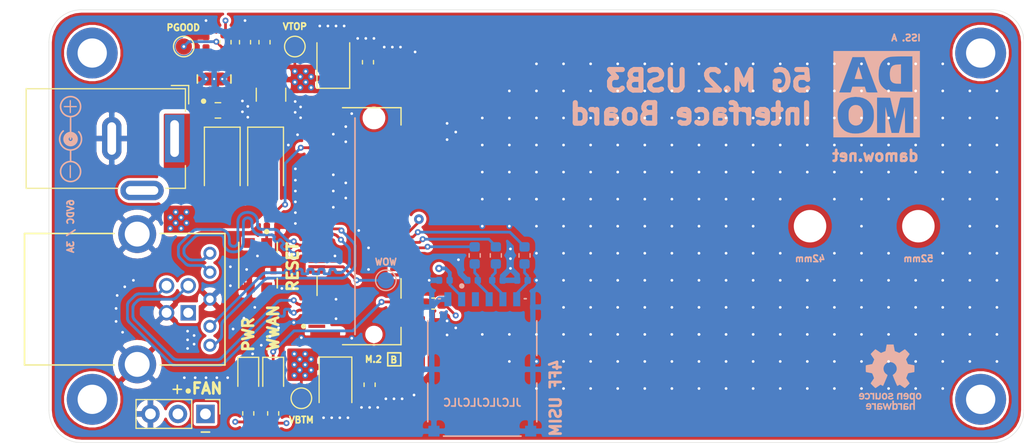
<source format=kicad_pcb>
(kicad_pcb (version 20171130) (host pcbnew "(5.1.6-0-10_14)")
  (title_block (rev 1))
  (layers (0 Front signal) (1 In1.CuPwr power) (2 In2.CuGnd power) (31 Back signal) (34 B.Paste user) (35 F.Paste user) (36 B.SilkS user) (37 F.SilkS user) (38 B.Mask user) (39 F.Mask user) (44 Edge.Cuts user))
  (net 0 "")
  (net 1 GND)
  (net 2 VBUS)
  (net 3 /FULL_CARD_POWER_OFF)
  (net 4 /USB_DP)
  (net 5 "Net-(J2-Pad8)")
  (net 6 /WWAN_LED)
  (net 7 "Net-(J2-Pad20)")
  (net 8 "Net-(J2-Pad22)")
  (net 9 "Net-(J2-Pad24)")
  (net 10 "Net-(J2-Pad25)")
  (net 11 "Net-(J2-Pad26)")
  (net 12 "Net-(J2-Pad28)")
  (net 13 /USIM1_RST)
  (net 14 /USIM1_CLK)
  (net 15 /USIM1_DATA)
  (net 16 /USIM1_VDD)
  (net 17 "Net-(J2-Pad38)")
  (net 18 "Net-(J2-Pad40)")
  (net 19 "Net-(J2-Pad42)")
  (net 20 "Net-(J2-Pad44)")
  (net 21 "Net-(J2-Pad46)")
  (net 22 "Net-(J2-Pad48)")
  (net 23 "Net-(J2-Pad50)")
  (net 24 "Net-(J2-Pad52)")
  (net 25 "Net-(J2-Pad53)")
  (net 26 "Net-(J2-Pad54)")
  (net 27 "Net-(J2-Pad55)")
  (net 28 "Net-(J2-Pad56)")
  (net 29 "Net-(J2-Pad58)")
  (net 30 "Net-(J2-Pad59)")
  (net 31 "Net-(J2-Pad60)")
  (net 32 "Net-(J2-Pad61)")
  (net 33 "Net-(J2-Pad62)")
  (net 34 "Net-(J2-Pad63)")
  (net 35 "Net-(J2-Pad64)")
  (net 36 /USIM1_DET)
  (net 37 /AP2SDX_STATUS)
  (net 38 VJACK)
  (net 39 "Net-(J4-PadC6)")
  (net 40 /CONFIG_3)
  (net 41 /USB_DN)
  (net 42 /CONFIG_0)
  (net 43 /WAKE_ON_WAN)
  (net 44 /USB_SS_TX_N)
  (net 45 /USB_SS_TX_P)
  (net 46 /USB_SS_RX_N)
  (net 47 /USB_SS_RX_P)
  (net 48 /PCIE_TX_N)
  (net 49 /PCIE_TX_P)
  (net 50 /PCIE_RX_N)
  (net 51 /PCIE_RX_P)
  (net 52 /REFE_VIO_1V8)
  (net 53 /RESET_N)
  (net 54 /CONFIG_1)
  (net 55 /CONFIG_2)
  (net 56 VSYS)
  (net 57 +3V8)
  (net 58 "Net-(R3-Pad2)")
  (net 59 "Net-(R2-Pad2)")
  (net 60 "Net-(C2-Pad2)")
  (net 61 "Net-(D3-Pad2)")
  (net 62 "Net-(D4-Pad2)")
  (net 63 "Net-(SW1-Pad2)")
  (net 64 "Net-(SW1-Pad3)")
  (net 65 "Net-(C17-Pad1)")
  (net 66 "Net-(C18-Pad1)")
  (net 67 "Net-(C19-Pad1)")
  (net 68 "Net-(J5-Pad1)")
  (module Symbol:OSHW-Logo_5.7x6mm_SilkScreen (layer Back) (at 77.65 33.95 180)
    (fp_text reference REF** hide)
    (fp_text value OSHW-Logo_5.7x6mm_SilkScreen hide)
  )
  (module footprint:9774015243RStandoff (layer Front) (at 70.25 20)
    (fp_text reference H2 hide)
    (fp_text value "Threaded Insert")
    (pad "" np_thru_hole circle (at 0 0) (size 3 3) (drill 3) (layers *.Cu *.Mask))
    (pad "" smd circle (at 0 0) (size 5.3 5.3) (layers Front F.Mask))
  )
  (module footprint:9774015243RStandoff (layer Front) (at 80.25 20)
    (fp_text reference H1 hide)
    (fp_text value "Threaded Insert")
    (pad "" np_thru_hole circle (at 0 0) (size 3 3) (drill 3) (layers *.Cu *.Mask))
    (pad "" smd circle (at 0 0) (size 5.3 5.3) (layers Front F.Mask))
  )
  (module footprint:Wurth-693043020611-MFG (layer Back) (at 40 33.05 180)
    (fp_text reference J4)
    (fp_text value 693043020611 hide)
    (pad C5 smd rect (at 3.175 6.3 180) (size 0.65 1.3) (layers Back B.Paste B.Mask) (net 1 GND))
    (pad C1 smd rect (at 1.905 6.3 180) (size 0.65 1.3) (layers Back B.Paste B.Mask) (net 16 /USIM1_VDD))
    (pad C6 smd rect (at 0.635 6.3 180) (size 0.65 1.3) (layers Back B.Paste B.Mask) (net 39 "Net-(J4-PadC6)"))
    (pad C2 smd rect (at -0.635 6.3 180) (size 0.65 1.3) (layers Back B.Paste B.Mask) (net 67 "Net-(C19-Pad1)"))
    (pad C3 smd rect (at -1.905 6.3 180) (size 0.65 1.3) (layers Back B.Paste B.Mask) (net 66 "Net-(C18-Pad1)"))
    (pad C7 smd rect (at -3.175 6.3 180) (size 0.65 1.3) (layers Back B.Paste B.Mask) (net 65 "Net-(C17-Pad1)"))
    (pad MNT smd rect (at 4.66 5.58 180) (size 0.48 1.8) (layers Back B.Paste B.Mask) (net 1 GND))
    (pad MNT smd rect (at -4.67 5.58 180) (size 0.48 1.8) (layers Back B.Paste B.Mask) (net 1 GND))
    (pad MNT smd rect (at -4.67 -0.17 180) (size 0.48 1.8) (layers Back B.Paste B.Mask) (net 1 GND))
    (pad MNT smd rect (at 4.66 -0.17 180) (size 0.48 1.8) (layers Back B.Paste B.Mask) (net 1 GND))
    (pad MNT smd rect (at 4.465 -5.89 180) (size 1.03 1) (layers Back B.Paste B.Mask) (net 1 GND))
    (pad MNT smd rect (at -4.465 -5.89 180) (size 1.03 1) (layers Back B.Paste B.Mask) (net 1 GND))
  )
  (module Capacitor_SMD:C_1210_3225Metric (layer Front) (at 20.5 7.85 270)
    (fp_text reference C3 hide)
    (fp_text value 22uF)
    (pad 2 smd roundrect (at 1.4 0 270) (size 1.25 2.65) (layers Front F.Paste F.Mask) (roundrect_rratio 0.2) (net 1 GND))
    (pad 1 smd roundrect (at -1.4 0 270) (size 1.25 2.65) (layers Front F.Paste F.Mask) (roundrect_rratio 0.2) (net 57 +3V8))
  )
  (module footprint:Texas_Instruments-SIL0008D-0-0-0 (layer Front) (at 15.25 6.4 90)
    (fp_text reference U1)
    (fp_text value TPS82130SILR)
    (pad 9 thru_hole circle (at 0 -0.75 90) (size 0.5 0.5) (drill 0.2) (layers *.Cu) (net 1 GND))
    (pad 9 thru_hole circle (at 0 0 90) (size 0.5 0.5) (drill 0.2) (layers *.Cu) (net 1 GND))
    (pad 9 thru_hole circle (at 0 0.75 90) (size 0.5 0.5) (drill 0.2) (layers *.Cu) (net 1 GND))
    (pad 1 smd roundrect (at -1.049999 -0.975 90) (size 0.6 0.5) (layers Front) (roundrect_rratio 0.4) (net 56 VSYS))
    (pad 2 smd roundrect (at -1.049999 -0.325 90) (size 0.6 0.5) (layers Front) (roundrect_rratio 0.4) (net 56 VSYS))
    (pad 3 smd roundrect (at -1.049999 0.325 90) (size 0.6 0.5) (layers Front) (roundrect_rratio 0.4) (net 1 GND))
    (pad 4 smd roundrect (at -1.049999 0.975 90) (size 0.6 0.5) (layers Front) (roundrect_rratio 0.4) (net 57 +3V8))
    (pad 9 smd roundrect (at 0 0 90) (size 1.2 2) (layers Front) (roundrect_rratio 0.1666666667) (net 1 GND))
    (pad 5 smd roundrect (at 1.049999 0.975 90) (size 0.6 0.5) (layers Front) (roundrect_rratio 0.4) (net 57 +3V8))
    (pad 6 smd roundrect (at 1.049999 0.325 90) (size 0.6 0.5) (layers Front) (roundrect_rratio 0.4) (net 58 "Net-(R3-Pad2)"))
    (pad 7 smd roundrect (at 1.049999 -0.325 90) (size 0.6 0.5) (layers Front) (roundrect_rratio 0.4) (net 59 "Net-(R2-Pad2)"))
    (pad 8 smd roundrect (at 1.049999 -0.975 90) (size 0.6 0.5) (layers Front) (roundrect_rratio 0.4) (net 60 "Net-(C2-Pad2)"))
  )
  (module Capacitor_SMD:C_0402_1005Metric (layer Front) (at 20.6 20 180)
    (fp_text reference C14 hide)
    (fp_text value 33pF)
    (pad 2 smd roundrect (at 0.485 0 180) (size 0.59 0.64) (layers Front F.Paste F.Mask) (net 53 /RESET_N))
    (pad 1 smd roundrect (at -0.485 0 180) (size 0.59 0.64) (layers Front F.Paste F.Mask) (net 1 GND))
  )
  (module Symbol:Symbol_Barrel_Polarity (layer Back) (at 2.075 11.95 90)
    (fp_text reference REF** hide)
    (fp_text value Symbol_Barrel_Polarity hide)
  )
  (module TestPoint:TestPoint_Pad_D1.5mm (layer Back) (at 31.1 25)
    (fp_text reference TP4 hide)
    (fp_text value WOW (at 0 -1.7) (layer B.SilkS) (effects (font (size 0.6 0.6)) (justify mirror)))
    (pad 1 smd circle (at 0 0) (size 1.5 1.5) (layers Back B.Mask) (net 43 /WAKE_ON_WAN))
  )
  (module TestPoint:TestPoint_Pad_D1.5mm (layer Front) (at 12.45 3.4)
    (fp_text reference TP3 hide)
    (fp_text value PGOOD (at -0.05 -1.75) (layer F.SilkS) (effects (font (size 0.6 0.6))))
    (pad 1 smd circle (at 0 0) (size 1.5 1.5) (layers Front F.Mask) (net 59 "Net-(R2-Pad2)"))
  )
  (module Connector_PinHeader_2.54mm:PinHeader_1x03_P2.54mm_Vertical (layer Front) (at 14.45 37.35 270)
    (fp_text reference J5 hide)
    (fp_text value Conn_01x03_Male)
    (pad 3 thru_hole oval (at 0 5.08 270) (size 1.7 1.7) (drill 1) (layers *.Cu *.Mask) (net 1 GND))
    (pad 2 thru_hole oval (at 0 2.54 270) (size 1.7 1.7) (drill 1) (layers *.Cu *.Mask) (net 2 VBUS))
    (pad 1 thru_hole rect (at 0 0 270) (size 1.7 1.7) (drill 1) (layers *.Cu *.Mask) (net 68 "Net-(J5-Pad1)"))
  )
  (module footprint:TE_2199119-3 (layer Front) (at 30 20 90)
    (fp_text reference J2 hide)
    (fp_text value 2199119-3)
    (pad None np_thru_hole circle (at -10 0 90) (size 1.1 1.1) (drill 1.1) (layers *.Cu *.Mask))
    (pad None np_thru_hole circle (at 10 0 90) (size 1.6 1.6) (drill 1.6) (layers *.Cu *.Mask))
    (pad 1 smd rect (at -9.25 -5.275 90) (size 0.3 1.55) (layers Front F.Paste F.Mask) (net 40 /CONFIG_3))
    (pad 2 smd rect (at -9 2.275 90) (size 0.3 1.55) (layers Front F.Paste F.Mask) (net 57 +3V8))
    (pad 3 smd rect (at -8.75 -5.275 90) (size 0.3 1.55) (layers Front F.Paste F.Mask) (net 1 GND))
    (pad 4 smd rect (at -8.5 2.275 90) (size 0.3 1.55) (layers Front F.Paste F.Mask) (net 57 +3V8))
    (pad 5 smd rect (at -8.25 -5.275 90) (size 0.3 1.55) (layers Front F.Paste F.Mask) (net 1 GND))
    (pad 6 smd rect (at -8 2.275 90) (size 0.3 1.55) (layers Front F.Paste F.Mask) (net 3 /FULL_CARD_POWER_OFF))
    (pad 7 smd rect (at -7.75 -5.275 90) (size 0.3 1.55) (layers Front F.Paste F.Mask) (net 4 /USB_DP))
    (pad 8 smd rect (at -7.5 2.275 90) (size 0.3 1.55) (layers Front F.Paste F.Mask) (net 5 "Net-(J2-Pad8)"))
    (pad 9 smd rect (at -7.25 -5.275 90) (size 0.3 1.55) (layers Front F.Paste F.Mask) (net 41 /USB_DN))
    (pad 10 smd rect (at -7 2.275 90) (size 0.3 1.55) (layers Front F.Paste F.Mask) (net 6 /WWAN_LED))
    (pad 11 smd rect (at -6.75 -5.275 90) (size 0.3 1.55) (layers Front F.Paste F.Mask) (net 1 GND))
    (pad 20 smd rect (at -4.5 2.275 90) (size 0.3 1.55) (layers Front F.Paste F.Mask) (net 7 "Net-(J2-Pad20)"))
    (pad 21 smd rect (at -4.25 -5.275 90) (size 0.3 1.55) (layers Front F.Paste F.Mask) (net 42 /CONFIG_0))
    (pad 22 smd rect (at -4 2.275 90) (size 0.3 1.55) (layers Front F.Paste F.Mask) (net 8 "Net-(J2-Pad22)"))
    (pad 23 smd rect (at -3.75 -5.275 90) (size 0.3 1.55) (layers Front F.Paste F.Mask) (net 43 /WAKE_ON_WAN))
    (pad 24 smd rect (at -3.5 2.275 90) (size 0.3 1.55) (layers Front F.Paste F.Mask) (net 9 "Net-(J2-Pad24)"))
    (pad 25 smd rect (at -3.25 -5.275 90) (size 0.3 1.55) (layers Front F.Paste F.Mask) (net 10 "Net-(J2-Pad25)"))
    (pad 26 smd rect (at -3 2.275 90) (size 0.3 1.55) (layers Front F.Paste F.Mask) (net 11 "Net-(J2-Pad26)"))
    (pad 27 smd rect (at -2.75 -5.275 90) (size 0.3 1.55) (layers Front F.Paste F.Mask) (net 1 GND))
    (pad 28 smd rect (at -2.5 2.275 90) (size 0.3 1.55) (layers Front F.Paste F.Mask) (net 12 "Net-(J2-Pad28)"))
    (pad 29 smd rect (at -2.25 -5.275 90) (size 0.3 1.55) (layers Front F.Paste F.Mask) (net 44 /USB_SS_TX_N))
    (pad 30 smd rect (at -2 2.275 90) (size 0.3 1.55) (layers Front F.Paste F.Mask) (net 13 /USIM1_RST))
    (pad 31 smd rect (at -1.75 -5.275 90) (size 0.3 1.55) (layers Front F.Paste F.Mask) (net 45 /USB_SS_TX_P))
    (pad 32 smd rect (at -1.5 2.275 90) (size 0.3 1.55) (layers Front F.Paste F.Mask) (net 14 /USIM1_CLK))
    (pad 33 smd rect (at -1.25 -5.275 90) (size 0.3 1.55) (layers Front F.Paste F.Mask) (net 1 GND))
    (pad 34 smd rect (at -1 2.275 90) (size 0.3 1.55) (layers Front F.Paste F.Mask) (net 15 /USIM1_DATA))
    (pad 35 smd rect (at -0.75 -5.275 90) (size 0.3 1.55) (layers Front F.Paste F.Mask) (net 46 /USB_SS_RX_N))
    (pad 36 smd rect (at -0.5 2.275 90) (size 0.3 1.55) (layers Front F.Paste F.Mask) (net 16 /USIM1_VDD))
    (pad 37 smd rect (at -0.25 -5.275 90) (size 0.3 1.55) (layers Front F.Paste F.Mask) (net 47 /USB_SS_RX_P))
    (pad 38 smd rect (at 0 2.275 90) (size 0.3 1.55) (layers Front F.Paste F.Mask) (net 17 "Net-(J2-Pad38)"))
    (pad 39 smd rect (at 0.25 -5.275 90) (size 0.3 1.55) (layers Front F.Paste F.Mask) (net 1 GND))
    (pad 40 smd rect (at 0.5 2.275 90) (size 0.3 1.55) (layers Front F.Paste F.Mask) (net 18 "Net-(J2-Pad40)"))
    (pad 41 smd rect (at 0.75 -5.275 90) (size 0.3 1.55) (layers Front F.Paste F.Mask) (net 48 /PCIE_TX_N))
    (pad 42 smd rect (at 1 2.275 90) (size 0.3 1.55) (layers Front F.Paste F.Mask) (net 19 "Net-(J2-Pad42)"))
    (pad 43 smd rect (at 1.25 -5.275 90) (size 0.3 1.55) (layers Front F.Paste F.Mask) (net 49 /PCIE_TX_P))
    (pad 44 smd rect (at 1.5 2.275 90) (size 0.3 1.55) (layers Front F.Paste F.Mask) (net 20 "Net-(J2-Pad44)"))
    (pad 45 smd rect (at 1.75 -5.275 90) (size 0.3 1.55) (layers Front F.Paste F.Mask) (net 1 GND))
    (pad 46 smd rect (at 2 2.275 90) (size 0.3 1.55) (layers Front F.Paste F.Mask) (net 21 "Net-(J2-Pad46)"))
    (pad 47 smd rect (at 2.25 -5.275 90) (size 0.3 1.55) (layers Front F.Paste F.Mask) (net 50 /PCIE_RX_N))
    (pad 48 smd rect (at 2.5 2.275 90) (size 0.3 1.55) (layers Front F.Paste F.Mask) (net 22 "Net-(J2-Pad48)"))
    (pad 49 smd rect (at 2.75 -5.275 90) (size 0.3 1.55) (layers Front F.Paste F.Mask) (net 51 /PCIE_RX_P))
    (pad 50 smd rect (at 3 2.275 90) (size 0.3 1.55) (layers Front F.Paste F.Mask) (net 23 "Net-(J2-Pad50)"))
    (pad 51 smd rect (at 3.25 -5.275 90) (size 0.3 1.55) (layers Front F.Paste F.Mask) (net 1 GND))
    (pad 52 smd rect (at 3.5 2.275 90) (size 0.3 1.55) (layers Front F.Paste F.Mask) (net 24 "Net-(J2-Pad52)"))
    (pad 53 smd rect (at 3.75 -5.275 90) (size 0.3 1.55) (layers Front F.Paste F.Mask) (net 25 "Net-(J2-Pad53)"))
    (pad 54 smd rect (at 4 2.275 90) (size 0.3 1.55) (layers Front F.Paste F.Mask) (net 26 "Net-(J2-Pad54)"))
    (pad 55 smd rect (at 4.25 -5.275 90) (size 0.3 1.55) (layers Front F.Paste F.Mask) (net 27 "Net-(J2-Pad55)"))
    (pad 56 smd rect (at 4.5 2.275 90) (size 0.3 1.55) (layers Front F.Paste F.Mask) (net 28 "Net-(J2-Pad56)"))
    (pad 57 smd rect (at 4.75 -5.275 90) (size 0.3 1.55) (layers Front F.Paste F.Mask) (net 1 GND))
    (pad 58 smd rect (at 5 2.275 90) (size 0.3 1.55) (layers Front F.Paste F.Mask) (net 29 "Net-(J2-Pad58)"))
    (pad 59 smd rect (at 5.25 -5.275 90) (size 0.3 1.55) (layers Front F.Paste F.Mask) (net 30 "Net-(J2-Pad59)"))
    (pad 60 smd rect (at 5.5 2.275 90) (size 0.3 1.55) (layers Front F.Paste F.Mask) (net 31 "Net-(J2-Pad60)"))
    (pad 61 smd rect (at 5.75 -5.275 90) (size 0.3 1.55) (layers Front F.Paste F.Mask) (net 32 "Net-(J2-Pad61)"))
    (pad 62 smd rect (at 6 2.275 90) (size 0.3 1.55) (layers Front F.Paste F.Mask) (net 33 "Net-(J2-Pad62)"))
    (pad 63 smd rect (at 6.25 -5.275 90) (size 0.3 1.55) (layers Front F.Paste F.Mask) (net 34 "Net-(J2-Pad63)"))
    (pad 64 smd rect (at 6.5 2.275 90) (size 0.3 1.55) (layers Front F.Paste F.Mask) (net 35 "Net-(J2-Pad64)"))
    (pad 65 smd rect (at 6.75 -5.275 90) (size 0.3 1.55) (layers Front F.Paste F.Mask) (net 52 /REFE_VIO_1V8))
    (pad 66 smd rect (at 7 2.275 90) (size 0.3 1.55) (layers Front F.Paste F.Mask) (net 36 /USIM1_DET))
    (pad 67 smd rect (at 7.25 -5.275 90) (size 0.3 1.55) (layers Front F.Paste F.Mask) (net 53 /RESET_N))
    (pad 68 smd rect (at 7.5 2.275 90) (size 0.3 1.55) (layers Front F.Paste F.Mask) (net 37 /AP2SDX_STATUS))
    (pad 69 smd rect (at 7.75 -5.275 90) (size 0.3 1.55) (layers Front F.Paste F.Mask) (net 54 /CONFIG_1))
    (pad 70 smd rect (at 8 2.275 90) (size 0.3 1.55) (layers Front F.Paste F.Mask) (net 57 +3V8))
    (pad 71 smd rect (at 8.25 -5.275 90) (size 0.3 1.55) (layers Front F.Paste F.Mask) (net 1 GND))
    (pad 72 smd rect (at 8.5 2.275 90) (size 0.3 1.55) (layers Front F.Paste F.Mask) (net 57 +3V8))
    (pad 73 smd rect (at 8.75 -5.275 90) (size 0.3 1.55) (layers Front F.Paste F.Mask) (net 1 GND))
    (pad 74 smd rect (at 9 2.275 90) (size 0.3 1.55) (layers Front F.Paste F.Mask) (net 57 +3V8))
    (pad 75 smd rect (at 9.25 -5.275 90) (size 0.3 1.55) (layers Front F.Paste F.Mask) (net 55 /CONFIG_2))
    (pad SH1 smd rect (at -10.35 -4.5 90) (size 1.2 2.75) (layers Front F.Paste F.Mask) (net 1 GND))
    (pad SH2 smd rect (at 10.35 -4.5 90) (size 1.2 2.75) (layers Front F.Paste F.Mask) (net 1 GND))
  )
  (module footprint:Wurth-692221030100-0-0-MFG (layer Front) (at 7 26.75 270)
    (fp_text reference J1 hide)
    (fp_text value 692221030100 hide)
    (pad 10 thru_hole circle (at -6.02 -1.15 270) (size 3.5 3.5) (drill 2.3) (layers *.Cu) (net 1 GND))
    (pad 11 thru_hole circle (at 6.02 -1.15 270) (size 3.5 3.5) (drill 2.3) (layers *.Cu) (net 1 GND))
    (pad 3 thru_hole circle (at -1.25 -3.86 270) (size 1.42 1.42) (drill 0.92) (layers *.Cu) (net 4 /USB_DP))
    (pad 4 thru_hole circle (at 1.25 -3.86 270) (size 1.42 1.42) (drill 0.92) (layers *.Cu) (net 1 GND))
    (pad 2 thru_hole circle (at -1.25 -5.859999 270) (size 1.42 1.42) (drill 0.92) (layers *.Cu) (net 41 /USB_DN))
    (pad 1 thru_hole rect (at 1.25 -5.859999 270) (size 1.42 1.42) (drill 0.92) (layers *.Cu) (net 2 VBUS))
    (pad 5 thru_hole circle (at -4.25 -7.86 270) (size 1.2 1.2) (drill 0.7) (layers *.Cu) (net 44 /USB_SS_TX_N))
    (pad 6 thru_hole circle (at -2.5 -7.86 270) (size 1.2 1.2) (drill 0.7) (layers *.Cu) (net 45 /USB_SS_TX_P))
    (pad 9 thru_hole circle (at 4.25 -7.86 270) (size 1.2 1.2) (drill 0.7) (layers *.Cu) (net 47 /USB_SS_RX_P))
    (pad 8 thru_hole circle (at 2.5 -7.86 270) (size 1.2 1.2) (drill 0.7) (layers *.Cu) (net 46 /USB_SS_RX_N))
    (pad 7 thru_hole circle (at 0 -7.86 270) (size 1.2 1.2) (drill 0.7) (layers *.Cu) (net 1 GND))
  )
  (module Resistor_SMD:R_0603_1608Metric (layer Front) (at 35.5 27.15)
    (fp_text reference R9 hide)
    (fp_text value 330R)
    (pad 2 smd roundrect (at 0.7875 0) (size 0.875 0.95) (layers Front F.Paste F.Mask) (net 57 +3V8))
    (pad 1 smd roundrect (at -0.7875 0) (size 0.875 0.95) (layers Front F.Paste F.Mask) (net 3 /FULL_CARD_POWER_OFF))
  )
  (module LogosAndSilkscreens:damo-8mm (layer Back) (at 76.4 7.8 180)
    (fp_text reference G*** hide)
    (fp_text value LOGO hide)
  )
  (module Capacitor_SMD:C_0402_1005Metric (layer Back) (at 39.1 25 180)
    (fp_text reference C19 hide)
    (fp_text value 33pF)
    (pad 2 smd roundrect (at 0.485 0 180) (size 0.59 0.64) (layers Back B.Paste B.Mask) (net 1 GND))
    (pad 1 smd roundrect (at -0.485 0 180) (size 0.59 0.64) (layers Back B.Paste B.Mask) (net 67 "Net-(C19-Pad1)"))
  )
  (module Capacitor_SMD:C_0402_1005Metric (layer Back) (at 36.5 25 180)
    (fp_text reference C16 hide)
    (fp_text value 100nF)
    (pad 2 smd roundrect (at 0.485 0 180) (size 0.59 0.64) (layers Back B.Paste B.Mask) (net 1 GND))
    (pad 1 smd roundrect (at -0.485 0 180) (size 0.59 0.64) (layers Back B.Paste B.Mask) (net 16 /USIM1_VDD))
  )
  (module Capacitor_SMD:C_0402_1005Metric (layer Front) (at 31.85 34.425 270)
    (fp_text reference C11 hide)
    (fp_text value 100nF)
    (pad 2 smd roundrect (at 0.485 0 270) (size 0.59 0.64) (layers Front F.Paste F.Mask) (net 1 GND))
    (pad 1 smd roundrect (at -0.485 0 270) (size 0.59 0.64) (layers Front F.Paste F.Mask) (net 57 +3V8))
  )
  (module Capacitor_SMD:C_0603_1608Metric (layer Front) (at 29.6 34.65 270)
    (fp_text reference C10 hide)
    (fp_text value 1uF)
    (pad 2 smd roundrect (at 0.7875 0 270) (size 0.875 0.95) (layers Front F.Paste F.Mask) (net 1 GND))
    (pad 1 smd roundrect (at -0.7875 0 270) (size 0.875 0.95) (layers Front F.Paste F.Mask) (net 57 +3V8))
  )
  (module Capacitor_SMD:C_0402_1005Metric (layer Front) (at 31.65 5.05 90)
    (fp_text reference C6 hide)
    (fp_text value 100nF)
    (pad 2 smd roundrect (at 0.485 0 90) (size 0.59 0.64) (layers Front F.Paste F.Mask) (net 1 GND))
    (pad 1 smd roundrect (at -0.485 0 90) (size 0.59 0.64) (layers Front F.Paste F.Mask) (net 57 +3V8))
  )
  (module Capacitor_SMD:C_0603_1608Metric (layer Front) (at 29.45 4.85 90)
    (fp_text reference C5 hide)
    (fp_text value 1uF)
    (pad 2 smd roundrect (at 0.7875 0 90) (size 0.875 0.95) (layers Front F.Paste F.Mask) (net 1 GND))
    (pad 1 smd roundrect (at -0.7875 0 90) (size 0.875 0.95) (layers Front F.Paste F.Mask) (net 57 +3V8))
  )
  (module Capacitor_SMD:C_0402_1005Metric (layer Front) (at 14.5 3 270)
    (fp_text reference C2 hide)
    (fp_text value 430pF)
    (pad 2 smd roundrect (at 0.485 0 270) (size 0.59 0.64) (layers Front F.Paste F.Mask) (net 60 "Net-(C2-Pad2)"))
    (pad 1 smd roundrect (at -0.485 0 270) (size 0.59 0.64) (layers Front F.Paste F.Mask) (net 1 GND))
  )
  (module Resistor_SMD:R_0603_1608Metric (layer Back) (at 39.3 22.7 90)
    (fp_text reference R8 hide)
    (fp_text value 22R)
    (pad 2 smd roundrect (at 0.7875 0 90) (size 0.875 0.95) (layers Back B.Paste B.Mask) (net 13 /USIM1_RST))
    (pad 1 smd roundrect (at -0.7875 0 90) (size 0.875 0.95) (layers Back B.Paste B.Mask) (net 67 "Net-(C19-Pad1)"))
  )
  (module Resistor_SMD:R_0603_1608Metric (layer Back) (at 43.9 22.7 90)
    (fp_text reference R7 hide)
    (fp_text value 22R)
    (pad 2 smd roundrect (at 0.7875 0 90) (size 0.875 0.95) (layers Back B.Paste B.Mask) (net 15 /USIM1_DATA))
    (pad 1 smd roundrect (at -0.7875 0 90) (size 0.875 0.95) (layers Back B.Paste B.Mask) (net 65 "Net-(C17-Pad1)"))
  )
  (module Resistor_SMD:R_0603_1608Metric (layer Back) (at 41.25 22.7 90)
    (fp_text reference R6 hide)
    (fp_text value 22R)
    (pad 2 smd roundrect (at 0.7875 0 90) (size 0.875 0.95) (layers Back B.Paste B.Mask) (net 14 /USIM1_CLK))
    (pad 1 smd roundrect (at -0.7875 0 90) (size 0.875 0.95) (layers Back B.Paste B.Mask) (net 66 "Net-(C18-Pad1)"))
  )
  (module Capacitor_SMD:C_0402_1005Metric (layer Back) (at 41.4 25)
    (fp_text reference C18 hide)
    (fp_text value 33pF)
    (pad 2 smd roundrect (at 0.485 0) (size 0.59 0.64) (layers Back B.Paste B.Mask) (net 1 GND))
    (pad 1 smd roundrect (at -0.485 0) (size 0.59 0.64) (layers Back B.Paste B.Mask) (net 66 "Net-(C18-Pad1)"))
  )
  (module Capacitor_SMD:C_0402_1005Metric (layer Back) (at 43.7 25 180)
    (fp_text reference C17 hide)
    (fp_text value 33pF)
    (pad 2 smd roundrect (at 0.485 0 180) (size 0.59 0.64) (layers Back B.Paste B.Mask) (net 1 GND))
    (pad 1 smd roundrect (at -0.485 0 180) (size 0.59 0.64) (layers Back B.Paste B.Mask) (net 65 "Net-(C17-Pad1)"))
  )
  (module footprint:CK-KMR221GLFS-MFG (layer Front) (at 19.3 23.6 270)
    (fp_text reference SW1)
    (fp_text value KMR221GLFS)
    (pad 1 smd rect (at -2.049999 -0.8 270) (size 0.9 1) (layers Front F.Paste F.Mask) (net 53 /RESET_N))
    (pad 2 smd rect (at 2.049999 -0.8 270) (size 0.9 1) (layers Front F.Paste F.Mask) (net 63 "Net-(SW1-Pad2)"))
    (pad 3 smd rect (at -2.049999 0.8 270) (size 0.9 1) (layers Front F.Paste F.Mask) (net 64 "Net-(SW1-Pad3)"))
    (pad 4 smd rect (at 2.049999 0.8 270) (size 0.9 1) (layers Front F.Paste F.Mask) (net 1 GND))
    (pad 5 smd rect (at 0 -1.425 270) (size 1.7 0.55) (layers Front F.Paste F.Mask) (net 1 GND))
  )
  (module Resistor_SMD:R_0603_1608Metric (layer Front) (at 18.4 37.3 270)
    (fp_text reference R4 hide)
    (fp_text value 330R)
    (pad 2 smd roundrect (at 0.7875 0 270) (size 0.875 0.95) (layers Front F.Paste F.Mask) (net 57 +3V8))
    (pad 1 smd roundrect (at -0.7875 0 270) (size 0.875 0.95) (layers Front F.Paste F.Mask) (net 62 "Net-(D4-Pad2)"))
  )
  (module LED_SMD:LED_0805_2012Metric (layer Front) (at 18.4 33.8 270)
    (fp_text reference D4 hide)
    (fp_text value LED)
    (pad 2 smd roundrect (at 0.9375 0 270) (size 0.975 1.4) (layers Front F.Paste F.Mask) (net 62 "Net-(D4-Pad2)"))
    (pad 1 smd roundrect (at -0.9375 0 270) (size 0.975 1.4) (layers Front F.Paste F.Mask) (net 1 GND))
  )
  (module TestPoint:TestPoint_Pad_D1.5mm (layer Front) (at 23.3 35.9)
    (fp_text reference TP2 hide)
    (fp_text value VBTM (at 0 2) (layer F.SilkS) (effects (font (size 0.6 0.6))))
    (pad 1 smd circle (at 0 0) (size 1.5 1.5) (layers Front F.Mask) (net 57 +3V8))
  )
  (module TestPoint:TestPoint_Pad_D1.5mm (layer Front) (at 22.7 3.4)
    (fp_text reference TP1 hide)
    (fp_text value VTOP (at 0 -1.85) (layer F.SilkS) (effects (font (size 0.6 0.6))))
    (pad 1 smd circle (at 0 0) (size 1.5 1.5) (layers Front F.Mask) (net 57 +3V8))
  )
  (module Resistor_SMD:R_0603_1608Metric (layer Front) (at 20.7 37.3 270)
    (fp_text reference R1 hide)
    (fp_text value 330R)
    (pad 2 smd roundrect (at 0.7875 0 270) (size 0.875 0.95) (layers Front F.Paste F.Mask) (net 57 +3V8))
    (pad 1 smd roundrect (at -0.7875 0 270) (size 0.875 0.95) (layers Front F.Paste F.Mask) (net 61 "Net-(D3-Pad2)"))
  )
  (module LED_SMD:LED_0805_2012Metric (layer Front) (at 20.7 33.8 270)
    (fp_text reference D3 hide)
    (fp_text value LED)
    (pad 2 smd roundrect (at 0.9375 0 270) (size 0.975 1.4) (layers Front F.Paste F.Mask) (net 61 "Net-(D3-Pad2)"))
    (pad 1 smd roundrect (at -0.9375 0 270) (size 0.975 1.4) (layers Front F.Paste F.Mask) (net 6 /WWAN_LED))
  )
  (module Capacitor_SMD:C_0402_1005Metric (layer Front) (at 34.9 28.75)
    (fp_text reference C13 hide)
    (fp_text value 10pF)
    (pad 2 smd roundrect (at 0.485 0) (size 0.59 0.64) (layers Front F.Paste F.Mask) (net 1 GND))
    (pad 1 smd roundrect (at -0.485 0) (size 0.59 0.64) (layers Front F.Paste F.Mask) (net 57 +3V8))
  )
  (module Capacitor_SMD:C_0402_1005Metric (layer Front) (at 34.9 30.1)
    (fp_text reference C12 hide)
    (fp_text value 33pF)
    (pad 2 smd roundrect (at 0.485 0) (size 0.59 0.64) (layers Front F.Paste F.Mask) (net 1 GND))
    (pad 1 smd roundrect (at -0.485 0) (size 0.59 0.64) (layers Front F.Paste F.Mask) (net 57 +3V8))
  )
  (module Capacitor_Tantalum_SMD:CP_EIA-3528-21_Kemet-B (layer Front) (at 26.45 34.55 270)
    (fp_text reference C9 hide)
    (fp_text value 100uF)
    (pad 2 smd roundrect (at 1.5375 0 270) (size 1.325 2.35) (layers Front F.Paste F.Mask) (roundrect_rratio 0.188679) (net 1 GND))
    (pad 1 smd roundrect (at -1.5375 0 270) (size 1.325 2.35) (layers Front F.Paste F.Mask) (roundrect_rratio 0.188679) (net 57 +3V8))
  )
  (module Capacitor_SMD:C_0402_1005Metric (layer Front) (at 35.015 10.55)
    (fp_text reference C8 hide)
    (fp_text value 10pF)
    (pad 2 smd roundrect (at 0.485 0) (size 0.59 0.64) (layers Front F.Paste F.Mask) (net 1 GND))
    (pad 1 smd roundrect (at -0.485 0) (size 0.59 0.64) (layers Front F.Paste F.Mask) (net 57 +3V8))
  )
  (module Capacitor_SMD:C_0402_1005Metric (layer Front) (at 35.025 11.9)
    (fp_text reference C7 hide)
    (fp_text value 33pF)
    (pad 2 smd roundrect (at 0.485 0) (size 0.59 0.64) (layers Front F.Paste F.Mask) (net 1 GND))
    (pad 1 smd roundrect (at -0.485 0) (size 0.59 0.64) (layers Front F.Paste F.Mask) (net 57 +3V8))
  )
  (module Capacitor_Tantalum_SMD:CP_EIA-3528-21_Kemet-B (layer Front) (at 26.25 4.8 90)
    (fp_text reference C4 hide)
    (fp_text value 100uF)
    (pad 2 smd roundrect (at 1.5375 0 90) (size 1.325 2.35) (layers Front F.Paste F.Mask) (roundrect_rratio 0.188679) (net 1 GND))
    (pad 1 smd roundrect (at -1.5375 0 90) (size 1.325 2.35) (layers Front F.Paste F.Mask) (roundrect_rratio 0.188679) (net 57 +3V8))
  )
  (module Resistor_SMD:R_0603_1608Metric (layer Front) (at 18.1 3 270)
    (fp_text reference R5 hide)
    (fp_text value 100k)
    (pad 2 smd roundrect (at 0.7875 0 270) (size 0.875 0.95) (layers Front F.Paste F.Mask) (net 58 "Net-(R3-Pad2)"))
    (pad 1 smd roundrect (at -0.7875 0 270) (size 0.875 0.95) (layers Front F.Paste F.Mask) (net 1 GND))
  )
  (module Resistor_SMD:R_0603_1608Metric (layer Front) (at 19.9 3 90)
    (fp_text reference R3 hide)
    (fp_text value 374k)
    (pad 2 smd roundrect (at 0.7875 0 90) (size 0.875 0.95) (layers Front F.Paste F.Mask) (net 58 "Net-(R3-Pad2)"))
    (pad 1 smd roundrect (at -0.7875 0 90) (size 0.875 0.95) (layers Front F.Paste F.Mask) (net 57 +3V8))
  )
  (module Resistor_SMD:R_0603_1608Metric (layer Front) (at 16.3 3 270)
    (fp_text reference R2 hide)
    (fp_text value 100k)
    (pad 2 smd roundrect (at 0.7875 0 270) (size 0.875 0.95) (layers Front F.Paste F.Mask) (net 59 "Net-(R2-Pad2)"))
    (pad 1 smd roundrect (at -0.7875 0 270) (size 0.875 0.95) (layers Front F.Paste F.Mask) (net 57 +3V8))
  )
  (module Capacitor_SMD:C_0805_2012Metric (layer Front) (at 15.6 9.3)
    (fp_text reference C1 hide)
    (fp_text value 10uF)
    (pad 2 smd roundrect (at 0.9375 0) (size 0.975 1.4) (layers Front F.Paste F.Mask) (net 1 GND))
    (pad 1 smd roundrect (at -0.9375 0) (size 0.975 1.4) (layers Front F.Paste F.Mask) (net 56 VSYS))
  )
  (module Diode_SMD:D_SMA (layer Front) (at 16 14.25 270)
    (fp_text reference D2 hide)
    (fp_text value MBRA340)
    (pad 2 smd rect (at 2 0 270) (size 2.5 1.8) (layers Front F.Paste F.Mask) (net 38 VJACK))
    (pad 1 smd rect (at -2 0 270) (size 2.5 1.8) (layers Front F.Paste F.Mask) (net 56 VSYS))
  )
  (module Diode_SMD:D_SMA (layer Front) (at 20 14.25 270)
    (fp_text reference D1 hide)
    (fp_text value MBRA340)
    (pad 2 smd rect (at 2 0 270) (size 2.5 1.8) (layers Front F.Paste F.Mask) (net 2 VBUS))
    (pad 1 smd rect (at -2 0 270) (size 2.5 1.8) (layers Front F.Paste F.Mask) (net 56 VSYS))
  )
  (module Connector_BarrelJack:BarrelJack_Wuerth_6941xx301002 (layer Front) (at 11.6 11.9 270)
    (fp_text reference J3 hide)
    (fp_text value Jack-DC)
    (pad 1 thru_hole rect (at 0 0 270) (size 4.4 1.8) (drill oval 3.4 0.8) (layers *.Cu *.Mask) (net 38 VJACK))
    (pad 2 thru_hole oval (at 0 5.8 270) (size 4 1.8) (drill oval 3 0.8) (layers *.Cu *.Mask) (net 1 GND))
    (pad 3 thru_hole oval (at 4.8 3) (size 4 1.8) (drill oval 3 0.8) (layers *.Cu *.Mask))
  )
  (module MountingHole:MountingHole_2.7mm_M2.5_DIN965_Pad (layer Front) (at 4 36)
    (fp_text reference REF** hide)
    (fp_text value MountingHole_2.7mm_M2.5_DIN965_Pad hide)
    (pad 1 thru_hole circle (at 0 0) (size 4.7 4.7) (drill 2.7) (layers *.Cu *.Mask))
  )
  (module MountingHole:MountingHole_2.7mm_M2.5_DIN965_Pad (layer Front) (at 86 36)
    (fp_text reference REF** hide)
    (fp_text value MountingHole_2.7mm_M2.5_DIN965_Pad hide)
    (pad 1 thru_hole circle (at 0 0) (size 4.7 4.7) (drill 2.7) (layers *.Cu *.Mask))
  )
  (module MountingHole:MountingHole_2.7mm_M2.5_DIN965_Pad (layer Front) (at 86 4)
    (fp_text reference REF** hide)
    (fp_text value MountingHole_2.7mm_M2.5_DIN965_Pad hide)
    (pad 1 thru_hole circle (at 0 0) (size 4.7 4.7) (drill 2.7) (layers *.Cu *.Mask))
  )
  (module MountingHole:MountingHole_2.7mm_M2.5_DIN965_Pad (layer Front) (at 4 4)
    (fp_text reference REF** hide)
    (fp_text value MountingHole_2.7mm_M2.5_DIN965_Pad hide)
    (pad 1 thru_hole circle (at 0 0) (size 4.7 4.7) (drill 2.7) (layers *.Cu *.Mask))
  )
  (gr_line (start 32.475 32.9) (end 32.475 31.7) (layer F.SilkS) (width 0.1524))
  (gr_line (start 31.275 32.9) (end 32.475 32.9) (layer F.SilkS) (width 0.1524))
  (gr_line (start 31.275 31.7) (end 31.275 32.9) (layer F.SilkS) (width 0.1524))
  (gr_line (start 32.475 31.7) (end 31.275 31.7) (layer F.SilkS) (width 0.1524))
  (gr_text B (at 32.225 32.35) (layer F.SilkS) (effects (font (size 0.6 0.6)) (justify right)))
  (gr_text M.2 (at 30.825 32.3) (layer F.SilkS) (effects (font (size 0.6 0.6)) (justify right)))
  (gr_line (start 28.25 10) (end 28.25 30) (layer B.SilkS) (width 0.1524))
  (gr_text JLCJLCJLCJLC (at 40 36.3) (layer B.SilkS) (effects (font (size 0.7 0.7)) (justify mirror)))
  (gr_line (start 1.425 8.95) (end 2.525 8.95) (layer B.SilkS) (width 0.12))
  (gr_line (start 1.975 9.5) (end 1.975 8.4) (layer B.SilkS) (width 0.12))
  (gr_line (start 1.975 15.5) (end 1.975 14.4) (layer B.SilkS) (width 0.12))
  (gr_text "ISS. A" (at 80.55 2.6) (layer B.SilkS) (effects (font (size 0.6 0.6)) (justify left mirror)))
  (gr_text "6VDC / 3A" (at 2 20 90) (layer B.SilkS) (effects (font (size 0.6 0.6)) (justify mirror)))
  (gr_text - (at 14.45 38.95) (layer F.SilkS) (effects (font (size 1 1))))
  (gr_text + (at 11.85 35) (layer F.SilkS) (effects (font (size 1 1))))
  (gr_text FAN (at 14.6 35) (layer F.SilkS) (effects (font (size 1 1) (thickness 0.25))))
  (gr_text 52mm (at 80.25 23) (layer B.SilkS) (effects (font (size 0.6 0.6)) (justify mirror)))
  (gr_text 42mm (at 70.25 23) (layer B.SilkS) (effects (font (size 0.6 0.6)) (justify mirror)))
  (gr_text "4FF USIM" (at 46.775 35.875 90) (layer B.SilkS) (effects (font (size 1 1) (thickness 0.25)) (justify mirror)))
  (gr_text RESET (at 22.5 23.75 90) (layer F.SilkS) (effects (font (size 1 1) (thickness 0.25))))
  (gr_text damow.net (at 80.4 13.5) (layer B.SilkS) (effects (font (size 1 1) (thickness 0.25)) (justify left mirror)))
  (gr_text "5G M.2 USB3\nInterface Board" (at 70.7 8.1) (layer B.SilkS) (effects (font (size 1.9 1.9) (thickness 0.475)) (justify left mirror)))
  (gr_text PWR (at 18.4 30 90) (layer F.SilkS) (effects (font (size 1 1) (thickness 0.25))))
  (gr_text WWAN (at 20.7 29.4 90) (layer F.SilkS) (effects (font (size 1 1) (thickness 0.25))))
  (gr_arc (start 87 37) (end 87 40) (angle -90) (layer Edge.Cuts) (width 0.0381))
  (gr_arc (start 87 3) (end 90 3) (angle -90) (layer Edge.Cuts) (width 0.0381))
  (gr_arc (start 3 37) (end 0 37) (angle -90) (layer Edge.Cuts) (width 0.0381))
  (gr_arc (start 3 3) (end 3 0) (angle -90) (layer Edge.Cuts) (width 0.0381))
  (gr_line (start 0 37) (end 0 3) (layer Edge.Cuts) (width 0.0381))
  (gr_line (start 87 40) (end 3 40) (layer Edge.Cuts) (width 0.0381))
  (gr_line (start 90 3) (end 90 37) (layer Edge.Cuts) (width 0.0381))
  (gr_line (start 3 0) (end 87 0) (layer Edge.Cuts) (width 0.0381))
  (via (at 22.73 8.48) (size 0.55) (drill 0.25) (layers Front Back) (net 1))
  (via (at 23.23 8.98) (size 0.55) (drill 0.25) (layers Front Back) (net 1))
  (via (at 22.73 9.48) (size 0.55) (drill 0.25) (layers Front Back) (net 1))
  (via (at 23.23 9.98) (size 0.55) (drill 0.25) (layers Front Back) (net 1))
  (via (at 17.86 8.43) (size 0.55) (drill 0.25) (layers Front Back) (net 1))
  (via (at 18.36 9.93) (size 0.55) (drill 0.25) (layers Front Back) (net 1))
  (via (at 18.36 8.93) (size 0.55) (drill 0.25) (layers Front Back) (net 1))
  (via (at 17.86 9.43) (size 0.55) (drill 0.25) (layers Front Back) (net 1))
  (segment (start 24.645 34.11) (end 28.22 34.11) (width 0.4) (layer Front) (net 57))
  (segment (start 18.725 8.21) (end 22.3 8.21) (width 0.508) (layer Front) (net 1))
  (via (at 45 22.5) (size 0.55) (drill 0.25) (layers Front Back) (net 1))
  (via (at 45 30) (size 0.55) (drill 0.25) (layers Front Back) (net 1))
  (via (at 45 25) (size 0.55) (drill 0.25) (layers Front Back) (net 1))
  (via (at 42.5 30) (size 0.55) (drill 0.25) (layers Front Back) (net 1))
  (via (at 47.5 7.5) (size 0.55) (drill 0.25) (layers Front Back) (net 1))
  (via (at 50 7.5) (size 0.55) (drill 0.25) (layers Front Back) (net 1))
  (via (at 52.5 7.5) (size 0.55) (drill 0.25) (layers Front Back) (net 1))
  (via (at 55 7.5) (size 0.55) (drill 0.25) (layers Front Back) (net 1))
  (via (at 57.5 7.5) (size 0.55) (drill 0.25) (layers Front Back) (net 1))
  (via (at 60 7.5) (size 0.55) (drill 0.25) (layers Front Back) (net 1))
  (via (at 62.5 7.5) (size 0.55) (drill 0.25) (layers Front Back) (net 1))
  (via (at 65 7.5) (size 0.55) (drill 0.25) (layers Front Back) (net 1))
  (via (at 67.5 7.5) (size 0.55) (drill 0.25) (layers Front Back) (net 1))
  (via (at 70 7.5) (size 0.55) (drill 0.25) (layers Front Back) (net 1))
  (via (at 72.5 7.5) (size 0.55) (drill 0.25) (layers Front Back) (net 1))
  (via (at 75 7.5) (size 0.55) (drill 0.25) (layers Front Back) (net 1))
  (via (at 77.5 7.5) (size 0.55) (drill 0.25) (layers Front Back) (net 1))
  (via (at 80 7.5) (size 0.55) (drill 0.25) (layers Front Back) (net 1))
  (via (at 82.5 7.5) (size 0.55) (drill 0.25) (layers Front Back) (net 1))
  (via (at 85 7.5) (size 0.55) (drill 0.25) (layers Front Back) (net 1))
  (via (at 87.5 7.5) (size 0.55) (drill 0.25) (layers Front Back) (net 1))
  (via (at 87.5 10) (size 0.55) (drill 0.25) (layers Front Back) (net 1))
  (via (at 85 10) (size 0.55) (drill 0.25) (layers Front Back) (net 1))
  (via (at 87.5 32.5) (size 0.55) (drill 0.25) (layers Front Back) (net 1))
  (via (at 87.5 30) (size 0.55) (drill 0.25) (layers Front Back) (net 1))
  (via (at 87.5 27.5) (size 0.55) (drill 0.25) (layers Front Back) (net 1))
  (via (at 87.5 25) (size 0.55) (drill 0.25) (layers Front Back) (net 1))
  (via (at 87.5 22.5) (size 0.55) (drill 0.25) (layers Front Back) (net 1))
  (via (at 87.5 20) (size 0.55) (drill 0.25) (layers Front Back) (net 1))
  (via (at 87.5 20) (size 0.55) (drill 0.25) (layers Front Back) (net 1))
  (via (at 87.5 15) (size 0.55) (drill 0.25) (layers Front Back) (net 1))
  (via (at 87.5 17.5) (size 0.55) (drill 0.25) (layers Front Back) (net 1))
  (via (at 87.5 12.5) (size 0.55) (drill 0.25) (layers Front Back) (net 1))
  (via (at 85 12.5) (size 0.55) (drill 0.25) (layers Front Back) (net 1))
  (via (at 82.5 10) (size 0.55) (drill 0.25) (layers Front Back) (net 1))
  (via (at 82.5 12.5) (size 0.55) (drill 0.25) (layers Front Back) (net 1))
  (via (at 80 10) (size 0.55) (drill 0.25) (layers Front Back) (net 1))
  (via (at 80 12.5) (size 0.55) (drill 0.25) (layers Front Back) (net 1))
  (via (at 77.5 10) (size 0.55) (drill 0.25) (layers Front Back) (net 1))
  (via (at 77.5 12.5) (size 0.55) (drill 0.25) (layers Front Back) (net 1))
  (via (at 75 10) (size 0.55) (drill 0.25) (layers Front Back) (net 1))
  (via (at 75 12.5) (size 0.55) (drill 0.25) (layers Front Back) (net 1))
  (via (at 72.5 10) (size 0.55) (drill 0.25) (layers Front Back) (net 1))
  (via (at 72.5 12.5) (size 0.55) (drill 0.25) (layers Front Back) (net 1))
  (via (at 70 10) (size 0.55) (drill 0.25) (layers Front Back) (net 1))
  (via (at 70 10) (size 0.55) (drill 0.25) (layers Front Back) (net 1))
  (via (at 67.5 10) (size 0.55) (drill 0.25) (layers Front Back) (net 1))
  (via (at 67.5 12.5) (size 0.55) (drill 0.25) (layers Front Back) (net 1))
  (via (at 70 12.5) (size 0.55) (drill 0.25) (layers Front Back) (net 1))
  (via (at 65 12.5) (size 0.55) (drill 0.25) (layers Front Back) (net 1))
  (via (at 65 10) (size 0.55) (drill 0.25) (layers Front Back) (net 1))
  (via (at 62.5 10) (size 0.55) (drill 0.25) (layers Front Back) (net 1))
  (via (at 62.5 12.5) (size 0.55) (drill 0.25) (layers Front Back) (net 1))
  (via (at 60 12.5) (size 0.55) (drill 0.25) (layers Front Back) (net 1))
  (via (at 57.5 10) (size 0.55) (drill 0.25) (layers Front Back) (net 1))
  (via (at 60 10) (size 0.55) (drill 0.25) (layers Front Back) (net 1))
  (via (at 57.5 12.5) (size 0.55) (drill 0.25) (layers Front Back) (net 1))
  (via (at 55 12.5) (size 0.55) (drill 0.25) (layers Front Back) (net 1))
  (via (at 55 10) (size 0.55) (drill 0.25) (layers Front Back) (net 1))
  (via (at 52.5 10) (size 0.55) (drill 0.25) (layers Front Back) (net 1))
  (via (at 52.5 12.5) (size 0.55) (drill 0.25) (layers Front Back) (net 1))
  (via (at 50 12.5) (size 0.55) (drill 0.25) (layers Front Back) (net 1))
  (via (at 50 10) (size 0.55) (drill 0.25) (layers Front Back) (net 1))
  (via (at 47.5 10) (size 0.55) (drill 0.25) (layers Front Back) (net 1))
  (via (at 47.5 12.5) (size 0.55) (drill 0.25) (layers Front Back) (net 1))
  (via (at 45 12.5) (size 0.55) (drill 0.25) (layers Front Back) (net 1))
  (via (at 45 10) (size 0.55) (drill 0.25) (layers Front Back) (net 1))
  (via (at 45 15) (size 0.55) (drill 0.25) (layers Front Back) (net 1))
  (via (at 45 17.5) (size 0.55) (drill 0.25) (layers Front Back) (net 1))
  (via (at 45 17.5) (size 0.55) (drill 0.25) (layers Front Back) (net 1))
  (via (at 45 20) (size 0.55) (drill 0.25) (layers Front Back) (net 1))
  (via (at 47.5 32.5) (size 0.55) (drill 0.25) (layers Front Back) (net 1))
  (via (at 47.5 30) (size 0.55) (drill 0.25) (layers Front Back) (net 1))
  (via (at 47.5 27.5) (size 0.55) (drill 0.25) (layers Front Back) (net 1))
  (via (at 47.5 25) (size 0.55) (drill 0.25) (layers Front Back) (net 1))
  (via (at 47.5 22.5) (size 0.55) (drill 0.25) (layers Front Back) (net 1))
  (via (at 47.5 20) (size 0.55) (drill 0.25) (layers Front Back) (net 1))
  (via (at 47.5 17.5) (size 0.55) (drill 0.25) (layers Front Back) (net 1))
  (via (at 47.5 15) (size 0.55) (drill 0.25) (layers Front Back) (net 1))
  (via (at 50 15) (size 0.55) (drill 0.25) (layers Front Back) (net 1))
  (via (at 50 17.5) (size 0.55) (drill 0.25) (layers Front Back) (net 1))
  (via (at 50 20) (size 0.55) (drill 0.25) (layers Front Back) (net 1))
  (via (at 50 22.5) (size 0.55) (drill 0.25) (layers Front Back) (net 1))
  (via (at 52.5 17.5) (size 0.55) (drill 0.25) (layers Front Back) (net 1))
  (via (at 52.5 15) (size 0.55) (drill 0.25) (layers Front Back) (net 1))
  (via (at 52.5 20) (size 0.55) (drill 0.25) (layers Front Back) (net 1))
  (via (at 52.5 22.5) (size 0.55) (drill 0.25) (layers Front Back) (net 1))
  (via (at 55 15) (size 0.55) (drill 0.25) (layers Front Back) (net 1))
  (via (at 55 17.5) (size 0.55) (drill 0.25) (layers Front Back) (net 1))
  (via (at 55 20) (size 0.55) (drill 0.25) (layers Front Back) (net 1))
  (via (at 55 22.5) (size 0.55) (drill 0.25) (layers Front Back) (net 1))
  (via (at 57.5 15) (size 0.55) (drill 0.25) (layers Front Back) (net 1))
  (via (at 57.5 17.5) (size 0.55) (drill 0.25) (layers Front Back) (net 1))
  (via (at 57.5 20) (size 0.55) (drill 0.25) (layers Front Back) (net 1))
  (via (at 60 15) (size 0.55) (drill 0.25) (layers Front Back) (net 1))
  (via (at 60 17.5) (size 0.55) (drill 0.25) (layers Front Back) (net 1))
  (via (at 62.5 15) (size 0.55) (drill 0.25) (layers Front Back) (net 1))
  (via (at 62.5 17.5) (size 0.55) (drill 0.25) (layers Front Back) (net 1))
  (via (at 65 15) (size 0.55) (drill 0.25) (layers Front Back) (net 1))
  (via (at 65 17.5) (size 0.55) (drill 0.25) (layers Front Back) (net 1))
  (via (at 67.5 15) (size 0.55) (drill 0.25) (layers Front Back) (net 1))
  (via (at 70 15) (size 0.55) (drill 0.25) (layers Front Back) (net 1))
  (via (at 72.5 15) (size 0.55) (drill 0.25) (layers Front Back) (net 1))
  (via (at 75 15) (size 0.55) (drill 0.25) (layers Front Back) (net 1))
  (via (at 77.5 15) (size 0.55) (drill 0.25) (layers Front Back) (net 1))
  (via (at 80 15) (size 0.55) (drill 0.25) (layers Front Back) (net 1))
  (via (at 82.5 15) (size 0.55) (drill 0.25) (layers Front Back) (net 1))
  (via (at 85 15) (size 0.55) (drill 0.25) (layers Front Back) (net 1))
  (via (at 85 17.5) (size 0.55) (drill 0.25) (layers Front Back) (net 1))
  (via (at 75 17.5) (size 0.55) (drill 0.25) (layers Front Back) (net 1))
  (via (at 75 20) (size 0.55) (drill 0.25) (layers Front Back) (net 1))
  (via (at 75 22.5) (size 0.55) (drill 0.25) (layers Front Back) (net 1))
  (via (at 77.5 25) (size 0.55) (drill 0.25) (layers Front Back) (net 1))
  (via (at 75 25) (size 0.55) (drill 0.25) (layers Front Back) (net 1))
  (via (at 80 25) (size 0.55) (drill 0.25) (layers Front Back) (net 1))
  (via (at 82.5 25) (size 0.55) (drill 0.25) (layers Front Back) (net 1))
  (via (at 85 25) (size 0.55) (drill 0.25) (layers Front Back) (net 1))
  (via (at 85 22.5) (size 0.55) (drill 0.25) (layers Front Back) (net 1))
  (via (at 85 20) (size 0.55) (drill 0.25) (layers Front Back) (net 1))
  (via (at 72.5 25) (size 0.55) (drill 0.25) (layers Front Back) (net 1))
  (via (at 70 25) (size 0.55) (drill 0.25) (layers Front Back) (net 1))
  (via (at 67.5 25) (size 0.55) (drill 0.25) (layers Front Back) (net 1))
  (via (at 65 25) (size 0.55) (drill 0.25) (layers Front Back) (net 1))
  (via (at 65 22.5) (size 0.55) (drill 0.25) (layers Front Back) (net 1))
  (via (at 65 20) (size 0.55) (drill 0.25) (layers Front Back) (net 1))
  (via (at 85 27.5) (size 0.55) (drill 0.25) (layers Front Back) (net 1))
  (via (at 82.5 27.5) (size 0.55) (drill 0.25) (layers Front Back) (net 1))
  (via (at 85 30) (size 0.55) (drill 0.25) (layers Front Back) (net 1))
  (via (at 82.5 30) (size 0.55) (drill 0.25) (layers Front Back) (net 1))
  (via (at 85 32.5) (size 0.55) (drill 0.25) (layers Front Back) (net 1))
  (via (at 82.5 32.5) (size 0.55) (drill 0.25) (layers Front Back) (net 1))
  (via (at 82.5 35) (size 0.55) (drill 0.25) (layers Front Back) (net 1))
  (via (at 82.5 5) (size 0.55) (drill 0.25) (layers Front Back) (net 1))
  (via (at 80 5) (size 0.55) (drill 0.25) (layers Front Back) (net 1))
  (via (at 77.5 5) (size 0.55) (drill 0.25) (layers Front Back) (net 1))
  (via (at 75 5) (size 0.55) (drill 0.25) (layers Front Back) (net 1))
  (via (at 72.5 5) (size 0.55) (drill 0.25) (layers Front Back) (net 1))
  (via (at 70 5) (size 0.55) (drill 0.25) (layers Front Back) (net 1))
  (via (at 67.5 5) (size 0.55) (drill 0.25) (layers Front Back) (net 1))
  (via (at 65 5) (size 0.55) (drill 0.25) (layers Front Back) (net 1))
  (via (at 62.5 5) (size 0.55) (drill 0.25) (layers Front Back) (net 1))
  (via (at 60 5) (size 0.55) (drill 0.25) (layers Front Back) (net 1))
  (via (at 57.5 5) (size 0.55) (drill 0.25) (layers Front Back) (net 1))
  (via (at 55 5) (size 0.55) (drill 0.25) (layers Front Back) (net 1))
  (via (at 52.5 5) (size 0.55) (drill 0.25) (layers Front Back) (net 1))
  (via (at 50 5) (size 0.55) (drill 0.25) (layers Front Back) (net 1))
  (via (at 50 35) (size 0.55) (drill 0.25) (layers Front Back) (net 1))
  (via (at 50 32.5) (size 0.55) (drill 0.25) (layers Front Back) (net 1))
  (via (at 50 30) (size 0.55) (drill 0.25) (layers Front Back) (net 1))
  (via (at 50 27.5) (size 0.55) (drill 0.25) (layers Front Back) (net 1))
  (via (at 50 25) (size 0.55) (drill 0.25) (layers Front Back) (net 1))
  (via (at 52.5 25) (size 0.55) (drill 0.25) (layers Front Back) (net 1))
  (via (at 55 25) (size 0.55) (drill 0.25) (layers Front Back) (net 1))
  (via (at 57.5 25) (size 0.55) (drill 0.25) (layers Front Back) (net 1))
  (via (at 57.5 22.5) (size 0.55) (drill 0.25) (layers Front Back) (net 1))
  (via (at 60 22.5) (size 0.55) (drill 0.25) (layers Front Back) (net 1))
  (via (at 60 20) (size 0.55) (drill 0.25) (layers Front Back) (net 1))
  (via (at 62.5 20) (size 0.55) (drill 0.25) (layers Front Back) (net 1))
  (via (at 62.5 22.5) (size 0.55) (drill 0.25) (layers Front Back) (net 1))
  (via (at 60 25) (size 0.55) (drill 0.25) (layers Front Back) (net 1))
  (via (at 62.5 25) (size 0.55) (drill 0.25) (layers Front Back) (net 1))
  (via (at 52.5 27.5) (size 0.55) (drill 0.25) (layers Front Back) (net 1))
  (via (at 55 27.5) (size 0.55) (drill 0.25) (layers Front Back) (net 1))
  (via (at 57.5 27.5) (size 0.55) (drill 0.25) (layers Front Back) (net 1))
  (via (at 47.5 5) (size 0.55) (drill 0.25) (layers Front Back) (net 1))
  (via (at 45 7.5) (size 0.55) (drill 0.25) (layers Front Back) (net 1))
  (via (at 42.5 10) (size 0.55) (drill 0.25) (layers Front Back) (net 1))
  (via (at 42.5 12.5) (size 0.55) (drill 0.25) (layers Front Back) (net 1))
  (via (at 42.5 15) (size 0.55) (drill 0.25) (layers Front Back) (net 1))
  (via (at 42.5 17.5) (size 0.55) (drill 0.25) (layers Front Back) (net 1))
  (via (at 47.5 35) (size 0.55) (drill 0.25) (layers Front Back) (net 1))
  (via (at 52.5 35) (size 0.55) (drill 0.25) (layers Front Back) (net 1))
  (via (at 52.5 32.5) (size 0.55) (drill 0.25) (layers Front Back) (net 1))
  (via (at 52.5 30) (size 0.55) (drill 0.25) (layers Front Back) (net 1))
  (via (at 55 30) (size 0.55) (drill 0.25) (layers Front Back) (net 1))
  (via (at 55 32.5) (size 0.55) (drill 0.25) (layers Front Back) (net 1))
  (via (at 55 35) (size 0.55) (drill 0.25) (layers Front Back) (net 1))
  (via (at 57.5 35) (size 0.55) (drill 0.25) (layers Front Back) (net 1))
  (via (at 57.5 32.5) (size 0.55) (drill 0.25) (layers Front Back) (net 1))
  (via (at 57.5 30) (size 0.55) (drill 0.25) (layers Front Back) (net 1))
  (via (at 60 30) (size 0.55) (drill 0.25) (layers Front Back) (net 1))
  (via (at 60 30) (size 0.55) (drill 0.25) (layers Front Back) (net 1))
  (via (at 60 32.5) (size 0.55) (drill 0.25) (layers Front Back) (net 1))
  (via (at 60 35) (size 0.55) (drill 0.25) (layers Front Back) (net 1))
  (via (at 62.5 35) (size 0.55) (drill 0.25) (layers Front Back) (net 1))
  (via (at 62.5 32.5) (size 0.55) (drill 0.25) (layers Front Back) (net 1))
  (via (at 62.5 30) (size 0.55) (drill 0.25) (layers Front Back) (net 1))
  (via (at 60 27.5) (size 0.55) (drill 0.25) (layers Front Back) (net 1))
  (via (at 62.5 27.5) (size 0.55) (drill 0.25) (layers Front Back) (net 1))
  (via (at 65 27.5) (size 0.55) (drill 0.25) (layers Front Back) (net 1))
  (via (at 67.5 27.5) (size 0.55) (drill 0.25) (layers Front Back) (net 1))
  (via (at 70 27.5) (size 0.55) (drill 0.25) (layers Front Back) (net 1))
  (via (at 65 30) (size 0.55) (drill 0.25) (layers Front Back) (net 1))
  (via (at 67.5 30) (size 0.55) (drill 0.25) (layers Front Back) (net 1))
  (via (at 70 30) (size 0.55) (drill 0.25) (layers Front Back) (net 1))
  (via (at 65 32.5) (size 0.55) (drill 0.25) (layers Front Back) (net 1))
  (via (at 67.5 32.5) (size 0.55) (drill 0.25) (layers Front Back) (net 1))
  (via (at 70 32.5) (size 0.55) (drill 0.25) (layers Front Back) (net 1))
  (via (at 70 35) (size 0.55) (drill 0.25) (layers Front Back) (net 1))
  (via (at 67.5 35) (size 0.55) (drill 0.25) (layers Front Back) (net 1))
  (via (at 65 35) (size 0.55) (drill 0.25) (layers Front Back) (net 1))
  (via (at 72.5 27.5) (size 0.55) (drill 0.25) (layers Front Back) (net 1))
  (via (at 80 27.5) (size 0.55) (drill 0.25) (layers Front Back) (net 1))
  (via (at 77.5 27.5) (size 0.55) (drill 0.25) (layers Front Back) (net 1))
  (via (at 75 27.5) (size 0.55) (drill 0.25) (layers Front Back) (net 1))
  (via (at 72.5 30) (size 0.55) (drill 0.25) (layers Front Back) (net 1))
  (via (at 75 30) (size 0.55) (drill 0.25) (layers Front Back) (net 1))
  (via (at 77.5 30) (size 0.55) (drill 0.25) (layers Front Back) (net 1))
  (via (at 80 30) (size 0.55) (drill 0.25) (layers Front Back) (net 1))
  (via (at 80 32.5) (size 0.55) (drill 0.25) (layers Front Back) (net 1))
  (via (at 77.5 32.5) (size 0.55) (drill 0.25) (layers Front Back) (net 1))
  (via (at 72.5 32.5) (size 0.55) (drill 0.25) (layers Front Back) (net 1))
  (via (at 75 32.5) (size 0.55) (drill 0.25) (layers Front Back) (net 1))
  (via (at 72.5 35) (size 0.55) (drill 0.25) (layers Front Back) (net 1))
  (via (at 75 35) (size 0.55) (drill 0.25) (layers Front Back) (net 1))
  (via (at 77.5 35) (size 0.55) (drill 0.25) (layers Front Back) (net 1))
  (via (at 80 35) (size 0.55) (drill 0.25) (layers Front Back) (net 1))
  (via (at 12.5 34) (size 0.55) (drill 0.25) (layers Front Back) (net 1))
  (via (at 13.5 34) (size 0.55) (drill 0.25) (layers Front Back) (net 1))
  (via (at 14.5 34) (size 0.55) (drill 0.25) (layers Front Back) (net 1))
  (via (at 15.5 34) (size 0.55) (drill 0.25) (layers Front Back) (net 1))
  (via (at 16.5 34) (size 0.55) (drill 0.25) (layers Front Back) (net 1))
  (via (at 25 1.5) (size 0.55) (drill 0.25) (layers Front Back) (net 1))
  (via (at 27.25 1.5) (size 0.55) (drill 0.25) (layers Front Back) (net 1))
  (via (at 25.75 1.5) (size 0.55) (drill 0.25) (layers Front Back) (net 1))
  (via (at 26.5 1.5) (size 0.55) (drill 0.25) (layers Front Back) (net 1))
  (via (at 28.5 2.65) (size 0.55) (drill 0.25) (layers Front Back) (net 1))
  (via (at 31.7 3.45) (size 0.55) (drill 0.25) (layers Front Back) (net 1))
  (via (at 32.45 3.45) (size 0.55) (drill 0.25) (layers Front Back) (net 1))
  (via (at 29.25 2.65) (size 0.55) (drill 0.25) (layers Front Back) (net 1))
  (via (at 30 2.65) (size 0.55) (drill 0.25) (layers Front Back) (net 1))
  (via (at 30.95 3.45) (size 0.55) (drill 0.25) (layers Front Back) (net 1))
  (via (at 26.85 37.7) (size 0.55) (drill 0.25) (layers Front Back) (net 1))
  (via (at 27.6 37.7) (size 0.55) (drill 0.25) (layers Front Back) (net 1))
  (via (at 25.35 37.7) (size 0.55) (drill 0.25) (layers Front Back) (net 1))
  (via (at 26.1 37.7) (size 0.55) (drill 0.25) (layers Front Back) (net 1))
  (via (at 28.85 36.75) (size 0.55) (drill 0.25) (layers Front Back) (net 1))
  (via (at 29.6 36.75) (size 0.55) (drill 0.25) (layers Front Back) (net 1))
  (via (at 30.35 36.75) (size 0.55) (drill 0.25) (layers Front Back) (net 1))
  (via (at 31.1 35.95) (size 0.55) (drill 0.25) (layers Front Back) (net 1))
  (via (at 31.85 35.95) (size 0.55) (drill 0.25) (layers Front Back) (net 1))
  (via (at 32.6 35.95) (size 0.55) (drill 0.25) (layers Front Back) (net 1))
  (via (at 23.3 30.3) (size 0.55) (drill 0.25) (layers Front Back) (net 1))
  (segment (start 24.725 28.25) (end 23.3 28.25) (width 0.254) (layer Front) (net 1))
  (segment (start 24.725 28.75) (end 23.3 28.75) (width 0.254) (layer Front) (net 1))
  (segment (start 24.725 28.25) (end 26.1 28.25) (width 0.254) (layer Front) (net 1))
  (segment (start 24.725 28.75) (end 26.1 28.75) (width 0.254) (layer Front) (net 1))
  (segment (start 26.1 28.25) (end 26.1 28.25) (width 0.254) (layer Front) (net 1))
  (segment (start 26.1 28.75) (end 26.1 28.75) (width 0.254) (layer Front) (net 1))
  (via (at 22.6 28.9) (size 0.55) (drill 0.25) (layers Front Back) (net 1))
  (via (at 26.5 28.55) (size 0.55) (drill 0.25) (layers Front Back) (net 1))
  (segment (start 24.725 15.25) (end 23.25 15.25) (width 0.254) (layer Front) (net 1))
  (segment (start 24.725 15.25) (end 26.25 15.25) (width 0.254) (layer Front) (net 1))
  (segment (start 24.725 16.75) (end 26.25 16.75) (width 0.254) (layer Front) (net 1))
  (segment (start 24.725 16.75) (end 23.25 16.75) (width 0.254) (layer Front) (net 1))
  (segment (start 24.725 18.25) (end 23.25 18.25) (width 0.254) (layer Front) (net 1))
  (segment (start 24.725 18.25) (end 26.25 18.25) (width 0.254) (layer Front) (net 1))
  (segment (start 24.725 19.75) (end 23.25 19.75) (width 0.254) (layer Front) (net 1))
  (segment (start 24.725 11.75) (end 23.25 11.75) (width 0.254) (layer Front) (net 1))
  (segment (start 24.725 11.75) (end 26.25 11.75) (width 0.254) (layer Front) (net 1))
  (segment (start 24.725 11.25) (end 26.25 11.25) (width 0.254) (layer Front) (net 1))
  (segment (start 24.725 11.25) (end 23.25 11.25) (width 0.254) (layer Front) (net 1))
  (segment (start 23.25 16.75) (end 23.25 16.75) (width 0.254) (layer Front) (net 1))
  (segment (start 26.25 15.25) (end 26.25 15.25) (width 0.254) (layer Front) (net 1))
  (via (at 26.25 15.25) (size 0.55) (drill 0.25) (layers Front Back) (net 1))
  (segment (start 26.25 16.75) (end 26.25 16.75) (width 0.254) (layer Front) (net 1))
  (via (at 26.25 16.75) (size 0.55) (drill 0.25) (layers Front Back) (net 1))
  (segment (start 26.25 18.25) (end 26.25 18.25) (width 0.254) (layer Front) (net 1))
  (via (at 26.25 18.25) (size 0.55) (drill 0.25) (layers Front Back) (net 1))
  (segment (start 23.25 19.75) (end 23.25 19.75) (width 0.254) (layer Front) (net 1))
  (via (at 22.75 19.75) (size 0.55) (drill 0.25) (layers Front Back) (net 1))
  (segment (start 23.25 15.25) (end 23.25 15.25) (width 0.254) (layer Front) (net 1))
  (segment (start 23.25 18.25) (end 23.25 18.25) (width 0.254) (layer Front) (net 1))
  (via (at 36.75 10.5) (size 0.55) (drill 0.25) (layers Front Back) (net 1))
  (via (at 36.75 12) (size 0.55) (drill 0.25) (layers Front Back) (net 1))
  (via (at 36.75 28.75) (size 0.55) (drill 0.25) (layers Front Back) (net 1))
  (via (at 36.75 30.05) (size 0.55) (drill 0.25) (layers Front Back) (net 1))
  (via (at 33.8 3.9) (size 0.55) (drill 0.25) (layers Front Back) (net 1))
  (via (at 33.7 35.6) (size 0.55) (drill 0.25) (layers Front Back) (net 1))
  (via (at 18.1 1) (size 0.55) (drill 0.25) (layers Front Back) (net 1))
  (via (at 14.5 1) (size 0.55) (drill 0.25) (layers Front Back) (net 1))
  (segment (start 26.1 26.75) (end 24.725 26.75) (width 0.254) (layer Front) (net 1))
  (via (at 26.5 26.75) (size 0.55) (drill 0.25) (layers Front Back) (net 1))
  (via (at 13.4 30.1) (size 0.55) (drill 0.25) (layers Front Back) (net 1))
  (via (at 13.4 30.9) (size 0.55) (drill 0.25) (layers Front Back) (net 1))
  (via (at 12.8 31.3) (size 0.55) (drill 0.25) (layers Front Back) (net 1))
  (via (at 12.8 30.5) (size 0.55) (drill 0.25) (layers Front Back) (net 1))
  (via (at 12.8 29.7) (size 0.55) (drill 0.25) (layers Front Back) (net 1))
  (segment (start 24.725 21.25) (end 23.55 21.25) (width 0.254) (layer Front) (net 1))
  (segment (start 23.55 21.25) (end 23.25 20.95) (width 0.254) (layer Front) (net 1))
  (segment (start 24.725 21.25) (end 26.1 21.25) (width 0.254) (layer Front) (net 1))
  (segment (start 26.1 21.25) (end 26.3 21.45) (width 0.254) (layer Front) (net 1))
  (segment (start 24.725 22.75) (end 26.25 22.75) (width 0.254) (layer Front) (net 1))
  (segment (start 24.725 22.75) (end 23.35 22.75) (width 0.254) (layer Front) (net 1))
  (segment (start 24.725 19.75) (end 26.25 19.75) (width 0.254) (layer Front) (net 1))
  (segment (start 24.725 26.75) (end 23.5 26.75) (width 0.254) (layer Front) (net 1))
  (segment (start 23.5 26.75) (end 23.35 26.6) (width 0.254) (layer Front) (net 1))
  (segment (start 26.25 22.75) (end 26.15 22.75) (width 0.254) (layer Front) (net 1))
  (via (at 26.4 22.75) (size 0.55) (drill 0.25) (layers Front Back) (net 1))
  (via (at 37.55 29.4) (size 0.55) (drill 0.25) (layers Front Back) (net 1))
  (via (at 37.55 11.3) (size 0.55) (drill 0.25) (layers Front Back) (net 1))
  (via (at 27.95 9.6) (size 0.55) (drill 0.25) (layers Front Back) (net 1))
  (via (at 27.95 30.35) (size 0.55) (drill 0.25) (layers Front Back) (net 1))
  (via (at 17 29.5) (size 0.55) (drill 0.25) (layers Front Back) (net 1))
  (via (at 18 28.5) (size 0.55) (drill 0.25) (layers Front Back) (net 1))
  (via (at 19 27.5) (size 0.55) (drill 0.25) (layers Front Back) (net 1))
  (via (at 22.75 18.75) (size 0.55) (drill 0.25) (layers Front Back) (net 1))
  (via (at 22.75 17.75) (size 0.55) (drill 0.25) (layers Front Back) (net 1))
  (via (at 22.75 16.75) (size 0.55) (drill 0.25) (layers Front Back) (net 1))
  (via (at 22.75 15.75) (size 0.55) (drill 0.25) (layers Front Back) (net 1))
  (via (at 22.75 14.7) (size 0.55) (drill 0.25) (layers Front Back) (net 1))
  (via (at 22.1 12.5) (size 0.55) (drill 0.25) (layers Front Back) (net 1))
  (via (at 22.95 11.55) (size 0.55) (drill 0.25) (layers Front Back) (net 1))
  (via (at 21.5 25.75) (size 0.55) (drill 0.25) (layers Front Back) (net 1))
  (via (at 22.6 25.75) (size 0.55) (drill 0.25) (layers Front Back) (net 1))
  (via (at 28.6 20.4) (size 0.55) (drill 0.25) (layers Front Back) (net 1))
  (via (at 7.8 25) (size 0.55) (drill 0.25) (layers Front Back) (net 1))
  (via (at 7 25.6) (size 0.55) (drill 0.25) (layers Front Back) (net 1))
  (via (at 6.3 26.4) (size 0.55) (drill 0.25) (layers Front Back) (net 1))
  (via (at 6.2 27.6) (size 0.55) (drill 0.25) (layers Front Back) (net 1))
  (via (at 6.2 28.8) (size 0.55) (drill 0.25) (layers Front Back) (net 1))
  (via (at 6.8 29.8) (size 0.55) (drill 0.25) (layers Front Back) (net 1))
  (via (at 18.8 31.8) (size 0.55) (drill 0.25) (layers Front Back) (net 1))
  (via (at 19.6 31) (size 0.55) (drill 0.25) (layers Front Back) (net 1))
  (via (at 20.4 30.2) (size 0.55) (drill 0.25) (layers Front Back) (net 1))
  (via (at 21.2 29.4) (size 0.55) (drill 0.25) (layers Front Back) (net 1))
  (via (at 29.5 22) (size 0.55) (drill 0.25) (layers Front Back) (net 1))
  (via (at 29.5 24) (size 0.55) (drill 0.25) (layers Front Back) (net 1))
  (via (at 16.75 23.75) (size 0.55) (drill 0.25) (layers Front Back) (net 1))
  (via (at 16.75 25.5) (size 0.55) (drill 0.25) (layers Front Back) (net 1))
  (via (at 19.25 22.75) (size 0.55) (drill 0.25) (layers Front Back) (net 1))
  (via (at 18.25 24) (size 0.55) (drill 0.25) (layers Front Back) (net 1))
  (segment (start 15.575 7.925) (end 16.5 8.85) (width 0.508) (layer Front) (net 1))
  (segment (start 16.5 8.85) (end 16.5 9.2) (width 0.508) (layer Front) (net 1))
  (segment (start 15.575 7.449999) (end 15.575 7.925) (width 0.508) (layer Front) (net 1))
  (segment (start 21.085 19.359384) (end 21.552701 18.891683) (width 0.508) (layer Front) (net 1))
  (segment (start 21.085 20) (end 21.085 19.359384) (width 0.508) (layer Front) (net 1))
  (segment (start 15.25 6.4) (end 15.25 7.55) (width 0.508) (layer Back) (net 1))
  (segment (start 15.25 6.4) (end 15.25 5.45) (width 0.508) (layer Back) (net 1))
  (via (at 27.4 16) (size 0.55) (drill 0.25) (layers Front Back) (net 1))
  (via (at 27.4 17.4) (size 0.55) (drill 0.25) (layers Front Back) (net 1))
  (via (at 27.4 12.2) (size 0.55) (drill 0.25) (layers Front Back) (net 1))
  (via (at 27.4 10.8) (size 0.55) (drill 0.25) (layers Front Back) (net 1))
  (via (at 26.25 11.5) (size 0.55) (drill 0.25) (layers Front Back) (net 1))
  (segment (start 15.25 6.4) (end 13.475 6.4) (width 0.508) (layer Front) (net 1))
  (segment (start 36.825 26.75) (end 36.05 26.75) (width 0.508) (layer Back) (net 1))
  (segment (start 36.05 26.75) (end 35.3 27.5) (width 0.508) (layer Back) (net 1))
  (via (at 35.1 25) (size 0.55) (drill 0.25) (layers Front Back) (net 1))
  (segment (start 43.215 25) (end 43.215 24.515) (width 0.508) (layer Back) (net 1))
  (segment (start 43.215 24.515) (end 42.6 23.9) (width 0.508) (layer Back) (net 1))
  (segment (start 41.885 24.615) (end 42.6 23.9) (width 0.508) (layer Back) (net 1))
  (segment (start 41.885 25) (end 41.885 24.615) (width 0.508) (layer Back) (net 1))
  (segment (start 38.615 25) (end 38.6 25) (width 0.508) (layer Back) (net 1))
  (segment (start 38.6 25) (end 38 24.4) (width 0.508) (layer Back) (net 1))
  (segment (start 38 24.4) (end 38 23.8) (width 0.508) (layer Back) (net 1))
  (via (at 42.6 22.1) (size 0.55) (drill 0.25) (layers Front Back) (net 1))
  (segment (start 42.6 23.9) (end 42.6 23.9) (width 0.508) (layer Back) (net 1))
  (via (at 42.6 23.9) (size 0.55) (drill 0.25) (layers Front Back) (net 1))
  (via (at 42.6 23) (size 0.55) (drill 0.25) (layers Front Back) (net 1))
  (via (at 37.8 23.1) (size 0.55) (drill 0.25) (layers Front Back) (net 1))
  (via (at 40 17.5) (size 0.55) (drill 0.25) (layers Front Back) (net 1))
  (via (at 40 15) (size 0.55) (drill 0.25) (layers Front Back) (net 1))
  (via (at 40 12.5) (size 0.55) (drill 0.25) (layers Front Back) (net 1))
  (via (at 40 10) (size 0.55) (drill 0.25) (layers Front Back) (net 1))
  (via (at 42.5 7.5) (size 0.55) (drill 0.25) (layers Front Back) (net 1))
  (via (at 45 5) (size 0.55) (drill 0.25) (layers Front Back) (net 1))
  (via (at 40 20) (size 0.55) (drill 0.25) (layers Front Back) (net 1))
  (via (at 42.5 20) (size 0.55) (drill 0.25) (layers Front Back) (net 1))
  (via (at 40 30) (size 0.55) (drill 0.25) (layers Front Back) (net 1))
  (via (at 42.5 32.5) (size 0.55) (drill 0.25) (layers Front Back) (net 1))
  (via (at 45 32.5) (size 0.55) (drill 0.25) (layers Front Back) (net 1))
  (via (at 45 35) (size 0.55) (drill 0.25) (layers Front Back) (net 1))
  (segment (start 15.575 7.449999) (end 15.575 6.825) (width 0.254) (layer Front) (net 1))
  (via (at 67.5 17.5) (size 0.55) (drill 0.25) (layers Front Back) (net 1))
  (via (at 72.5 17.5) (size 0.55) (drill 0.25) (layers Front Back) (net 1))
  (via (at 72.5 22.5) (size 0.55) (drill 0.25) (layers Front Back) (net 1))
  (via (at 67.5 22.5) (size 0.55) (drill 0.25) (layers Front Back) (net 1))
  (via (at 77.5 17.5) (size 0.55) (drill 0.25) (layers Front Back) (net 1))
  (via (at 82.5 17.5) (size 0.55) (drill 0.25) (layers Front Back) (net 1))
  (via (at 82.5 22.5) (size 0.55) (drill 0.25) (layers Front Back) (net 1))
  (via (at 77.5 22.5) (size 0.55) (drill 0.25) (layers Front Back) (net 1))
  (via (at 12.7 18.7) (size 0.55) (drill 0.25) (layers Front Back) (net 2))
  (via (at 11.2 19.2) (size 0.55) (drill 0.25) (layers Front Back) (net 2))
  (via (at 11.7 18.7) (size 0.55) (drill 0.25) (layers Front Back) (net 2))
  (via (at 12.2 20.2) (size 0.55) (drill 0.25) (layers Front Back) (net 2))
  (via (at 11.2 20.2) (size 0.55) (drill 0.25) (layers Front Back) (net 2))
  (via (at 12.2 19.2) (size 0.55) (drill 0.25) (layers Front Back) (net 2))
  (via (at 11.7 19.7) (size 0.55) (drill 0.25) (layers Front Back) (net 2))
  (via (at 12.7 19.7) (size 0.55) (drill 0.25) (layers Front Back) (net 2))
  (segment (start 32.275 28) (end 33.7 28) (width 0.254) (layer Front) (net 3))
  (segment (start 33.7 28) (end 34.5 27.2) (width 0.254) (layer Front) (net 3))
  (segment (start 11.41 25.5) (end 11.4 25.5) (width 0.1524) (layer Front) (net 4))
  (segment (start 22.6 28) (end 22.6 28) (width 0.254) (layer Back) (net 4))
  (via (at 22.6 28) (size 0.55) (drill 0.25) (layers Front Back) (net 4))
  (segment (start 22.6 28) (end 22.75 28) (width 0.254) (layer Front) (net 4))
  (segment (start 23.25 27.75) (end 24.725 27.75) (width 0.254) (layer Front) (net 4))
  (segment (start 23.25 27.75) (end 23.220385 27.750726) (width 0.254) (layer Front) (net 4))
  (segment (start 23.220385 27.750726) (end 23.190841 27.752905) (width 0.254) (layer Front) (net 4))
  (segment (start 23.190841 27.752905) (end 23.16144 27.756532) (width 0.254) (layer Front) (net 4))
  (segment (start 23.16144 27.756532) (end 23.132252 27.761596) (width 0.254) (layer Front) (net 4))
  (segment (start 23.132252 27.761596) (end 23.103348 27.768087) (width 0.254) (layer Front) (net 4))
  (segment (start 23.103348 27.768087) (end 23.074797 27.775988) (width 0.254) (layer Front) (net 4))
  (segment (start 23.074797 27.775988) (end 23.046668 27.78528) (width 0.254) (layer Front) (net 4))
  (segment (start 23.046668 27.78528) (end 23.019029 27.795942) (width 0.254) (layer Front) (net 4))
  (segment (start 23.019029 27.795942) (end 22.991947 27.807947) (width 0.254) (layer Front) (net 4))
  (segment (start 22.991947 27.807947) (end 22.965486 27.821266) (width 0.254) (layer Front) (net 4))
  (segment (start 22.965486 27.821266) (end 22.939711 27.835867) (width 0.254) (layer Front) (net 4))
  (segment (start 22.939711 27.835867) (end 22.914683 27.851716) (width 0.254) (layer Front) (net 4))
  (segment (start 22.914683 27.851716) (end 22.890463 27.868774) (width 0.254) (layer Front) (net 4))
  (segment (start 22.890463 27.868774) (end 22.867109 27.886999) (width 0.254) (layer Front) (net 4))
  (segment (start 22.867109 27.886999) (end 22.844677 27.906349) (width 0.254) (layer Front) (net 4))
  (segment (start 22.844677 27.906349) (end 22.823223 27.926776) (width 0.254) (layer Front) (net 4))
  (segment (start 22.823223 27.926776) (end 22.75 28) (width 0.254) (layer Front) (net 4))
  (segment (start 22.377968 27.995881) (end 22.414534 28) (width 0.254) (layer Back) (net 4))
  (segment (start 22.31208 27.964151) (end 22.343237 27.983728) (width 0.254) (layer Back) (net 4))
  (segment (start 22.246092 27.799112) (end 22.254331 27.872244) (width 0.254) (layer Back) (net 4))
  (segment (start 22.233939 27.764381) (end 22.246092 27.799112) (width 0.254) (layer Back) (net 4))
  (segment (start 22.214362 27.733224) (end 22.233939 27.764381) (width 0.254) (layer Back) (net 4))
  (segment (start 22.08589 27.671355) (end 22.122455 27.675475) (width 0.254) (layer Back) (net 4))
  (segment (start 21.835237 27.687628) (end 21.869968 27.675475) (width 0.254) (layer Back) (net 4))
  (segment (start 21.758484 27.764381) (end 21.778061 27.733224) (width 0.254) (layer Back) (net 4))
  (segment (start 21.746331 27.799112) (end 21.758484 27.764381) (width 0.254) (layer Back) (net 4))
  (segment (start 21.742212 27.835677) (end 21.746331 27.799112) (width 0.254) (layer Back) (net 4))
  (segment (start 21.731534 28) (end 21.742212 28) (width 0.254) (layer Back) (net 4))
  (segment (start 21.727414 28.200888) (end 21.731534 28.164322) (width 0.254) (layer Back) (net 4))
  (segment (start 21.669665 28.292795) (end 21.695684 28.266776) (width 0.254) (layer Back) (net 4))
  (segment (start 21.603777 28.324525) (end 21.638508 28.312372) (width 0.254) (layer Back) (net 4))
  (segment (start 21.567212 28.328645) (end 21.603777 28.324525) (width 0.254) (layer Back) (net 4))
  (segment (start 21.35129 28.324525) (end 21.387856 28.328645) (width 0.254) (layer Back) (net 4))
  (segment (start 21.316559 28.312372) (end 21.35129 28.324525) (width 0.254) (layer Back) (net 4))
  (segment (start 21.285402 28.292795) (end 21.316559 28.312372) (width 0.254) (layer Back) (net 4))
  (segment (start 21.259383 28.266776) (end 21.285402 28.292795) (width 0.254) (layer Back) (net 4))
  (segment (start 21.227653 28.200888) (end 21.239806 28.235619) (width 0.254) (layer Back) (net 4))
  (segment (start 21.161665 28.035849) (end 21.187684 28.061868) (width 0.254) (layer Back) (net 4))
  (segment (start 21.130508 28.016272) (end 21.161665 28.035849) (width 0.254) (layer Back) (net 4))
  (segment (start 21.095777 28.004119) (end 21.130508 28.016272) (width 0.254) (layer Back) (net 4))
  (segment (start 21.059212 28) (end 21.095777 28.004119) (width 0.254) (layer Back) (net 4))
  (segment (start 20.970652 28.006532) (end 21.000053 28.002905) (width 0.254) (layer Back) (net 4))
  (segment (start 20.91256 28.018087) (end 20.941464 28.011596) (width 0.254) (layer Back) (net 4))
  (segment (start 20.801159 28.057947) (end 20.828241 28.045942) (width 0.254) (layer Back) (net 4))
  (segment (start 20.748923 28.085867) (end 20.774698 28.071266) (width 0.254) (layer Back) (net 4))
  (segment (start 20.723895 28.101716) (end 20.748923 28.085867) (width 0.254) (layer Back) (net 4))
  (segment (start 20.699675 28.118774) (end 20.723895 28.101716) (width 0.254) (layer Back) (net 4))
  (segment (start 20.653889 28.156349) (end 20.676321 28.136999) (width 0.254) (layer Back) (net 4))
  (segment (start 21.638508 28.312372) (end 21.669665 28.292795) (width 0.254) (layer Back) (net 4))
  (segment (start 20.632435 28.176776) (end 20.653889 28.156349) (width 0.254) (layer Back) (net 4))
  (segment (start 16.019499 32.764131) (end 16.044527 32.748282) (width 0.254) (layer Back) (net 4))
  (segment (start 15.912542 32.814718) (end 15.940181 32.804056) (width 0.254) (layer Back) (net 4))
  (segment (start 21.778061 27.733224) (end 21.80408 27.707205) (width 0.254) (layer Back) (net 4))
  (segment (start 8.232252 26.261596) (end 8.203348 26.268087) (width 0.254) (layer Back) (net 4))
  (segment (start 15.709212 32.85) (end 15.738826 32.849272) (width 0.254) (layer Back) (net 4))
  (segment (start 11.581629 32.847093) (end 11.611173 32.849272) (width 0.254) (layer Back) (net 4))
  (segment (start 20.828241 28.045942) (end 20.85588 28.03528) (width 0.254) (layer Back) (net 4))
  (segment (start 11.494136 32.831912) (end 11.52304 32.838402) (width 0.254) (layer Back) (net 4))
  (segment (start 11.465585 32.82401) (end 11.494136 32.831912) (width 0.254) (layer Back) (net 4))
  (segment (start 15.76837 32.847093) (end 15.797771 32.843467) (width 0.254) (layer Back) (net 4))
  (segment (start 7.257597 28.572959) (end 7.264087 28.601863) (width 0.254) (layer Back) (net 4))
  (segment (start 11.437456 32.814718) (end 11.465585 32.82401) (width 0.254) (layer Back) (net 4))
  (segment (start 11.409817 32.804057) (end 11.437456 32.814718) (width 0.254) (layer Back) (net 4))
  (segment (start 11.382735 32.792052) (end 11.409817 32.804057) (width 0.254) (layer Back) (net 4))
  (segment (start 7.252584 27.266731) (end 7.248928 27.296368) (width 0.254) (layer Back) (net 4))
  (segment (start 15.940181 32.804056) (end 15.967263 32.792051) (width 0.254) (layer Back) (net 4))
  (segment (start 22.122455 27.675475) (end 22.157186 27.687628) (width 0.254) (layer Back) (net 4))
  (segment (start 7.347716 28.790527) (end 7.364774 28.814747) (width 0.254) (layer Back) (net 4))
  (segment (start 11.281251 32.731224) (end 11.305471 32.748282) (width 0.254) (layer Back) (net 4))
  (segment (start 22.343237 27.983728) (end 22.377968 27.995881) (width 0.254) (layer Back) (net 4))
  (segment (start 11.257897 32.712999) (end 11.281251 32.731224) (width 0.254) (layer Back) (net 4))
  (segment (start 11.235466 32.693649) (end 11.257897 32.712999) (width 0.254) (layer Back) (net 4))
  (segment (start 7.422776 28.881988) (end 11.214011 32.673223) (width 0.254) (layer Back) (net 4))
  (segment (start 7.382999 28.838101) (end 7.402349 28.860532) (width 0.254) (layer Back) (net 4))
  (segment (start 21.239806 28.235619) (end 21.259383 28.266776) (width 0.254) (layer Back) (net 4))
  (segment (start 7.364774 28.814747) (end 7.382999 28.838101) (width 0.254) (layer Back) (net 4))
  (segment (start 21.000053 28.002905) (end 21.029597 28.000726) (width 0.254) (layer Back) (net 4))
  (segment (start 11.305471 32.748282) (end 11.330499 32.764131) (width 0.254) (layer Back) (net 4))
  (segment (start 7.303947 28.713263) (end 7.317266 28.739724) (width 0.254) (layer Back) (net 4))
  (segment (start 7.257689 27.23731) (end 7.252584 27.266731) (width 0.254) (layer Back) (net 4))
  (segment (start 8.091947 26.307947) (end 8.065486 26.321266) (width 0.254) (layer Back) (net 4))
  (segment (start 7.264087 28.601863) (end 7.271988 28.630413) (width 0.254) (layer Back) (net 4))
  (segment (start 16.044527 32.748282) (end 16.068747 32.731224) (width 0.254) (layer Back) (net 4))
  (segment (start 15.855863 32.831911) (end 15.884413 32.82401) (width 0.254) (layer Back) (net 4))
  (segment (start 21.187684 28.061868) (end 21.207261 28.093025) (width 0.254) (layer Back) (net 4))
  (segment (start 15.797771 32.843467) (end 15.826959 32.838402) (width 0.254) (layer Back) (net 4))
  (segment (start 21.742212 28) (end 21.742212 27.835677) (width 0.254) (layer Back) (net 4))
  (segment (start 7.252532 28.543771) (end 7.257597 28.572959) (width 0.254) (layer Back) (net 4))
  (segment (start 20.774698 28.071266) (end 20.801159 28.057947) (width 0.254) (layer Back) (net 4))
  (segment (start 7.271988 28.630413) (end 7.281281 28.658542) (width 0.254) (layer Back) (net 4))
  (segment (start 11.356274 32.778732) (end 11.382735 32.792052) (width 0.254) (layer Back) (net 4))
  (segment (start 21.869968 27.675475) (end 21.906534 27.671355) (width 0.254) (layer Back) (net 4))
  (segment (start 21.207261 28.093025) (end 21.219414 28.127756) (width 0.254) (layer Back) (net 4))
  (segment (start 7.248906 28.51437) (end 7.252532 28.543771) (width 0.254) (layer Back) (net 4))
  (segment (start 7.246 27.356) (end 7.246 28.455212) (width 0.254) (layer Back) (net 4))
  (segment (start 8.146668 26.28528) (end 8.119029 26.295942) (width 0.254) (layer Back) (net 4))
  (segment (start 7.246732 27.326148) (end 7.246 27.356) (width 0.254) (layer Back) (net 4))
  (segment (start 10.195315 26.148282) (end 10.170287 26.164131) (width 0.254) (layer Back) (net 4))
  (segment (start 7.292309 27.123182) (end 7.281562 27.151042) (width 0.254) (layer Back) (net 4))
  (segment (start 7.332554 27.043229) (end 7.317836 27.06921) (width 0.254) (layer Back) (net 4))
  (segment (start 7.348529 27.018001) (end 7.332554 27.043229) (width 0.254) (layer Back) (net 4))
  (segment (start 8.039711 26.335867) (end 8.014683 26.351716) (width 0.254) (layer Back) (net 4))
  (segment (start 7.365723 26.993587) (end 7.348529 27.018001) (width 0.254) (layer Back) (net 4))
  (segment (start 22.157186 27.687628) (end 22.188343 27.707205) (width 0.254) (layer Back) (net 4))
  (segment (start 15.967263 32.792051) (end 15.993724 32.778732) (width 0.254) (layer Back) (net 4))
  (segment (start 21.387856 28.328645) (end 21.567212 28.328645) (width 0.254) (layer Back) (net 4))
  (segment (start 16.135988 32.673223) (end 20.632435 28.176776) (width 0.254) (layer Back) (net 4))
  (segment (start 7.246 28.455212) (end 7.246727 28.484826) (width 0.254) (layer Back) (net 4))
  (segment (start 16.068747 32.731224) (end 16.092101 32.712999) (width 0.254) (layer Back) (net 4))
  (segment (start 7.403599 26.947435) (end 7.384095 26.970046) (width 0.254) (layer Back) (net 4))
  (segment (start 7.42419 26.925809) (end 7.403599 26.947435) (width 0.254) (layer Back) (net 4))
  (segment (start 7.944677 26.406349) (end 7.923223 26.426776) (width 0.254) (layer Back) (net 4))
  (segment (start 7.923223 26.426776) (end 7.42419 26.925809) (width 0.254) (layer Back) (net 4))
  (segment (start 8.065486 26.321266) (end 8.039711 26.335867) (width 0.254) (layer Back) (net 4))
  (segment (start 21.029597 28.000726) (end 21.059212 28) (width 0.254) (layer Back) (net 4))
  (segment (start 20.941464 28.011596) (end 20.970652 28.006532) (width 0.254) (layer Back) (net 4))
  (segment (start 7.990463 26.368774) (end 7.967109 26.386999) (width 0.254) (layer Back) (net 4))
  (segment (start 7.264231 27.208175) (end 7.257689 27.23731) (width 0.254) (layer Back) (net 4))
  (segment (start 11.552228 32.843467) (end 11.581629 32.847093) (width 0.254) (layer Back) (net 4))
  (segment (start 8.014683 26.351716) (end 7.990463 26.368774) (width 0.254) (layer Back) (net 4))
  (segment (start 7.281562 27.151042) (end 7.272195 27.179396) (width 0.254) (layer Back) (net 4))
  (segment (start 7.317836 27.06921) (end 7.30441 27.095883) (width 0.254) (layer Back) (net 4))
  (segment (start 8.119029 26.295942) (end 8.091947 26.307947) (width 0.254) (layer Back) (net 4))
  (segment (start 8.290841 26.252905) (end 8.26144 26.256532) (width 0.254) (layer Back) (net 4))
  (segment (start 8.174797 26.275988) (end 8.146668 26.28528) (width 0.254) (layer Back) (net 4))
  (segment (start 22.266484 27.906975) (end 22.286061 27.938132) (width 0.254) (layer Back) (net 4))
  (segment (start 9.86 26.25) (end 8.35 26.25) (width 0.254) (layer Back) (net 4))
  (segment (start 11.611173 32.849272) (end 11.640788 32.85) (width 0.254) (layer Back) (net 4))
  (segment (start 22.254331 27.872244) (end 22.266484 27.906975) (width 0.254) (layer Back) (net 4))
  (segment (start 8.203348 26.268087) (end 8.174797 26.275988) (width 0.254) (layer Back) (net 4))
  (segment (start 21.695684 28.266776) (end 21.715261 28.235619) (width 0.254) (layer Back) (net 4))
  (segment (start 10.144512 26.178732) (end 10.118051 26.192052) (width 0.254) (layer Back) (net 4))
  (segment (start 7.291942 28.686181) (end 7.303947 28.713263) (width 0.254) (layer Back) (net 4))
  (segment (start 8.320385 26.250726) (end 8.290841 26.252905) (width 0.254) (layer Back) (net 4))
  (segment (start 9.948559 26.243467) (end 9.919158 26.247093) (width 0.254) (layer Back) (net 4))
  (segment (start 8.35 26.25) (end 8.320385 26.250726) (width 0.254) (layer Back) (net 4))
  (segment (start 9.889614 26.249272) (end 9.86 26.25) (width 0.254) (layer Back) (net 4))
  (segment (start 15.993724 32.778732) (end 16.019499 32.764131) (width 0.254) (layer Back) (net 4))
  (segment (start 7.331868 28.765499) (end 7.347716 28.790527) (width 0.254) (layer Back) (net 4))
  (segment (start 15.738826 32.849272) (end 15.76837 32.847093) (width 0.254) (layer Back) (net 4))
  (segment (start 7.317266 28.739724) (end 7.331868 28.765499) (width 0.254) (layer Back) (net 4))
  (segment (start 10.170287 26.164131) (end 10.144512 26.178732) (width 0.254) (layer Back) (net 4))
  (segment (start 15.884413 32.82401) (end 15.912542 32.814718) (width 0.254) (layer Back) (net 4))
  (segment (start 7.281281 28.658542) (end 7.291942 28.686181) (width 0.254) (layer Back) (net 4))
  (segment (start 15.826959 32.838402) (end 15.855863 32.831911) (width 0.254) (layer Back) (net 4))
  (segment (start 21.906534 27.671355) (end 22.08589 27.671355) (width 0.254) (layer Back) (net 4))
  (segment (start 20.884009 28.025988) (end 20.91256 28.018087) (width 0.254) (layer Back) (net 4))
  (segment (start 7.246727 28.484826) (end 7.248906 28.51437) (width 0.254) (layer Back) (net 4))
  (segment (start 22.188343 27.707205) (end 22.214362 27.733224) (width 0.254) (layer Back) (net 4))
  (segment (start 11.640788 32.85) (end 15.709212 32.85) (width 0.254) (layer Back) (net 4))
  (segment (start 20.85588 28.03528) (end 20.884009 28.025988) (width 0.254) (layer Back) (net 4))
  (segment (start 9.919158 26.247093) (end 9.889614 26.249272) (width 0.254) (layer Back) (net 4))
  (segment (start 10.006651 26.231911) (end 9.977747 26.238402) (width 0.254) (layer Back) (net 4))
  (segment (start 10.118051 26.192052) (end 10.090969 26.204056) (width 0.254) (layer Back) (net 4))
  (segment (start 8.26144 26.256532) (end 8.232252 26.261596) (width 0.254) (layer Back) (net 4))
  (segment (start 7.248928 27.296368) (end 7.246732 27.326148) (width 0.254) (layer Back) (net 4))
  (segment (start 10.06333 26.214718) (end 10.035202 26.22401) (width 0.254) (layer Back) (net 4))
  (segment (start 21.715261 28.235619) (end 21.727414 28.200888) (width 0.254) (layer Back) (net 4))
  (segment (start 16.092101 32.712999) (end 16.114532 32.693649) (width 0.254) (layer Back) (net 4))
  (segment (start 11.214011 32.673223) (end 11.235466 32.693649) (width 0.254) (layer Back) (net 4))
  (segment (start 21.80408 27.707205) (end 21.835237 27.687628) (width 0.254) (layer Back) (net 4))
  (segment (start 10.090969 26.204056) (end 10.06333 26.214718) (width 0.254) (layer Back) (net 4))
  (segment (start 11.52304 32.838402) (end 11.552228 32.843467) (width 0.254) (layer Back) (net 4))
  (segment (start 22.414534 28) (end 22.6 28) (width 0.254) (layer Back) (net 4))
  (segment (start 7.384095 26.970046) (end 7.365723 26.993587) (width 0.254) (layer Back) (net 4))
  (segment (start 10.035202 26.22401) (end 10.006651 26.231911) (width 0.254) (layer Back) (net 4))
  (segment (start 11.330499 32.764131) (end 11.356274 32.778732) (width 0.254) (layer Back) (net 4))
  (segment (start 21.731534 28.164322) (end 21.731534 28) (width 0.254) (layer Back) (net 4))
  (segment (start 10.219535 26.131224) (end 10.195315 26.148282) (width 0.254) (layer Back) (net 4))
  (segment (start 22.286061 27.938132) (end 22.31208 27.964151) (width 0.254) (layer Back) (net 4))
  (segment (start 7.30441 27.095883) (end 7.292309 27.123182) (width 0.254) (layer Back) (net 4))
  (segment (start 16.114532 32.693649) (end 16.135988 32.673223) (width 0.254) (layer Back) (net 4))
  (segment (start 7.402349 28.860532) (end 7.422776 28.881988) (width 0.254) (layer Back) (net 4))
  (segment (start 10.26532 26.093649) (end 10.242889 26.112999) (width 0.254) (layer Back) (net 4))
  (segment (start 7.967109 26.386999) (end 7.944677 26.406349) (width 0.254) (layer Back) (net 4))
  (segment (start 21.219414 28.127756) (end 21.227653 28.200888) (width 0.254) (layer Back) (net 4))
  (segment (start 20.676321 28.136999) (end 20.699675 28.118774) (width 0.254) (layer Back) (net 4))
  (segment (start 9.977747 26.238402) (end 9.948559 26.243467) (width 0.254) (layer Back) (net 4))
  (segment (start 10.242889 26.112999) (end 10.219535 26.131224) (width 0.254) (layer Back) (net 4))
  (segment (start 10.286776 26.073223) (end 10.26532 26.093649) (width 0.254) (layer Back) (net 4))
  (segment (start 7.272195 27.179396) (end 7.264231 27.208175) (width 0.254) (layer Back) (net 4))
  (segment (start 10.86 25.5) (end 10.286776 26.073223) (width 0.254) (layer Back) (net 4))
  (via (at 20.7 31.6) (size 0.55) (drill 0.25) (layers Front Back) (net 6))
  (segment (start 20.7 32.8625) (end 20.7 31.6) (width 0.254) (layer Front) (net 6))
  (via (at 30.7 27) (size 0.55) (drill 0.25) (layers Front Back) (net 6))
  (segment (start 30.7 27) (end 32 27) (width 0.254) (layer Front) (net 6))
  (segment (start 28.025 29.675) (end 30.7 27) (width 0.254) (layer Back) (net 6))
  (segment (start 22.625 29.675) (end 28.025 29.675) (width 0.254) (layer Back) (net 6))
  (segment (start 20.7 31.6) (end 22.625 29.675) (width 0.254) (layer Back) (net 6))
  (segment (start 34.95 21.9) (end 34.85 22) (width 0.254) (layer Front) (net 13))
  (segment (start 34.95 21.9) (end 35.1 21.9) (width 0.254) (layer Back) (net 13))
  (segment (start 34.85 22) (end 32.275 22) (width 0.254) (layer Front) (net 13))
  (via (at 34.95 21.9) (size 0.55) (drill 0.25) (layers Front Back) (net 13))
  (segment (start 34.95 21.9) (end 39.1 21.9) (width 0.254) (layer Back) (net 13))
  (segment (start 41.25 21.9) (end 41.25 21.9125) (width 0.254) (layer Back) (net 14))
  (segment (start 34.5 21.2) (end 34.6 21.1) (width 0.254) (layer Back) (net 14))
  (segment (start 34.2 21.5) (end 32.8 21.5) (width 0.254) (layer Front) (net 14))
  (segment (start 34.5 21.2) (end 34.2 21.5) (width 0.254) (layer Front) (net 14))
  (via (at 34.5 21.2) (size 0.55) (drill 0.25) (layers Front Back) (net 14))
  (segment (start 34.5 21.2) (end 40.6 21.2) (width 0.254) (layer Back) (net 14))
  (segment (start 40.6 21.2) (end 41.2 21.8) (width 0.254) (layer Back) (net 14))
  (segment (start 33.6 21) (end 32.85 21) (width 0.254) (layer Front) (net 15))
  (segment (start 34.05 20.55) (end 33.6 21) (width 0.254) (layer Front) (net 15))
  (via (at 34.05 20.55) (size 0.55) (drill 0.25) (layers Front Back) (net 15))
  (segment (start 34.05 20.55) (end 42.55 20.55) (width 0.254) (layer Back) (net 15))
  (segment (start 42.55 20.55) (end 43.9 21.9) (width 0.254) (layer Back) (net 15))
  (segment (start 33.25 20.5) (end 32.8 20.5) (width 0.254) (layer Front) (net 16))
  (segment (start 34.15 19.6) (end 33.25 20.5) (width 0.254) (layer Front) (net 16))
  (via (at 34.15 19.35) (size 0.889) (drill 0.381) (layers Front Back) (net 16))
  (segment (start 34.15 19.35) (end 34.15 19.6) (width 0.254) (layer Front) (net 16))
  (segment (start 36.95 24.85) (end 36.95 24.95) (width 0.254) (layer Back) (net 16))
  (via (at 36 23.9) (size 0.6858) (drill 0.3302) (layers Front Back) (net 16))
  (segment (start 37 25.4) (end 38.1 26.5) (width 0.254) (layer Back) (net 16))
  (segment (start 37 25) (end 37 25.4) (width 0.254) (layer Back) (net 16))
  (segment (start 36.985 25) (end 37 25) (width 0.254) (layer Back) (net 16))
  (segment (start 36.6 23.9) (end 37 24.3) (width 0.35) (layer Back) (net 16))
  (segment (start 37 24.3) (end 37 24.8) (width 0.35) (layer Back) (net 16))
  (segment (start 36 23.9) (end 36.6 23.9) (width 0.35) (layer Back) (net 16))
  (segment (start 22.6 26.85) (end 22.6 26.85) (width 0.254) (layer Back) (net 41))
  (via (at 22.6 26.85) (size 0.55) (drill 0.25) (layers Front Back) (net 41))
  (segment (start 21.490788 26.85) (end 22.6 26.85) (width 0.254) (layer Back) (net 41))
  (segment (start 21.402228 26.856532) (end 21.431629 26.852905) (width 0.254) (layer Back) (net 41))
  (segment (start 21.232735 26.907947) (end 21.259817 26.895942) (width 0.254) (layer Back) (net 41))
  (segment (start 21.206274 26.921266) (end 21.232735 26.907947) (width 0.254) (layer Back) (net 41))
  (segment (start 21.131251 26.968774) (end 21.155471 26.951716) (width 0.254) (layer Back) (net 41))
  (segment (start 21.107897 26.986999) (end 21.131251 26.968774) (width 0.254) (layer Back) (net 41))
  (segment (start 15.873677 32.212999) (end 15.896108 32.193649) (width 0.254) (layer Back) (net 41))
  (segment (start 15.850323 32.231224) (end 15.873677 32.212999) (width 0.254) (layer Back) (net 41))
  (segment (start 15.801075 32.264131) (end 15.826103 32.248282) (width 0.254) (layer Back) (net 41))
  (segment (start 15.7753 32.278732) (end 15.801075 32.264131) (width 0.254) (layer Back) (net 41))
  (segment (start 21.344136 26.868087) (end 21.37304 26.861596) (width 0.254) (layer Back) (net 41))
  (segment (start 15.748839 32.292051) (end 15.7753 32.278732) (width 0.254) (layer Back) (net 41))
  (segment (start 15.579347 32.343467) (end 15.608535 32.338402) (width 0.254) (layer Back) (net 41))
  (segment (start 11.859212 32.35) (end 15.490788 32.35) (width 0.254) (layer Back) (net 41))
  (segment (start 11.379614 26.749272) (end 11.35 26.75) (width 0.254) (layer Back) (net 41))
  (segment (start 11.770652 32.343467) (end 11.800053 32.347093) (width 0.254) (layer Back) (net 41))
  (segment (start 11.741464 32.338402) (end 11.770652 32.343467) (width 0.254) (layer Back) (net 41))
  (segment (start 15.490788 32.35) (end 15.520402 32.349272) (width 0.254) (layer Back) (net 41))
  (segment (start 15.608535 32.338402) (end 15.637439 32.331911) (width 0.254) (layer Back) (net 41))
  (segment (start 11.71256 32.331912) (end 11.741464 32.338402) (width 0.254) (layer Back) (net 41))
  (segment (start 15.826103 32.248282) (end 15.850323 32.231224) (width 0.254) (layer Back) (net 41))
  (segment (start 11.75532 26.593649) (end 11.732889 26.612999) (width 0.254) (layer Back) (net 41))
  (segment (start 8.188109 26.886999) (end 8.165677 26.906349) (width 0.254) (layer Back) (net 41))
  (segment (start 11.684009 32.32401) (end 11.71256 32.331912) (width 0.254) (layer Back) (net 41))
  (segment (start 15.896108 32.193649) (end 15.917564 32.173223) (width 0.254) (layer Back) (net 41))
  (segment (start 15.520402 32.349272) (end 15.549946 32.347093) (width 0.254) (layer Back) (net 41))
  (segment (start 7.779988 27.391797) (end 7.772087 27.420348) (width 0.254) (layer Back) (net 41))
  (segment (start 11.628241 32.304057) (end 11.65588 32.314718) (width 0.254) (layer Back) (net 41))
  (segment (start 11.438559 26.743467) (end 11.409158 26.747093) (width 0.254) (layer Back) (net 41))
  (segment (start 11.499675 32.231224) (end 11.523895 32.248282) (width 0.254) (layer Back) (net 41))
  (segment (start 11.476321 32.212999) (end 11.499675 32.231224) (width 0.254) (layer Back) (net 41))
  (segment (start 7.765597 28.362535) (end 7.772087 28.391439) (width 0.254) (layer Back) (net 41))
  (segment (start 11.432435 32.173223) (end 11.45389 32.193649) (width 0.254) (layer Back) (net 41))
  (segment (start 7.890999 28.627677) (end 7.910349 28.650108) (width 0.254) (layer Back) (net 41))
  (segment (start 7.872774 28.604323) (end 7.890999 28.627677) (width 0.254) (layer Back) (net 41))
  (segment (start 8.511841 26.752905) (end 8.48244 26.756532) (width 0.254) (layer Back) (net 41))
  (segment (start 11.65588 32.314718) (end 11.684009 32.32401) (width 0.254) (layer Back) (net 41))
  (segment (start 11.523895 32.248282) (end 11.548923 32.264131) (width 0.254) (layer Back) (net 41))
  (segment (start 8.312947 26.807947) (end 8.286486 26.821266) (width 0.254) (layer Back) (net 41))
  (segment (start 11.608051 26.692052) (end 11.580969 26.704056) (width 0.254) (layer Back) (net 41))
  (segment (start 7.930776 28.671564) (end 11.432435 32.173223) (width 0.254) (layer Back) (net 41))
  (segment (start 11.634512 26.678732) (end 11.608051 26.692052) (width 0.254) (layer Back) (net 41))
  (segment (start 7.855716 28.580103) (end 7.872774 28.604323) (width 0.254) (layer Back) (net 41))
  (segment (start 7.811947 28.502839) (end 7.825266 28.5293) (width 0.254) (layer Back) (net 41))
  (segment (start 7.825266 28.5293) (end 7.839868 28.555075) (width 0.254) (layer Back) (net 41))
  (segment (start 7.799942 28.475757) (end 7.811947 28.502839) (width 0.254) (layer Back) (net 41))
  (segment (start 11.45389 32.193649) (end 11.476321 32.212999) (width 0.254) (layer Back) (net 41))
  (segment (start 7.779988 28.419989) (end 7.789281 28.448118) (width 0.254) (layer Back) (net 41))
  (segment (start 7.772087 28.391439) (end 7.779988 28.419989) (width 0.254) (layer Back) (net 41))
  (segment (start 21.064011 27.026776) (end 21.085465 27.006349) (width 0.254) (layer Back) (net 41))
  (segment (start 7.756906 28.303946) (end 7.760532 28.333347) (width 0.254) (layer Back) (net 41))
  (segment (start 7.754727 28.274402) (end 7.756906 28.303946) (width 0.254) (layer Back) (net 41))
  (segment (start 7.754 28.244788) (end 7.754727 28.274402) (width 0.254) (layer Back) (net 41))
  (segment (start 7.839868 28.555075) (end 7.855716 28.580103) (width 0.254) (layer Back) (net 41))
  (segment (start 8.453252 26.761596) (end 8.424348 26.768087) (width 0.254) (layer Back) (net 41))
  (segment (start 7.754 27.567) (end 7.754 28.244788) (width 0.254) (layer Back) (net 41))
  (segment (start 15.665989 32.32401) (end 15.694118 32.314718) (width 0.254) (layer Back) (net 41))
  (segment (start 7.754726 27.537385) (end 7.754 27.567) (width 0.254) (layer Back) (net 41))
  (segment (start 12.85 25.5) (end 11.776776 26.573223) (width 0.254) (layer Back) (net 41))
  (segment (start 7.760532 27.47844) (end 7.756905 27.507841) (width 0.254) (layer Back) (net 41))
  (segment (start 8.571 26.75) (end 8.541385 26.750726) (width 0.254) (layer Back) (net 41))
  (segment (start 21.155471 26.951716) (end 21.180499 26.935867) (width 0.254) (layer Back) (net 41))
  (segment (start 7.799942 27.336029) (end 7.78928 27.363668) (width 0.254) (layer Back) (net 41))
  (segment (start 7.811946 27.308947) (end 7.799942 27.336029) (width 0.254) (layer Back) (net 41))
  (segment (start 7.825266 27.282486) (end 7.811946 27.308947) (width 0.254) (layer Back) (net 41))
  (segment (start 11.800053 32.347093) (end 11.829597 32.349272) (width 0.254) (layer Back) (net 41))
  (segment (start 21.315585 26.875988) (end 21.344136 26.868087) (width 0.254) (layer Back) (net 41))
  (segment (start 7.756905 27.507841) (end 7.754726 27.537385) (width 0.254) (layer Back) (net 41))
  (segment (start 8.48244 26.756532) (end 8.453252 26.761596) (width 0.254) (layer Back) (net 41))
  (segment (start 7.839867 27.256711) (end 7.825266 27.282486) (width 0.254) (layer Back) (net 41))
  (segment (start 11.601159 32.292052) (end 11.628241 32.304057) (width 0.254) (layer Back) (net 41))
  (segment (start 7.855716 27.231683) (end 7.839867 27.256711) (width 0.254) (layer Back) (net 41))
  (segment (start 15.917564 32.173223) (end 21.064011 27.026776) (width 0.254) (layer Back) (net 41))
  (segment (start 7.872773 27.207463) (end 7.855716 27.231683) (width 0.254) (layer Back) (net 41))
  (segment (start 7.910348 27.161677) (end 7.890999 27.184109) (width 0.254) (layer Back) (net 41))
  (segment (start 7.930776 27.140223) (end 7.910348 27.161677) (width 0.254) (layer Back) (net 41))
  (segment (start 21.085465 27.006349) (end 21.107897 26.986999) (width 0.254) (layer Back) (net 41))
  (segment (start 8.165677 26.906349) (end 8.144223 26.926776) (width 0.254) (layer Back) (net 41))
  (segment (start 8.260711 26.835867) (end 8.235683 26.851716) (width 0.254) (layer Back) (net 41))
  (segment (start 8.286486 26.821266) (end 8.260711 26.835867) (width 0.254) (layer Back) (net 41))
  (segment (start 21.431629 26.852905) (end 21.461173 26.850726) (width 0.254) (layer Back) (net 41))
  (segment (start 8.541385 26.750726) (end 8.511841 26.752905) (width 0.254) (layer Back) (net 41))
  (segment (start 8.144223 26.926776) (end 7.930776 27.140223) (width 0.254) (layer Back) (net 41))
  (segment (start 11.574698 32.278732) (end 11.601159 32.292052) (width 0.254) (layer Back) (net 41))
  (segment (start 8.395797 26.775988) (end 8.367668 26.78528) (width 0.254) (layer Back) (net 41))
  (segment (start 21.37304 26.861596) (end 21.402228 26.856532) (width 0.254) (layer Back) (net 41))
  (segment (start 15.637439 32.331911) (end 15.665989 32.32401) (width 0.254) (layer Back) (net 41))
  (segment (start 7.765596 27.449252) (end 7.760532 27.47844) (width 0.254) (layer Back) (net 41))
  (segment (start 11.732889 26.612999) (end 11.709535 26.631224) (width 0.254) (layer Back) (net 41))
  (segment (start 7.78928 27.363668) (end 7.779988 27.391797) (width 0.254) (layer Back) (net 41))
  (segment (start 15.694118 32.314718) (end 15.721757 32.304056) (width 0.254) (layer Back) (net 41))
  (segment (start 21.287456 26.88528) (end 21.315585 26.875988) (width 0.254) (layer Back) (net 41))
  (segment (start 11.525202 26.72401) (end 11.496651 26.731911) (width 0.254) (layer Back) (net 41))
  (segment (start 8.211463 26.868774) (end 8.188109 26.886999) (width 0.254) (layer Back) (net 41))
  (segment (start 21.180499 26.935867) (end 21.206274 26.921266) (width 0.254) (layer Back) (net 41))
  (segment (start 7.789281 28.448118) (end 7.799942 28.475757) (width 0.254) (layer Back) (net 41))
  (segment (start 7.772087 27.420348) (end 7.765596 27.449252) (width 0.254) (layer Back) (net 41))
  (segment (start 11.55333 26.714718) (end 11.525202 26.72401) (width 0.254) (layer Back) (net 41))
  (segment (start 11.467747 26.738402) (end 11.438559 26.743467) (width 0.254) (layer Back) (net 41))
  (segment (start 15.721757 32.304056) (end 15.748839 32.292051) (width 0.254) (layer Back) (net 41))
  (segment (start 12.859999 25.5) (end 12.85 25.5) (width 0.254) (layer Back) (net 41))
  (segment (start 21.461173 26.850726) (end 21.490788 26.85) (width 0.254) (layer Back) (net 41))
  (segment (start 11.35 26.75) (end 8.571 26.75) (width 0.254) (layer Back) (net 41))
  (segment (start 11.829597 32.349272) (end 11.859212 32.35) (width 0.254) (layer Back) (net 41))
  (segment (start 8.235683 26.851716) (end 8.211463 26.868774) (width 0.254) (layer Back) (net 41))
  (segment (start 11.548923 32.264131) (end 11.574698 32.278732) (width 0.254) (layer Back) (net 41))
  (segment (start 8.340029 26.795942) (end 8.312947 26.807947) (width 0.254) (layer Back) (net 41))
  (segment (start 7.910349 28.650108) (end 7.930776 28.671564) (width 0.254) (layer Back) (net 41))
  (segment (start 11.496651 26.731911) (end 11.467747 26.738402) (width 0.254) (layer Back) (net 41))
  (segment (start 8.424348 26.768087) (end 8.395797 26.775988) (width 0.254) (layer Back) (net 41))
  (segment (start 21.259817 26.895942) (end 21.287456 26.88528) (width 0.254) (layer Back) (net 41))
  (segment (start 7.760532 28.333347) (end 7.765597 28.362535) (width 0.254) (layer Back) (net 41))
  (segment (start 11.709535 26.631224) (end 11.685315 26.648282) (width 0.254) (layer Back) (net 41))
  (segment (start 11.776776 26.573223) (end 11.75532 26.593649) (width 0.254) (layer Back) (net 41))
  (segment (start 11.660287 26.664131) (end 11.634512 26.678732) (width 0.254) (layer Back) (net 41))
  (segment (start 8.367668 26.78528) (end 8.340029 26.795942) (width 0.254) (layer Back) (net 41))
  (segment (start 11.580969 26.704056) (end 11.55333 26.714718) (width 0.254) (layer Back) (net 41))
  (segment (start 11.409158 26.747093) (end 11.379614 26.749272) (width 0.254) (layer Back) (net 41))
  (segment (start 11.685315 26.648282) (end 11.660287 26.664131) (width 0.254) (layer Back) (net 41))
  (segment (start 7.890999 27.184109) (end 7.872773 27.207463) (width 0.254) (layer Back) (net 41))
  (segment (start 15.549946 32.347093) (end 15.579347 32.343467) (width 0.254) (layer Back) (net 41))
  (segment (start 22.823223 27.073223) (end 22.6 26.85) (width 0.254) (layer Front) (net 41))
  (segment (start 22.823223 27.073223) (end 22.844678 27.093649) (width 0.254) (layer Front) (net 41))
  (segment (start 22.844678 27.093649) (end 22.867109 27.112999) (width 0.254) (layer Front) (net 41))
  (segment (start 22.867109 27.112999) (end 22.890463 27.131224) (width 0.254) (layer Front) (net 41))
  (segment (start 22.890463 27.131224) (end 22.914683 27.148282) (width 0.254) (layer Front) (net 41))
  (segment (start 22.914683 27.148282) (end 22.939711 27.164131) (width 0.254) (layer Front) (net 41))
  (segment (start 22.939711 27.164131) (end 22.965486 27.178732) (width 0.254) (layer Front) (net 41))
  (segment (start 22.965486 27.178732) (end 22.991947 27.192052) (width 0.254) (layer Front) (net 41))
  (segment (start 22.991947 27.192052) (end 23.019029 27.204057) (width 0.254) (layer Front) (net 41))
  (segment (start 23.019029 27.204057) (end 23.046668 27.214718) (width 0.254) (layer Front) (net 41))
  (segment (start 23.046668 27.214718) (end 23.074797 27.22401) (width 0.254) (layer Front) (net 41))
  (segment (start 23.074797 27.22401) (end 23.103348 27.231912) (width 0.254) (layer Front) (net 41))
  (segment (start 23.103348 27.231912) (end 23.132252 27.238402) (width 0.254) (layer Front) (net 41))
  (segment (start 23.132252 27.238402) (end 23.16144 27.243467) (width 0.254) (layer Front) (net 41))
  (segment (start 23.16144 27.243467) (end 23.190841 27.247093) (width 0.254) (layer Front) (net 41))
  (segment (start 23.190841 27.247093) (end 23.220385 27.249272) (width 0.254) (layer Front) (net 41))
  (segment (start 23.220385 27.249272) (end 23.25 27.25) (width 0.254) (layer Front) (net 41))
  (segment (start 23.25 27.25) (end 24.725 27.25) (width 0.254) (layer Front) (net 41))
  (via (at 28.4 25) (size 0.55) (drill 0.25) (layers Front Back) (net 43))
  (segment (start 27.15 23.75) (end 28.4 25) (width 0.254) (layer Front) (net 43))
  (segment (start 24.725 23.75) (end 27.15 23.75) (width 0.254) (layer Front) (net 43))
  (segment (start 31.1 25) (end 28.4 25) (width 0.254) (layer Back) (net 43))
  (via (at 22.6 22.6) (size 0.55) (drill 0.25) (layers Front Back) (net 44))
  (segment (start 22.773223 22.426776) (end 22.6 22.6) (width 0.254) (layer Front) (net 44))
  (segment (start 22.773223 22.426776) (end 22.794677 22.406348) (width 0.254) (layer Front) (net 44))
  (segment (start 22.794677 22.406348) (end 22.817109 22.386999) (width 0.254) (layer Front) (net 44))
  (segment (start 22.817109 22.386999) (end 22.840463 22.368773) (width 0.254) (layer Front) (net 44))
  (segment (start 22.840463 22.368773) (end 22.864683 22.351716) (width 0.254) (layer Front) (net 44))
  (segment (start 22.864683 22.351716) (end 22.889711 22.335867) (width 0.254) (layer Front) (net 44))
  (segment (start 22.889711 22.335867) (end 22.915486 22.321266) (width 0.254) (layer Front) (net 44))
  (segment (start 22.915486 22.321266) (end 22.941947 22.307946) (width 0.254) (layer Front) (net 44))
  (segment (start 22.941947 22.307946) (end 22.969029 22.295942) (width 0.254) (layer Front) (net 44))
  (segment (start 22.969029 22.295942) (end 22.996668 22.28528) (width 0.254) (layer Front) (net 44))
  (segment (start 22.996668 22.28528) (end 23.024797 22.275988) (width 0.254) (layer Front) (net 44))
  (segment (start 23.024797 22.275988) (end 23.053348 22.268087) (width 0.254) (layer Front) (net 44))
  (segment (start 23.053348 22.268087) (end 23.082252 22.261596) (width 0.254) (layer Front) (net 44))
  (segment (start 23.082252 22.261596) (end 23.11144 22.256532) (width 0.254) (layer Front) (net 44))
  (segment (start 23.11144 22.256532) (end 23.140841 22.252905) (width 0.254) (layer Front) (net 44))
  (segment (start 23.140841 22.252905) (end 23.170385 22.250726) (width 0.254) (layer Front) (net 44))
  (segment (start 23.170385 22.250726) (end 23.2 22.25) (width 0.254) (layer Front) (net 44))
  (segment (start 23.2 22.25) (end 24.725 22.25) (width 0.254) (layer Front) (net 44))
  (segment (start 21.097265 21.452132) (end 21.132572 21.435129) (width 0.254) (layer Back) (net 44))
  (segment (start 20.779566 21.268336) (end 20.804 21.298974) (width 0.254) (layer Back) (net 44))
  (segment (start 21.738289 22.17927) (end 21.777477 22.17927) (width 0.254) (layer Back) (net 44))
  (segment (start 21.352064 21.237266) (end 21.36326 21.237266) (width 0.254) (layer Back) (net 44))
  (segment (start 21.695847 21.581049) (end 21.693356 21.591964) (width 0.254) (layer Back) (net 44))
  (segment (start 21.384263 21.244614) (end 21.393018 21.251596) (width 0.254) (layer Back) (net 44))
  (segment (start 21.497984 21.986753) (end 21.522417 22.017392) (width 0.254) (layer Back) (net 44))
  (segment (start 20.753844 21.194824) (end 20.762564 21.233029) (width 0.254) (layer Back) (net 44))
  (segment (start 21.472261 21.874054) (end 21.472261 21.913242) (width 0.254) (layer Back) (net 44))
  (segment (start 20.804 21.298974) (end 20.915722 21.410696) (width 0.254) (layer Back) (net 44))
  (segment (start 21.681516 21.610805) (end 21.646161 21.646161) (width 0.254) (layer Back) (net 44))
  (segment (start 21.522417 21.769904) (end 21.497984 21.800542) (width 0.254) (layer Back) (net 44))
  (segment (start 21.019872 21.460852) (end 21.05906 21.460852) (width 0.254) (layer Back) (net 44))
  (segment (start 21.681517 21.540095) (end 21.688497 21.548848) (width 0.254) (layer Back) (net 44))
  (segment (start 21.16321 21.410696) (end 21.322308 21.251597) (width 0.254) (layer Back) (net 44))
  (segment (start 21.05906 21.460852) (end 21.097265 21.452132) (width 0.254) (layer Back) (net 44))
  (segment (start 21.688497 21.548848) (end 21.693356 21.558936) (width 0.254) (layer Back) (net 44))
  (segment (start 21.472261 21.913242) (end 21.480981 21.951447) (width 0.254) (layer Back) (net 44))
  (segment (start 21.700084 22.17055) (end 21.738289 22.17927) (width 0.254) (layer Back) (net 44))
  (segment (start 21.480981 21.951447) (end 21.497984 21.986753) (width 0.254) (layer Back) (net 44))
  (segment (start 21.693356 21.558936) (end 21.695846 21.569851) (width 0.254) (layer Back) (net 44))
  (segment (start 21.634139 22.129114) (end 21.664777 22.153547) (width 0.254) (layer Back) (net 44))
  (segment (start 22.024964 22.078958) (end 22.063169 22.087678) (width 0.254) (layer Back) (net 44))
  (segment (start 21.522417 22.017392) (end 21.634139 22.129114) (width 0.254) (layer Back) (net 44))
  (segment (start 21.693356 21.591964) (end 21.688498 21.602052) (width 0.254) (layer Back) (net 44))
  (segment (start 20.762564 21.233029) (end 20.779566 21.268336) (width 0.254) (layer Back) (net 44))
  (segment (start 21.912265 22.10468) (end 21.947571 22.087678) (width 0.254) (layer Back) (net 44))
  (segment (start 21.985776 22.078958) (end 22.024964 22.078958) (width 0.254) (layer Back) (net 44))
  (segment (start 21.688498 21.602052) (end 21.681516 21.610805) (width 0.254) (layer Back) (net 44))
  (segment (start 21.393018 21.251596) (end 21.681517 21.540095) (width 0.254) (layer Back) (net 44))
  (segment (start 22.129114 22.129114) (end 22.6 22.6) (width 0.254) (layer Back) (net 44))
  (segment (start 21.497984 21.800542) (end 21.480981 21.835849) (width 0.254) (layer Back) (net 44))
  (segment (start 21.374175 21.239756) (end 21.384263 21.244614) (width 0.254) (layer Back) (net 44))
  (segment (start 20.915722 21.410696) (end 20.94636 21.435129) (width 0.254) (layer Back) (net 44))
  (segment (start 21.947571 22.087678) (end 21.985776 22.078958) (width 0.254) (layer Back) (net 44))
  (segment (start 20.762564 21.117431) (end 20.753844 21.155636) (width 0.254) (layer Back) (net 44))
  (segment (start 21.695846 21.569851) (end 21.695847 21.581049) (width 0.254) (layer Back) (net 44))
  (segment (start 21.341147 21.239756) (end 21.352064 21.237266) (width 0.254) (layer Back) (net 44))
  (segment (start 21.36326 21.237266) (end 21.374175 21.239756) (width 0.254) (layer Back) (net 44))
  (segment (start 21.132572 21.435129) (end 21.16321 21.410696) (width 0.254) (layer Back) (net 44))
  (segment (start 22.063169 22.087678) (end 22.098476 22.10468) (width 0.254) (layer Back) (net 44))
  (segment (start 21.646161 21.646161) (end 21.522417 21.769904) (width 0.254) (layer Back) (net 44))
  (segment (start 21.850989 22.153547) (end 21.912265 22.10468) (width 0.254) (layer Back) (net 44))
  (segment (start 21.777477 22.17927) (end 21.815682 22.17055) (width 0.254) (layer Back) (net 44))
  (segment (start 21.480981 21.835849) (end 21.472261 21.874054) (width 0.254) (layer Back) (net 44))
  (segment (start 21.322308 21.251597) (end 21.331061 21.244615) (width 0.254) (layer Back) (net 44))
  (segment (start 20.981667 21.452132) (end 21.019872 21.460852) (width 0.254) (layer Back) (net 44))
  (segment (start 20.753844 21.155636) (end 20.753844 21.194824) (width 0.254) (layer Back) (net 44))
  (segment (start 21.331061 21.244615) (end 21.341147 21.239756) (width 0.254) (layer Back) (net 44))
  (segment (start 22.098476 22.10468) (end 22.129114 22.129114) (width 0.254) (layer Back) (net 44))
  (segment (start 20.94636 21.435129) (end 20.981667 21.452132) (width 0.254) (layer Back) (net 44))
  (segment (start 21.815682 22.17055) (end 21.850989 22.153547) (width 0.254) (layer Back) (net 44))
  (segment (start 21.664777 22.153547) (end 21.700084 22.17055) (width 0.254) (layer Back) (net 44))
  (segment (start 14.324315 23.019282) (end 14.299287 23.035131) (width 0.254) (layer Back) (net 44))
  (segment (start 15.917817 20.843216) (end 15.992901 20.890394) (width 0.254) (layer Back) (net 44))
  (segment (start 12.465596 22.137464) (end 12.472087 22.10856) (width 0.254) (layer Back) (net 44))
  (segment (start 17.287771 22.357033) (end 17.467802 22.294037) (width 0.254) (layer Back) (net 44))
  (segment (start 13.816652 20.810532) (end 13.846053 20.806905) (width 0.254) (layer Back) (net 44))
  (segment (start 14.86 22.5) (end 14.415776 22.944223) (width 0.254) (layer Back) (net 44))
  (segment (start 18.099098 19.316006) (end 18.174182 19.268828) (width 0.254) (layer Back) (net 44))
  (segment (start 16.055605 20.953098) (end 16.102783 21.028182) (width 0.254) (layer Back) (net 44))
  (segment (start 12.590999 22.736889) (end 12.572774 22.713535) (width 0.254) (layer Back) (net 44))
  (segment (start 16.132071 21.111881) (end 16.142 21.2) (width 0.254) (layer Back) (net 44))
  (segment (start 14.299287 23.035131) (end 14.273512 23.049732) (width 0.254) (layer Back) (net 44))
  (segment (start 12.630776 21.828435) (end 13.478435 20.980776) (width 0.254) (layer Back) (net 44))
  (segment (start 12.539867 22.664287) (end 12.525266 22.638512) (width 0.254) (layer Back) (net 44))
  (segment (start 18.174182 19.268828) (end 18.257881 19.23954) (width 0.254) (layer Back) (net 44))
  (segment (start 14.273512 23.049732) (end 14.247051 23.063052) (width 0.254) (layer Back) (net 44))
  (segment (start 14.247051 23.063052) (end 14.219969 23.075056) (width 0.254) (layer Back) (net 44))
  (segment (start 12.499942 22.024241) (end 12.511947 21.997159) (width 0.254) (layer Back) (net 44))
  (segment (start 14.219969 23.075056) (end 14.19233 23.085718) (width 0.254) (layer Back) (net 44))
  (segment (start 16.142 21.526625) (end 16.163355 21.71616) (width 0.254) (layer Back) (net 44))
  (segment (start 12.990029 23.075057) (end 12.962947 23.063052) (width 0.254) (layer Back) (net 44))
  (segment (start 14.19233 23.085718) (end 14.164202 23.09501) (width 0.254) (layer Back) (net 44))
  (segment (start 17.467802 22.294037) (end 17.629302 22.19256) (width 0.254) (layer Back) (net 44))
  (segment (start 12.479988 22.529202) (end 12.472087 22.500651) (width 0.254) (layer Back) (net 44))
  (segment (start 17.959928 19.537493) (end 17.989216 19.453794) (width 0.254) (layer Back) (net 44))
  (segment (start 13.221 23.121) (end 13.191385 23.120272) (width 0.254) (layer Back) (net 44))
  (segment (start 12.456905 22.196053) (end 12.460532 22.166652) (width 0.254) (layer Back) (net 44))
  (segment (start 12.454726 22.383614) (end 12.454 22.354) (width 0.254) (layer Back) (net 44))
  (segment (start 14.164202 23.09501) (end 14.135651 23.102911) (width 0.254) (layer Back) (net 44))
  (segment (start 15.992901 20.890394) (end 16.055605 20.953098) (width 0.254) (layer Back) (net 44))
  (segment (start 14.048158 23.118093) (end 14.018614 23.120272) (width 0.254) (layer Back) (net 44))
  (segment (start 12.456905 22.413158) (end 12.454726 22.383614) (width 0.254) (layer Back) (net 44))
  (segment (start 14.135651 23.102911) (end 14.106747 23.109402) (width 0.254) (layer Back) (net 44))
  (segment (start 19.224197 20.719649) (end 19.404228 20.782645) (width 0.254) (layer Back) (net 44))
  (segment (start 12.454 22.255212) (end 12.454726 22.225597) (width 0.254) (layer Back) (net 44))
  (segment (start 18.732071 19.537493) (end 18.742 19.625611) (width 0.254) (layer Back) (net 44))
  (segment (start 13.989 23.121) (end 13.221 23.121) (width 0.254) (layer Back) (net 44))
  (segment (start 13.045797 23.095011) (end 13.017668 23.085718) (width 0.254) (layer Back) (net 44))
  (segment (start 12.555716 21.919895) (end 12.572774 21.895675) (width 0.254) (layer Back) (net 44))
  (segment (start 13.647159 20.861946) (end 13.674241 20.849942) (width 0.254) (layer Back) (net 44))
  (segment (start 16.462697 22.19256) (end 16.624197 22.294037) (width 0.254) (layer Back) (net 44))
  (segment (start 13.161841 23.118093) (end 13.13244 23.114467) (width 0.254) (layer Back) (net 44))
  (segment (start 13.787464 20.815596) (end 13.816652 20.810532) (width 0.254) (layer Back) (net 44))
  (segment (start 12.861463 23.002225) (end 12.838109 22.983999) (width 0.254) (layer Back) (net 44))
  (segment (start 14.348535 23.002224) (end 14.324315 23.019282) (width 0.254) (layer Back) (net 44))
  (segment (start 13.13244 23.114467) (end 13.103252 23.109402) (width 0.254) (layer Back) (net 44))
  (segment (start 13.103252 23.109402) (end 13.074348 23.102912) (width 0.254) (layer Back) (net 44))
  (segment (start 12.610349 22.759321) (end 12.590999 22.736889) (width 0.254) (layer Back) (net 44))
  (segment (start 12.962947 23.063052) (end 12.936486 23.049733) (width 0.254) (layer Back) (net 44))
  (segment (start 19.062697 20.618172) (end 19.224197 20.719649) (width 0.254) (layer Back) (net 44))
  (segment (start 12.838109 22.983999) (end 12.815677 22.96465) (width 0.254) (layer Back) (net 44))
  (segment (start 17.95 21.526625) (end 17.95 19.625611) (width 0.254) (layer Back) (net 44))
  (segment (start 12.885683 23.019282) (end 12.861463 23.002225) (width 0.254) (layer Back) (net 44))
  (segment (start 12.936486 23.049733) (end 12.910711 23.035131) (width 0.254) (layer Back) (net 44))
  (segment (start 12.499942 22.584969) (end 12.48928 22.55733) (width 0.254) (layer Back) (net 44))
  (segment (start 14.415776 22.944223) (end 14.39432 22.964649) (width 0.254) (layer Back) (net 44))
  (segment (start 12.910711 23.035131) (end 12.885683 23.019282) (width 0.254) (layer Back) (net 44))
  (segment (start 12.48928 22.55733) (end 12.479988 22.529202) (width 0.254) (layer Back) (net 44))
  (segment (start 12.525266 21.970698) (end 12.539867 21.944923) (width 0.254) (layer Back) (net 44))
  (segment (start 12.815677 22.96465) (end 12.794223 22.944223) (width 0.254) (layer Back) (net 44))
  (segment (start 12.572774 22.713535) (end 12.555716 22.689315) (width 0.254) (layer Back) (net 44))
  (segment (start 12.630776 22.780776) (end 12.610349 22.759321) (width 0.254) (layer Back) (net 44))
  (segment (start 12.525266 22.638512) (end 12.511947 22.612051) (width 0.254) (layer Back) (net 44))
  (segment (start 14.39432 22.964649) (end 14.371889 22.983999) (width 0.254) (layer Back) (net 44))
  (segment (start 18.346 19.229611) (end 18.434118 19.23954) (width 0.254) (layer Back) (net 44))
  (segment (start 12.511947 22.612051) (end 12.499942 22.584969) (width 0.254) (layer Back) (net 44))
  (segment (start 12.472087 22.500651) (end 12.465596 22.471747) (width 0.254) (layer Back) (net 44))
  (segment (start 13.017668 23.085718) (end 12.990029 23.075057) (width 0.254) (layer Back) (net 44))
  (segment (start 16.993763 22.378389) (end 17.098236 22.378389) (width 0.254) (layer Back) (net 44))
  (segment (start 12.465596 22.471747) (end 12.460532 22.442559) (width 0.254) (layer Back) (net 44))
  (segment (start 13.620698 20.875266) (end 13.647159 20.861946) (width 0.254) (layer Back) (net 44))
  (segment (start 12.460532 22.442559) (end 12.456905 22.413158) (width 0.254) (layer Back) (net 44))
  (segment (start 12.454 22.354) (end 12.454 22.255212) (width 0.254) (layer Back) (net 44))
  (segment (start 12.454726 22.225597) (end 12.456905 22.196053) (width 0.254) (layer Back) (net 44))
  (segment (start 12.460532 22.166652) (end 12.465596 22.137464) (width 0.254) (layer Back) (net 44))
  (segment (start 14.106747 23.109402) (end 14.077559 23.114467) (width 0.254) (layer Back) (net 44))
  (segment (start 12.472087 22.10856) (end 12.479988 22.080009) (width 0.254) (layer Back) (net 44))
  (segment (start 13.074348 23.102912) (end 13.045797 23.095011) (width 0.254) (layer Back) (net 44))
  (segment (start 17.865648 21.896191) (end 17.928644 21.71616) (width 0.254) (layer Back) (net 44))
  (segment (start 12.48928 22.05188) (end 12.499942 22.024241) (width 0.254) (layer Back) (net 44))
  (segment (start 14.077559 23.114467) (end 14.048158 23.118093) (width 0.254) (layer Back) (net 44))
  (segment (start 12.479988 22.080009) (end 12.48928 22.05188) (width 0.254) (layer Back) (net 44))
  (segment (start 12.511947 21.997159) (end 12.525266 21.970698) (width 0.254) (layer Back) (net 44))
  (segment (start 12.555716 22.689315) (end 12.539867 22.664287) (width 0.254) (layer Back) (net 44))
  (segment (start 12.539867 21.944923) (end 12.555716 21.919895) (width 0.254) (layer Back) (net 44))
  (segment (start 13.478435 20.980776) (end 13.499889 20.960348) (width 0.254) (layer Back) (net 44))
  (segment (start 17.629302 22.19256) (end 17.764171 22.057691) (width 0.254) (layer Back) (net 44))
  (segment (start 12.590999 21.872321) (end 12.610349 21.849889) (width 0.254) (layer Back) (net 44))
  (segment (start 19.404228 20.782645) (end 19.593763 20.804) (width 0.254) (layer Back) (net 44))
  (segment (start 13.499889 20.960348) (end 13.522321 20.940999) (width 0.254) (layer Back) (net 44))
  (segment (start 15.746 20.804) (end 15.834118 20.813928) (width 0.254) (layer Back) (net 44))
  (segment (start 14.371889 22.983999) (end 14.348535 23.002224) (width 0.254) (layer Back) (net 44))
  (segment (start 18.655605 19.37871) (end 18.702783 19.453794) (width 0.254) (layer Back) (net 44))
  (segment (start 18.763355 20.141772) (end 18.826351 20.321803) (width 0.254) (layer Back) (net 44))
  (segment (start 12.572774 21.895675) (end 12.590999 21.872321) (width 0.254) (layer Back) (net 44))
  (segment (start 13.875597 20.804726) (end 13.905212 20.804) (width 0.254) (layer Back) (net 44))
  (segment (start 18.826351 20.321803) (end 18.927828 20.483303) (width 0.254) (layer Back) (net 44))
  (segment (start 12.610349 21.849889) (end 12.630776 21.828435) (width 0.254) (layer Back) (net 44))
  (segment (start 13.730009 20.829988) (end 13.75856 20.822087) (width 0.254) (layer Back) (net 44))
  (segment (start 12.794223 22.944223) (end 12.630776 22.780776) (width 0.254) (layer Back) (net 44))
  (segment (start 16.226351 21.896191) (end 16.327828 22.057691) (width 0.254) (layer Back) (net 44))
  (segment (start 13.522321 20.940999) (end 13.545675 20.922773) (width 0.254) (layer Back) (net 44))
  (segment (start 13.191385 23.120272) (end 13.161841 23.118093) (width 0.254) (layer Back) (net 44))
  (segment (start 16.142 21.2) (end 16.142 21.526625) (width 0.254) (layer Back) (net 44))
  (segment (start 16.102783 21.028182) (end 16.132071 21.111881) (width 0.254) (layer Back) (net 44))
  (segment (start 13.545675 20.922773) (end 13.569895 20.905716) (width 0.254) (layer Back) (net 44))
  (segment (start 14.018614 23.120272) (end 13.989 23.121) (width 0.254) (layer Back) (net 44))
  (segment (start 13.569895 20.905716) (end 13.594923 20.889867) (width 0.254) (layer Back) (net 44))
  (segment (start 13.594923 20.889867) (end 13.620698 20.875266) (width 0.254) (layer Back) (net 44))
  (segment (start 13.674241 20.849942) (end 13.70188 20.83928) (width 0.254) (layer Back) (net 44))
  (segment (start 13.70188 20.83928) (end 13.730009 20.829988) (width 0.254) (layer Back) (net 44))
  (segment (start 13.75856 20.822087) (end 13.787464 20.815596) (width 0.254) (layer Back) (net 44))
  (segment (start 13.846053 20.806905) (end 13.875597 20.804726) (width 0.254) (layer Back) (net 44))
  (segment (start 13.905212 20.804) (end 15.746 20.804) (width 0.254) (layer Back) (net 44))
  (segment (start 15.834118 20.813928) (end 15.917817 20.843216) (width 0.254) (layer Back) (net 44))
  (segment (start 16.163355 21.71616) (end 16.226351 21.896191) (width 0.254) (layer Back) (net 44))
  (segment (start 16.327828 22.057691) (end 16.462697 22.19256) (width 0.254) (layer Back) (net 44))
  (segment (start 16.624197 22.294037) (end 16.804228 22.357033) (width 0.254) (layer Back) (net 44))
  (segment (start 16.804228 22.357033) (end 16.993763 22.378389) (width 0.254) (layer Back) (net 44))
  (segment (start 17.098236 22.378389) (end 17.287771 22.357033) (width 0.254) (layer Back) (net 44))
  (segment (start 17.764171 22.057691) (end 17.865648 21.896191) (width 0.254) (layer Back) (net 44))
  (segment (start 17.928644 21.71616) (end 17.95 21.526625) (width 0.254) (layer Back) (net 44))
  (segment (start 17.95 19.625611) (end 17.959928 19.537493) (width 0.254) (layer Back) (net 44))
  (segment (start 17.989216 19.453794) (end 18.036394 19.37871) (width 0.254) (layer Back) (net 44))
  (segment (start 18.257881 19.23954) (end 18.346 19.229611) (width 0.254) (layer Back) (net 44))
  (segment (start 18.036394 19.37871) (end 18.099098 19.316006) (width 0.254) (layer Back) (net 44))
  (segment (start 18.434118 19.23954) (end 18.517817 19.268828) (width 0.254) (layer Back) (net 44))
  (segment (start 18.517817 19.268828) (end 18.592901 19.316006) (width 0.254) (layer Back) (net 44))
  (segment (start 18.592901 19.316006) (end 18.655605 19.37871) (width 0.254) (layer Back) (net 44))
  (segment (start 18.702783 19.453794) (end 18.732071 19.537493) (width 0.254) (layer Back) (net 44))
  (segment (start 18.742 19.625611) (end 18.742 19.952237) (width 0.254) (layer Back) (net 44))
  (segment (start 18.742 19.952237) (end 18.763355 20.141772) (width 0.254) (layer Back) (net 44))
  (segment (start 18.927828 20.483303) (end 19.062697 20.618172) (width 0.254) (layer Back) (net 44))
  (segment (start 20.762564 21.117431) (end 20.762564 21.087436) (width 0.254) (layer Back) (net 44))
  (segment (start 20.762564 21.087436) (end 20.85 21) (width 0.254) (layer Back) (net 44))
  (segment (start 20.72471 20.87471) (end 20.85 21) (width 0.254) (layer Back) (net 44))
  (segment (start 20.72471 20.87471) (end 20.716128 20.866539) (width 0.254) (layer Back) (net 44))
  (segment (start 20.716128 20.866539) (end 20.707155 20.858799) (width 0.254) (layer Back) (net 44))
  (segment (start 20.707155 20.858799) (end 20.697813 20.851509) (width 0.254) (layer Back) (net 44))
  (segment (start 20.697813 20.851509) (end 20.688125 20.844686) (width 0.254) (layer Back) (net 44))
  (segment (start 20.688125 20.844686) (end 20.678114 20.838346) (width 0.254) (layer Back) (net 44))
  (segment (start 20.678114 20.838346) (end 20.667804 20.832506) (width 0.254) (layer Back) (net 44))
  (segment (start 20.667804 20.832506) (end 20.65722 20.827178) (width 0.254) (layer Back) (net 44))
  (segment (start 20.65722 20.827178) (end 20.646387 20.822376) (width 0.254) (layer Back) (net 44))
  (segment (start 20.646387 20.822376) (end 20.635332 20.818112) (width 0.254) (layer Back) (net 44))
  (segment (start 20.635332 20.818112) (end 20.62408 20.814395) (width 0.254) (layer Back) (net 44))
  (segment (start 20.62408 20.814395) (end 20.61266 20.811234) (width 0.254) (layer Back) (net 44))
  (segment (start 20.61266 20.811234) (end 20.601098 20.808638) (width 0.254) (layer Back) (net 44))
  (segment (start 20.601098 20.808638) (end 20.589423 20.806612) (width 0.254) (layer Back) (net 44))
  (segment (start 20.589423 20.806612) (end 20.577663 20.805162) (width 0.254) (layer Back) (net 44))
  (segment (start 20.577663 20.805162) (end 20.565845 20.80429) (width 0.254) (layer Back) (net 44))
  (segment (start 20.565845 20.80429) (end 20.554 20.804) (width 0.254) (layer Back) (net 44))
  (segment (start 20.554 20.804) (end 19.593763 20.804) (width 0.254) (layer Back) (net 44))
  (segment (start 22.6 21.4) (end 22.6 21.4) (width 0.254) (layer Back) (net 45))
  (via (at 22.6 21.4) (size 0.55) (drill 0.25) (layers Front Back) (net 45))
  (segment (start 22.773223 21.573223) (end 22.6 21.4) (width 0.254) (layer Front) (net 45))
  (segment (start 22.773223 21.573223) (end 22.794678 21.593649) (width 0.254) (layer Front) (net 45))
  (segment (start 22.794678 21.593649) (end 22.817109 21.612999) (width 0.254) (layer Front) (net 45))
  (segment (start 22.817109 21.612999) (end 22.840463 21.631224) (width 0.254) (layer Front) (net 45))
  (segment (start 22.840463 21.631224) (end 22.864683 21.648282) (width 0.254) (layer Front) (net 45))
  (segment (start 22.864683 21.648282) (end 22.889711 21.664131) (width 0.254) (layer Front) (net 45))
  (segment (start 22.889711 21.664131) (end 22.915486 21.678732) (width 0.254) (layer Front) (net 45))
  (segment (start 22.915486 21.678732) (end 22.941947 21.692052) (width 0.254) (layer Front) (net 45))
  (segment (start 22.941947 21.692052) (end 22.969029 21.704057) (width 0.254) (layer Front) (net 45))
  (segment (start 22.969029 21.704057) (end 22.996668 21.714718) (width 0.254) (layer Front) (net 45))
  (segment (start 22.996668 21.714718) (end 23.024797 21.72401) (width 0.254) (layer Front) (net 45))
  (segment (start 23.024797 21.72401) (end 23.053348 21.731912) (width 0.254) (layer Front) (net 45))
  (segment (start 23.053348 21.731912) (end 23.082252 21.738402) (width 0.254) (layer Front) (net 45))
  (segment (start 23.082252 21.738402) (end 23.11144 21.743467) (width 0.254) (layer Front) (net 45))
  (segment (start 23.11144 21.743467) (end 23.140841 21.747093) (width 0.254) (layer Front) (net 45))
  (segment (start 23.140841 21.747093) (end 23.170385 21.749272) (width 0.254) (layer Front) (net 45))
  (segment (start 23.170385 21.749272) (end 23.2 21.75) (width 0.254) (layer Front) (net 45))
  (segment (start 23.2 21.75) (end 24.725 21.75) (width 0.254) (layer Front) (net 45))
  (segment (start 14.394321 23.785349) (end 14.415776 23.805776) (width 0.254) (layer Back) (net 45))
  (segment (start 13.289465 20.452348) (end 13.268011 20.472776) (width 0.254) (layer Back) (net 45))
  (segment (start 11.964087 22.692651) (end 11.971988 22.721202) (width 0.254) (layer Back) (net 45))
  (segment (start 12.602223 23.452223) (end 12.623677 23.47265) (width 0.254) (layer Back) (net 45))
  (segment (start 12.770947 23.571052) (end 12.798029 23.583057) (width 0.254) (layer Back) (net 45))
  (segment (start 22.26144 21.393467) (end 22.232252 21.388402) (width 0.254) (layer Back) (net 45))
  (segment (start 19.259928 19.988119) (end 19.25 19.9) (width 0.254) (layer Back) (net 45))
  (segment (start 12.047716 22.881315) (end 12.064774 22.905535) (width 0.254) (layer Back) (net 45))
  (segment (start 20.805158 20.298905) (end 20.775614 20.296726) (width 0.254) (layer Back) (net 45))
  (segment (start 11.98128 22.74933) (end 11.991942 22.776969) (width 0.254) (layer Back) (net 45))
  (segment (start 14.273512 23.700266) (end 14.299287 23.714867) (width 0.254) (layer Back) (net 45))
  (segment (start 13.410274 20.367266) (end 13.384499 20.381867) (width 0.254) (layer Back) (net 45))
  (segment (start 14.164202 23.654988) (end 14.19233 23.66428) (width 0.254) (layer Back) (net 45))
  (segment (start 11.971988 21.869585) (end 11.964087 21.898136) (width 0.254) (layer Back) (net 45))
  (segment (start 13.989 23.629) (end 14.018614 23.629726) (width 0.254) (layer Back) (net 45))
  (segment (start 13.029 23.629) (end 13.989 23.629) (width 0.254) (layer Back) (net 45))
  (segment (start 17.432071 21.562507) (end 17.402783 21.646206) (width 0.254) (layer Back) (net 45))
  (segment (start 12.999385 23.628272) (end 13.029 23.629) (width 0.254) (layer Back) (net 45))
  (segment (start 12.969841 23.626093) (end 12.999385 23.628272) (width 0.254) (layer Back) (net 45))
  (segment (start 14.018614 23.629726) (end 14.048158 23.631905) (width 0.254) (layer Back) (net 45))
  (segment (start 14.415776 23.805776) (end 14.86 24.25) (width 0.254) (layer Back) (net 45))
  (segment (start 12.882348 23.610912) (end 12.911252 23.617402) (width 0.254) (layer Back) (net 45))
  (segment (start 12.825668 23.593718) (end 12.853797 23.603011) (width 0.254) (layer Back) (net 45))
  (segment (start 11.946 22.546) (end 11.946726 22.575614) (width 0.254) (layer Back) (net 45))
  (segment (start 12.744486 23.557733) (end 12.770947 23.571052) (width 0.254) (layer Back) (net 45))
  (segment (start 12.718711 23.543131) (end 12.744486 23.557733) (width 0.254) (layer Back) (net 45))
  (segment (start 12.693683 23.527282) (end 12.718711 23.543131) (width 0.254) (layer Back) (net 45))
  (segment (start 12.031867 22.856287) (end 12.047716 22.881315) (width 0.254) (layer Back) (net 45))
  (segment (start 12.669463 23.510225) (end 12.693683 23.527282) (width 0.254) (layer Back) (net 45))
  (segment (start 12.646109 23.491999) (end 12.669463 23.510225) (width 0.254) (layer Back) (net 45))
  (segment (start 14.135651 23.647087) (end 14.164202 23.654988) (width 0.254) (layer Back) (net 45))
  (segment (start 20.775614 20.296726) (end 20.746 20.296) (width 0.254) (layer Back) (net 45))
  (segment (start 12.623677 23.47265) (end 12.646109 23.491999) (width 0.254) (layer Back) (net 45))
  (segment (start 20.921202 20.321988) (end 20.892651 20.314087) (width 0.254) (layer Back) (net 45))
  (segment (start 12.94044 23.622467) (end 12.969841 23.626093) (width 0.254) (layer Back) (net 45))
  (segment (start 22.146668 21.364718) (end 22.119029 21.354057) (width 0.254) (layer Back) (net 45))
  (segment (start 12.082999 22.928889) (end 12.102349 22.951321) (width 0.254) (layer Back) (net 45))
  (segment (start 14.077559 23.635532) (end 14.106747 23.640596) (width 0.254) (layer Back) (net 45))
  (segment (start 12.122776 22.972776) (end 12.602223 23.452223) (width 0.254) (layer Back) (net 45))
  (segment (start 13.463817 20.341942) (end 13.436735 20.353946) (width 0.254) (layer Back) (net 45))
  (segment (start 12.064774 22.905535) (end 12.082999 22.928889) (width 0.254) (layer Back) (net 45))
  (segment (start 12.003947 22.804051) (end 12.017266 22.830512) (width 0.254) (layer Back) (net 45))
  (segment (start 11.991942 22.776969) (end 12.003947 22.804051) (width 0.254) (layer Back) (net 45))
  (segment (start 11.971988 22.721202) (end 11.98128 22.74933) (width 0.254) (layer Back) (net 45))
  (segment (start 14.247051 23.686947) (end 14.273512 23.700266) (width 0.254) (layer Back) (net 45))
  (segment (start 13.694788 20.296) (end 13.665173 20.296726) (width 0.254) (layer Back) (net 45))
  (segment (start 16.659928 21.562507) (end 16.65 21.474389) (width 0.254) (layer Back) (net 45))
  (segment (start 11.957596 22.663747) (end 11.964087 22.692651) (width 0.254) (layer Back) (net 45))
  (segment (start 21.151321 20.452349) (end 21.128889 20.432999) (width 0.254) (layer Back) (net 45))
  (segment (start 11.948905 22.605158) (end 11.952532 22.634559) (width 0.254) (layer Back) (net 45))
  (segment (start 11.946726 22.015173) (end 11.946 22.044788) (width 0.254) (layer Back) (net 45))
  (segment (start 21.990463 21.281225) (end 21.967109 21.262999) (width 0.254) (layer Back) (net 45))
  (segment (start 14.106747 23.640596) (end 14.135651 23.647087) (width 0.254) (layer Back) (net 45))
  (segment (start 12.122776 21.618011) (end 12.102349 21.639465) (width 0.254) (layer Back) (net 45))
  (segment (start 11.948905 21.985629) (end 11.946726 22.015173) (width 0.254) (layer Back) (net 45))
  (segment (start 11.952532 21.956228) (end 11.948905 21.985629) (width 0.254) (layer Back) (net 45))
  (segment (start 11.991942 21.813817) (end 11.98128 21.841456) (width 0.254) (layer Back) (net 45))
  (segment (start 12.064774 21.685251) (end 12.047716 21.709471) (width 0.254) (layer Back) (net 45))
  (segment (start 18.293763 18.721611) (end 18.104228 18.742967) (width 0.254) (layer Back) (net 45))
  (segment (start 12.102349 21.639465) (end 12.082999 21.661897) (width 0.254) (layer Back) (net 45))
  (segment (start 13.335251 20.414773) (end 13.311897 20.432999) (width 0.254) (layer Back) (net 45))
  (segment (start 16.565648 20.778197) (end 16.464171 20.616697) (width 0.254) (layer Back) (net 45))
  (segment (start 13.436735 20.353946) (end 13.410274 20.367266) (width 0.254) (layer Back) (net 45))
  (segment (start 17.292901 21.783994) (end 17.217817 21.831172) (width 0.254) (layer Back) (net 45))
  (segment (start 13.491456 20.33128) (end 13.463817 20.341942) (width 0.254) (layer Back) (net 45))
  (segment (start 12.911252 23.617402) (end 12.94044 23.622467) (width 0.254) (layer Back) (net 45))
  (segment (start 16.329302 20.481828) (end 16.167802 20.380351) (width 0.254) (layer Back) (net 45))
  (segment (start 21.056287 20.381867) (end 21.030512 20.367266) (width 0.254) (layer Back) (net 45))
  (segment (start 13.635629 20.298905) (end 13.606228 20.302532) (width 0.254) (layer Back) (net 45))
  (segment (start 13.519585 20.321988) (end 13.491456 20.33128) (width 0.254) (layer Back) (net 45))
  (segment (start 22.091947 21.342052) (end 22.065486 21.328733) (width 0.254) (layer Back) (net 45))
  (segment (start 13.548136 20.314087) (end 13.519585 20.321988) (width 0.254) (layer Back) (net 45))
  (segment (start 21.081315 20.397716) (end 21.056287 20.381867) (width 0.254) (layer Back) (net 45))
  (segment (start 13.57704 20.307596) (end 13.548136 20.314087) (width 0.254) (layer Back) (net 45))
  (segment (start 19.064171 19.042309) (end 18.929302 18.90744) (width 0.254) (layer Back) (net 45))
  (segment (start 13.606228 20.302532) (end 13.57704 20.307596) (width 0.254) (layer Back) (net 45))
  (segment (start 13.665173 20.296726) (end 13.635629 20.298905) (width 0.254) (layer Back) (net 45))
  (segment (start 19.165648 19.203809) (end 19.064171 19.042309) (width 0.254) (layer Back) (net 45))
  (segment (start 16.167802 20.380351) (end 15.987771 20.317355) (width 0.254) (layer Back) (net 45))
  (segment (start 16.736394 21.72129) (end 16.689216 21.646206) (width 0.254) (layer Back) (net 45))
  (segment (start 16.957881 21.86046) (end 16.874182 21.831172) (width 0.254) (layer Back) (net 45))
  (segment (start 21.172776 20.472776) (end 21.151321 20.452349) (width 0.254) (layer Back) (net 45))
  (segment (start 19.557881 20.286072) (end 19.474182 20.256784) (width 0.254) (layer Back) (net 45))
  (segment (start 20.976969 20.341942) (end 20.94933 20.33128) (width 0.254) (layer Back) (net 45))
  (segment (start 16.65 21.147763) (end 16.628644 20.958228) (width 0.254) (layer Back) (net 45))
  (segment (start 17.217817 21.831172) (end 17.134118 21.86046) (width 0.254) (layer Back) (net 45))
  (segment (start 17.355605 21.72129) (end 17.292901 21.783994) (width 0.254) (layer Back) (net 45))
  (segment (start 14.299287 23.714867) (end 14.324315 23.730716) (width 0.254) (layer Back) (net 45))
  (segment (start 17.442 19.573375) (end 17.442 21.474389) (width 0.254) (layer Back) (net 45))
  (segment (start 16.628644 20.958228) (end 16.565648 20.778197) (width 0.254) (layer Back) (net 45))
  (segment (start 14.348535 23.747774) (end 14.371889 23.765999) (width 0.254) (layer Back) (net 45))
  (segment (start 17.526351 19.203809) (end 17.463355 19.38384) (width 0.254) (layer Back) (net 45))
  (segment (start 11.952532 22.634559) (end 11.957596 22.663747) (width 0.254) (layer Back) (net 45))
  (segment (start 20.863747 20.307596) (end 20.834559 20.302532) (width 0.254) (layer Back) (net 45))
  (segment (start 12.047716 21.709471) (end 12.031867 21.734499) (width 0.254) (layer Back) (net 45))
  (segment (start 16.874182 21.831172) (end 16.799098 21.783994) (width 0.254) (layer Back) (net 45))
  (segment (start 17.627828 19.042309) (end 17.526351 19.203809) (width 0.254) (layer Back) (net 45))
  (segment (start 16.65 21.474389) (end 16.65 21.147763) (width 0.254) (layer Back) (net 45))
  (segment (start 11.946726 22.575614) (end 11.948905 22.605158) (width 0.254) (layer Back) (net 45))
  (segment (start 15.798236 20.296) (end 13.694788 20.296) (width 0.254) (layer Back) (net 45))
  (segment (start 17.762697 18.90744) (end 17.627828 19.042309) (width 0.254) (layer Back) (net 45))
  (segment (start 18.104228 18.742967) (end 17.924197 18.805963) (width 0.254) (layer Back) (net 45))
  (segment (start 16.689216 21.646206) (end 16.659928 21.562507) (width 0.254) (layer Back) (net 45))
  (segment (start 18.398236 18.721611) (end 18.293763 18.721611) (width 0.254) (layer Back) (net 45))
  (segment (start 17.134118 21.86046) (end 17.046 21.870389) (width 0.254) (layer Back) (net 45))
  (segment (start 11.98128 21.841456) (end 11.971988 21.869585) (width 0.254) (layer Back) (net 45))
  (segment (start 12.082999 21.661897) (end 12.064774 21.685251) (width 0.254) (layer Back) (net 45))
  (segment (start 12.031867 21.734499) (end 12.017266 21.760274) (width 0.254) (layer Back) (net 45))
  (segment (start 18.767802 18.805963) (end 18.587771 18.742967) (width 0.254) (layer Back) (net 45))
  (segment (start 18.929302 18.90744) (end 18.767802 18.805963) (width 0.254) (layer Back) (net 45))
  (segment (start 14.219969 23.674942) (end 14.247051 23.686947) (width 0.254) (layer Back) (net 45))
  (segment (start 19.25 19.9) (end 19.25 19.573375) (width 0.254) (layer Back) (net 45))
  (segment (start 21.128889 20.432999) (end 21.105535 20.414774) (width 0.254) (layer Back) (net 45))
  (segment (start 19.646 20.296) (end 19.557881 20.286072) (width 0.254) (layer Back) (net 45))
  (segment (start 15.987771 20.317355) (end 15.798236 20.296) (width 0.254) (layer Back) (net 45))
  (segment (start 14.19233 23.66428) (end 14.219969 23.674942) (width 0.254) (layer Back) (net 45))
  (segment (start 12.017266 21.760274) (end 12.003947 21.786735) (width 0.254) (layer Back) (net 45))
  (segment (start 19.336394 20.146902) (end 19.289216 20.071818) (width 0.254) (layer Back) (net 45))
  (segment (start 17.046 21.870389) (end 16.957881 21.86046) (width 0.254) (layer Back) (net 45))
  (segment (start 19.399098 20.209606) (end 19.336394 20.146902) (width 0.254) (layer Back) (net 45))
  (segment (start 14.371889 23.765999) (end 14.394321 23.785349) (width 0.254) (layer Back) (net 45))
  (segment (start 20.834559 20.302532) (end 20.805158 20.298905) (width 0.254) (layer Back) (net 45))
  (segment (start 20.94933 20.33128) (end 20.921202 20.321988) (width 0.254) (layer Back) (net 45))
  (segment (start 21.004051 20.353947) (end 20.976969 20.341942) (width 0.254) (layer Back) (net 45))
  (segment (start 20.892651 20.314087) (end 20.863747 20.307596) (width 0.254) (layer Back) (net 45))
  (segment (start 17.463355 19.38384) (end 17.442 19.573375) (width 0.254) (layer Back) (net 45))
  (segment (start 16.799098 21.783994) (end 16.736394 21.72129) (width 0.254) (layer Back) (net 45))
  (segment (start 21.944677 21.24365) (end 21.923223 21.223223) (width 0.254) (layer Back) (net 45))
  (segment (start 19.228644 19.38384) (end 19.165648 19.203809) (width 0.254) (layer Back) (net 45))
  (segment (start 12.017266 22.830512) (end 12.031867 22.856287) (width 0.254) (layer Back) (net 45))
  (segment (start 22.290841 21.397093) (end 22.26144 21.393467) (width 0.254) (layer Back) (net 45))
  (segment (start 16.464171 20.616697) (end 16.329302 20.481828) (width 0.254) (layer Back) (net 45))
  (segment (start 12.798029 23.583057) (end 12.825668 23.593718) (width 0.254) (layer Back) (net 45))
  (segment (start 11.964087 21.898136) (end 11.957596 21.92704) (width 0.254) (layer Back) (net 45))
  (segment (start 22.6 21.4) (end 22.35 21.4) (width 0.254) (layer Back) (net 45))
  (segment (start 21.030512 20.367266) (end 21.004051 20.353947) (width 0.254) (layer Back) (net 45))
  (segment (start 12.003947 21.786735) (end 11.991942 21.813817) (width 0.254) (layer Back) (net 45))
  (segment (start 13.384499 20.381867) (end 13.359471 20.397716) (width 0.254) (layer Back) (net 45))
  (segment (start 22.039711 21.314131) (end 22.014683 21.298282) (width 0.254) (layer Back) (net 45))
  (segment (start 12.853797 23.603011) (end 12.882348 23.610912) (width 0.254) (layer Back) (net 45))
  (segment (start 22.203348 21.381912) (end 22.174797 21.374011) (width 0.254) (layer Back) (net 45))
  (segment (start 19.25 19.573375) (end 19.228644 19.38384) (width 0.254) (layer Back) (net 45))
  (segment (start 17.924197 18.805963) (end 17.762697 18.90744) (width 0.254) (layer Back) (net 45))
  (segment (start 12.102349 22.951321) (end 12.122776 22.972776) (width 0.254) (layer Back) (net 45))
  (segment (start 22.065486 21.328733) (end 22.039711 21.314131) (width 0.254) (layer Back) (net 45))
  (segment (start 21.967109 21.262999) (end 21.944677 21.24365) (width 0.254) (layer Back) (net 45))
  (segment (start 11.957596 21.92704) (end 11.952532 21.956228) (width 0.254) (layer Back) (net 45))
  (segment (start 19.474182 20.256784) (end 19.399098 20.209606) (width 0.254) (layer Back) (net 45))
  (segment (start 14.324315 23.730716) (end 14.348535 23.747774) (width 0.254) (layer Back) (net 45))
  (segment (start 18.587771 18.742967) (end 18.398236 18.721611) (width 0.254) (layer Back) (net 45))
  (segment (start 22.119029 21.354057) (end 22.091947 21.342052) (width 0.254) (layer Back) (net 45))
  (segment (start 11.946 22.044788) (end 11.946 22.546) (width 0.254) (layer Back) (net 45))
  (segment (start 13.311897 20.432999) (end 13.289465 20.452348) (width 0.254) (layer Back) (net 45))
  (segment (start 22.232252 21.388402) (end 22.203348 21.381912) (width 0.254) (layer Back) (net 45))
  (segment (start 17.402783 21.646206) (end 17.355605 21.72129) (width 0.254) (layer Back) (net 45))
  (segment (start 22.014683 21.298282) (end 21.990463 21.281225) (width 0.254) (layer Back) (net 45))
  (segment (start 22.174797 21.374011) (end 22.146668 21.364718) (width 0.254) (layer Back) (net 45))
  (segment (start 13.268011 20.472776) (end 12.122776 21.618011) (width 0.254) (layer Back) (net 45))
  (segment (start 13.359471 20.397716) (end 13.335251 20.414773) (width 0.254) (layer Back) (net 45))
  (segment (start 19.289216 20.071818) (end 19.259928 19.988119) (width 0.254) (layer Back) (net 45))
  (segment (start 21.105535 20.414774) (end 21.081315 20.397716) (width 0.254) (layer Back) (net 45))
  (segment (start 20.746 20.296) (end 19.646 20.296) (width 0.254) (layer Back) (net 45))
  (segment (start 14.048158 23.631905) (end 14.077559 23.635532) (width 0.254) (layer Back) (net 45))
  (segment (start 17.442 21.474389) (end 17.432071 21.562507) (width 0.254) (layer Back) (net 45))
  (segment (start 22.35 21.4) (end 22.320385 21.399272) (width 0.254) (layer Back) (net 45))
  (segment (start 21.923223 21.223223) (end 21.172776 20.472776) (width 0.254) (layer Back) (net 45))
  (segment (start 22.320385 21.399272) (end 22.290841 21.397093) (width 0.254) (layer Back) (net 45))
  (segment (start 26.95 21.25) (end 26.95 21.25) (width 0.254) (layer Back) (net 46))
  (via (at 26.95 21.25) (size 0.55) (drill 0.25) (layers Front Back) (net 46))
  (segment (start 26.626776 20.926776) (end 26.95 21.25) (width 0.254) (layer Front) (net 46))
  (segment (start 26.626776 20.926776) (end 26.605321 20.906349) (width 0.254) (layer Front) (net 46))
  (segment (start 26.605321 20.906349) (end 26.582889 20.886999) (width 0.254) (layer Front) (net 46))
  (segment (start 26.582889 20.886999) (end 26.559535 20.868774) (width 0.254) (layer Front) (net 46))
  (segment (start 26.559535 20.868774) (end 26.535315 20.851716) (width 0.254) (layer Front) (net 46))
  (segment (start 26.535315 20.851716) (end 26.510287 20.835867) (width 0.254) (layer Front) (net 46))
  (segment (start 26.510287 20.835867) (end 26.484512 20.821266) (width 0.254) (layer Front) (net 46))
  (segment (start 26.484512 20.821266) (end 26.458051 20.807947) (width 0.254) (layer Front) (net 46))
  (segment (start 26.458051 20.807947) (end 26.430969 20.795942) (width 0.254) (layer Front) (net 46))
  (segment (start 26.430969 20.795942) (end 26.40333 20.78528) (width 0.254) (layer Front) (net 46))
  (segment (start 26.40333 20.78528) (end 26.375202 20.775988) (width 0.254) (layer Front) (net 46))
  (segment (start 26.375202 20.775988) (end 26.346651 20.768087) (width 0.254) (layer Front) (net 46))
  (segment (start 26.346651 20.768087) (end 26.317747 20.761596) (width 0.254) (layer Front) (net 46))
  (segment (start 26.317747 20.761596) (end 26.288559 20.756532) (width 0.254) (layer Front) (net 46))
  (segment (start 26.288559 20.756532) (end 26.259158 20.752905) (width 0.254) (layer Front) (net 46))
  (segment (start 26.259158 20.752905) (end 26.229614 20.750726) (width 0.254) (layer Front) (net 46))
  (segment (start 26.229614 20.750726) (end 26.2 20.75) (width 0.254) (layer Front) (net 46))
  (segment (start 26.2 20.75) (end 24.725 20.75) (width 0.254) (layer Front) (net 46))
  (segment (start 14.9 29.25) (end 14.86 29.25) (width 0.254) (layer Back) (net 46))
  (segment (start 19.673223 24.476776) (end 14.9 29.25) (width 0.254) (layer Back) (net 46))
  (segment (start 19.694677 24.456348) (end 19.673223 24.476776) (width 0.254) (layer Back) (net 46))
  (segment (start 19.717109 24.436999) (end 19.694677 24.456348) (width 0.254) (layer Back) (net 46))
  (segment (start 19.740463 24.418773) (end 19.717109 24.436999) (width 0.254) (layer Back) (net 46))
  (segment (start 19.764683 24.401716) (end 19.740463 24.418773) (width 0.254) (layer Back) (net 46))
  (segment (start 19.896668 24.33528) (end 19.869029 24.345942) (width 0.254) (layer Back) (net 46))
  (segment (start 19.953348 24.318087) (end 19.924797 24.325988) (width 0.254) (layer Back) (net 46))
  (segment (start 19.982252 24.311596) (end 19.953348 24.318087) (width 0.254) (layer Back) (net 46))
  (segment (start 20.01144 24.306532) (end 19.982252 24.311596) (width 0.254) (layer Back) (net 46))
  (segment (start 20.040841 24.302905) (end 20.01144 24.306532) (width 0.254) (layer Back) (net 46))
  (segment (start 20.070385 24.300726) (end 20.040841 24.302905) (width 0.254) (layer Back) (net 46))
  (segment (start 20.1 24.3) (end 20.070385 24.300726) (width 0.254) (layer Back) (net 46))
  (segment (start 21.724611 24.295859) (end 21.687866 24.3) (width 0.254) (layer Back) (net 46))
  (segment (start 21.759514 24.283646) (end 21.724611 24.295859) (width 0.254) (layer Back) (net 46))
  (segment (start 21.816972 24.237825) (end 21.790825 24.263972) (width 0.254) (layer Back) (net 46))
  (segment (start 21.836646 24.206514) (end 21.816972 24.237825) (width 0.254) (layer Back) (net 46))
  (segment (start 21.848859 24.171611) (end 21.836646 24.206514) (width 0.254) (layer Back) (net 46))
  (segment (start 21.915174 24.005759) (end 21.889027 24.031906) (width 0.254) (layer Back) (net 46))
  (segment (start 21.790825 24.263972) (end 21.759514 24.283646) (width 0.254) (layer Back) (net 46))
  (segment (start 21.981388 23.973872) (end 21.946485 23.986085) (width 0.254) (layer Back) (net 46))
  (segment (start 27.746 22.296) (end 27.746 23.344788) (width 0.254) (layer Back) (net 46))
  (segment (start 22.195866 23.969732) (end 22.018134 23.969732) (width 0.254) (layer Back) (net 46))
  (segment (start 22.830126 24.398747) (end 22.819 24.4) (width 0.254) (layer Back) (net 46))
  (segment (start 22.324972 24.031906) (end 22.298825 24.005759) (width 0.254) (layer Back) (net 46))
  (segment (start 22.232611 23.973872) (end 22.195866 23.969732) (width 0.254) (layer Back) (net 46))
  (segment (start 22.362253 24.361127) (end 22.361 24.35) (width 0.254) (layer Back) (net 46))
  (segment (start 22.365951 24.371695) (end 22.362253 24.361127) (width 0.254) (layer Back) (net 46))
  (segment (start 22.389305 24.395049) (end 22.379825 24.389092) (width 0.254) (layer Back) (net 46))
  (segment (start 22.399873 24.398747) (end 22.389305 24.395049) (width 0.254) (layer Back) (net 46))
  (segment (start 25.427825 24.389092) (end 25.419908 24.381175) (width 0.254) (layer Back) (net 46))
  (segment (start 24.050134 23.969732) (end 24.013388 23.973872) (width 0.254) (layer Back) (net 46))
  (segment (start 22.411 24.4) (end 22.399873 24.398747) (width 0.254) (layer Back) (net 46))
  (segment (start 22.867746 24.361127) (end 22.864048 24.371695) (width 0.254) (layer Back) (net 46))
  (segment (start 23.947174 24.005759) (end 23.921027 24.031906) (width 0.254) (layer Back) (net 46))
  (segment (start 22.962485 23.986085) (end 22.931174 24.005759) (width 0.254) (layer Back) (net 46))
  (segment (start 22.997388 23.973872) (end 22.962485 23.986085) (width 0.254) (layer Back) (net 46))
  (segment (start 23.248611 23.973872) (end 23.211866 23.969732) (width 0.254) (layer Back) (net 46))
  (segment (start 23.340972 24.031906) (end 23.314825 24.005759) (width 0.254) (layer Back) (net 46))
  (segment (start 23.377 24.35) (end 23.377 24.134866) (width 0.254) (layer Back) (net 46))
  (segment (start 27.589649 23.750108) (end 27.569223 23.771564) (width 0.254) (layer Back) (net 46))
  (segment (start 22.905027 24.031906) (end 22.885353 24.063217) (width 0.254) (layer Back) (net 46))
  (segment (start 24.403908 24.381175) (end 24.397951 24.371695) (width 0.254) (layer Back) (net 46))
  (segment (start 22.864048 24.371695) (end 22.858091 24.381175) (width 0.254) (layer Back) (net 46))
  (segment (start 23.377 24.134866) (end 23.372859 24.09812) (width 0.254) (layer Back) (net 46))
  (segment (start 23.381951 24.371695) (end 23.378253 24.361127) (width 0.254) (layer Back) (net 46))
  (segment (start 23.395825 24.389092) (end 23.387908 24.381175) (width 0.254) (layer Back) (net 46))
  (segment (start 24.963174 24.005759) (end 24.937027 24.031906) (width 0.254) (layer Back) (net 46))
  (segment (start 24.393 24.134866) (end 24.388859 24.09812) (width 0.254) (layer Back) (net 46))
  (segment (start 24.376646 24.063217) (end 24.356972 24.031906) (width 0.254) (layer Back) (net 46))
  (segment (start 23.415873 24.398747) (end 23.405305 24.395049) (width 0.254) (layer Back) (net 46))
  (segment (start 22.361 24.134866) (end 22.356859 24.09812) (width 0.254) (layer Back) (net 46))
  (segment (start 27.688051 23.602839) (end 27.674732 23.6293) (width 0.254) (layer Back) (net 46))
  (segment (start 23.427 24.4) (end 23.415873 24.398747) (width 0.254) (layer Back) (net 46))
  (segment (start 27.196108 24.143649) (end 27.173677 24.162999) (width 0.254) (layer Back) (net 46))
  (segment (start 23.835 24.4) (end 23.427 24.4) (width 0.254) (layer Back) (net 46))
  (segment (start 27.688051 22.037947) (end 27.700056 22.06503) (width 0.254) (layer Back) (net 46))
  (segment (start 26.49704 24.263972) (end 26.470893 24.237825) (width 0.254) (layer Back) (net 46))
  (segment (start 23.846126 24.398747) (end 23.835 24.4) (width 0.254) (layer Back) (net 46))
  (segment (start 23.866174 24.389092) (end 23.856694 24.395049) (width 0.254) (layer Back) (net 46))
  (segment (start 26.95 21.25) (end 27.569223 21.869223) (width 0.254) (layer Back) (net 46))
  (segment (start 23.883746 24.361127) (end 23.880048 24.371695) (width 0.254) (layer Back) (net 46))
  (segment (start 19.924797 24.325988) (end 19.896668 24.33528) (width 0.254) (layer Back) (net 46))
  (segment (start 26.306477 23.973872) (end 26.269732 23.969732) (width 0.254) (layer Back) (net 46))
  (segment (start 23.885 24.35) (end 23.883746 24.361127) (width 0.254) (layer Back) (net 46))
  (segment (start 23.88914 24.09812) (end 23.885 24.134866) (width 0.254) (layer Back) (net 46))
  (segment (start 23.901353 24.063217) (end 23.88914 24.09812) (width 0.254) (layer Back) (net 46))
  (segment (start 23.978485 23.986085) (end 23.947174 24.005759) (width 0.254) (layer Back) (net 46))
  (segment (start 26.937439 24.281911) (end 26.908535 24.288402) (width 0.254) (layer Back) (net 46))
  (segment (start 23.880048 24.371695) (end 23.874091 24.381175) (width 0.254) (layer Back) (net 46))
  (segment (start 22.858091 24.381175) (end 22.850174 24.389092) (width 0.254) (layer Back) (net 46))
  (segment (start 25.98904 24.005759) (end 25.962893 24.031906) (width 0.254) (layer Back) (net 46))
  (segment (start 24.227866 23.969732) (end 24.050134 23.969732) (width 0.254) (layer Back) (net 46))
  (segment (start 24.299514 23.986085) (end 24.264611 23.973872) (width 0.254) (layer Back) (net 46))
  (segment (start 24.356972 24.031906) (end 24.330825 24.005759) (width 0.254) (layer Back) (net 46))
  (segment (start 22.869 24.134866) (end 22.869 24.35) (width 0.254) (layer Back) (net 46))
  (segment (start 23.387908 24.381175) (end 23.381951 24.371695) (width 0.254) (layer Back) (net 46))
  (segment (start 24.393 24.35) (end 24.393 24.134866) (width 0.254) (layer Back) (net 46))
  (segment (start 23.874091 24.381175) (end 23.866174 24.389092) (width 0.254) (layer Back) (net 46))
  (segment (start 23.283514 23.986085) (end 23.248611 23.973872) (width 0.254) (layer Back) (net 46))
  (segment (start 24.394253 24.361127) (end 24.393 24.35) (width 0.254) (layer Back) (net 46))
  (segment (start 25.917 24.3) (end 25.917 24.35) (width 0.254) (layer Back) (net 46))
  (segment (start 22.819 24.4) (end 22.411 24.4) (width 0.254) (layer Back) (net 46))
  (segment (start 24.264611 23.973872) (end 24.227866 23.969732) (width 0.254) (layer Back) (net 46))
  (segment (start 24.397951 24.371695) (end 24.394253 24.361127) (width 0.254) (layer Back) (net 46))
  (segment (start 22.267514 23.986085) (end 22.232611 23.973872) (width 0.254) (layer Back) (net 46))
  (segment (start 24.411825 24.389092) (end 24.403908 24.381175) (width 0.254) (layer Back) (net 46))
  (segment (start 27.727911 23.491439) (end 27.72001 23.519989) (width 0.254) (layer Back) (net 46))
  (segment (start 22.869 24.35) (end 22.867746 24.361127) (width 0.254) (layer Back) (net 46))
  (segment (start 24.421305 24.395049) (end 24.411825 24.389092) (width 0.254) (layer Back) (net 46))
  (segment (start 24.862126 24.398747) (end 24.851 24.4) (width 0.254) (layer Back) (net 46))
  (segment (start 24.882174 24.389092) (end 24.872694 24.395049) (width 0.254) (layer Back) (net 46))
  (segment (start 24.899746 24.361127) (end 24.896048 24.371695) (width 0.254) (layer Back) (net 46))
  (segment (start 21.85714 24.09812) (end 21.848859 24.171611) (width 0.254) (layer Back) (net 46))
  (segment (start 23.405305 24.395049) (end 23.395825 24.389092) (width 0.254) (layer Back) (net 46))
  (segment (start 24.937027 24.031906) (end 24.917353 24.063217) (width 0.254) (layer Back) (net 46))
  (segment (start 25.029388 23.973872) (end 24.994485 23.986085) (width 0.254) (layer Back) (net 46))
  (segment (start 26.092 23.969732) (end 26.055254 23.973872) (width 0.254) (layer Back) (net 46))
  (segment (start 25.315514 23.986085) (end 25.280611 23.973872) (width 0.254) (layer Back) (net 46))
  (segment (start 27.589649 21.890678) (end 27.608998 21.913109) (width 0.254) (layer Back) (net 46))
  (segment (start 27.700056 22.06503) (end 27.710717 22.092669) (width 0.254) (layer Back) (net 46))
  (segment (start 25.878126 24.398747) (end 25.867 24.4) (width 0.254) (layer Back) (net 46))
  (segment (start 21.869353 24.063217) (end 21.85714 24.09812) (width 0.254) (layer Back) (net 46))
  (segment (start 25.346825 24.005759) (end 25.315514 23.986085) (width 0.254) (layer Back) (net 46))
  (segment (start 24.872694 24.395049) (end 24.862126 24.398747) (width 0.254) (layer Back) (net 46))
  (segment (start 24.90514 24.09812) (end 24.901 24.134866) (width 0.254) (layer Back) (net 46))
  (segment (start 27.700056 23.575757) (end 27.688051 23.602839) (width 0.254) (layer Back) (net 46))
  (segment (start 25.867 24.4) (end 25.459 24.4) (width 0.254) (layer Back) (net 46))
  (segment (start 24.431873 24.398747) (end 24.421305 24.395049) (width 0.254) (layer Back) (net 46))
  (segment (start 24.851 24.4) (end 24.443 24.4) (width 0.254) (layer Back) (net 46))
  (segment (start 25.404859 24.09812) (end 25.392646 24.063217) (width 0.254) (layer Back) (net 46))
  (segment (start 25.888694 24.395049) (end 25.878126 24.398747) (width 0.254) (layer Back) (net 46))
  (segment (start 25.898174 24.389092) (end 25.888694 24.395049) (width 0.254) (layer Back) (net 46))
  (segment (start 23.856694 24.395049) (end 23.846126 24.398747) (width 0.254) (layer Back) (net 46))
  (segment (start 25.912048 24.371695) (end 25.906091 24.381175) (width 0.254) (layer Back) (net 46))
  (segment (start 27.66013 21.985711) (end 27.674732 22.011487) (width 0.254) (layer Back) (net 46))
  (segment (start 25.409 24.134866) (end 25.404859 24.09812) (width 0.254) (layer Back) (net 46))
  (segment (start 25.459 24.4) (end 25.447873 24.398747) (width 0.254) (layer Back) (net 46))
  (segment (start 26.879347 24.293467) (end 26.849946 24.297093) (width 0.254) (layer Back) (net 46))
  (segment (start 22.344646 24.063217) (end 22.324972 24.031906) (width 0.254) (layer Back) (net 46))
  (segment (start 27.746 23.344788) (end 27.745272 23.374402) (width 0.254) (layer Back) (net 46))
  (segment (start 23.378253 24.361127) (end 23.377 24.35) (width 0.254) (layer Back) (net 46))
  (segment (start 27.710717 22.092669) (end 27.72001 22.120797) (width 0.254) (layer Back) (net 46))
  (segment (start 25.926866 24.3) (end 25.917 24.3) (width 0.254) (layer Back) (net 46))
  (segment (start 25.372972 24.031906) (end 25.346825 24.005759) (width 0.254) (layer Back) (net 46))
  (segment (start 25.931006 24.09812) (end 25.926866 24.134866) (width 0.254) (layer Back) (net 46))
  (segment (start 24.890091 24.381175) (end 24.882174 24.389092) (width 0.254) (layer Back) (net 46))
  (segment (start 24.330825 24.005759) (end 24.299514 23.986085) (width 0.254) (layer Back) (net 46))
  (segment (start 27.674732 22.011487) (end 27.688051 22.037947) (width 0.254) (layer Back) (net 46))
  (segment (start 25.962893 24.031906) (end 25.943219 24.063217) (width 0.254) (layer Back) (net 46))
  (segment (start 24.896048 24.371695) (end 24.890091 24.381175) (width 0.254) (layer Back) (net 46))
  (segment (start 26.055254 23.973872) (end 26.020351 23.986085) (width 0.254) (layer Back) (net 46))
  (segment (start 22.356859 24.09812) (end 22.344646 24.063217) (width 0.254) (layer Back) (net 46))
  (segment (start 26.34138 23.986085) (end 26.306477 23.973872) (width 0.254) (layer Back) (net 46))
  (segment (start 21.687866 24.3) (end 20.1 24.3) (width 0.254) (layer Back) (net 46))
  (segment (start 22.840694 24.395049) (end 22.830126 24.398747) (width 0.254) (layer Back) (net 46))
  (segment (start 26.372691 24.005759) (end 26.34138 23.986085) (width 0.254) (layer Back) (net 46))
  (segment (start 26.994118 24.264718) (end 26.965989 24.27401) (width 0.254) (layer Back) (net 46))
  (segment (start 27.743092 22.236841) (end 27.745271 22.266385) (width 0.254) (layer Back) (net 46))
  (segment (start 26.418512 24.063217) (end 26.398838 24.031906) (width 0.254) (layer Back) (net 46))
  (segment (start 25.419908 24.381175) (end 25.413951 24.371695) (width 0.254) (layer Back) (net 46))
  (segment (start 24.917353 24.063217) (end 24.90514 24.09812) (width 0.254) (layer Back) (net 46))
  (segment (start 25.066134 23.969732) (end 25.029388 23.973872) (width 0.254) (layer Back) (net 46))
  (segment (start 26.908535 24.288402) (end 26.879347 24.293467) (width 0.254) (layer Back) (net 46))
  (segment (start 26.451219 24.206514) (end 26.439006 24.171611) (width 0.254) (layer Back) (net 46))
  (segment (start 26.470893 24.237825) (end 26.451219 24.206514) (width 0.254) (layer Back) (net 46))
  (segment (start 24.443 24.4) (end 24.431873 24.398747) (width 0.254) (layer Back) (net 46))
  (segment (start 26.528351 24.283646) (end 26.49704 24.263972) (width 0.254) (layer Back) (net 46))
  (segment (start 19.841947 24.357946) (end 19.815486 24.371266) (width 0.254) (layer Back) (net 46))
  (segment (start 23.360646 24.063217) (end 23.340972 24.031906) (width 0.254) (layer Back) (net 46))
  (segment (start 26.398838 24.031906) (end 26.372691 24.005759) (width 0.254) (layer Back) (net 46))
  (segment (start 25.280611 23.973872) (end 25.243866 23.969732) (width 0.254) (layer Back) (net 46))
  (segment (start 26.790788 24.3) (end 26.6 24.3) (width 0.254) (layer Back) (net 46))
  (segment (start 23.921027 24.031906) (end 23.901353 24.063217) (width 0.254) (layer Back) (net 46))
  (segment (start 27.739466 23.433347) (end 27.734402 23.462535) (width 0.254) (layer Back) (net 46))
  (segment (start 26.820402 24.299272) (end 26.790788 24.3) (width 0.254) (layer Back) (net 46))
  (segment (start 21.946485 23.986085) (end 21.915174 24.005759) (width 0.254) (layer Back) (net 46))
  (segment (start 22.850174 24.389092) (end 22.840694 24.395049) (width 0.254) (layer Back) (net 46))
  (segment (start 27.674732 23.6293) (end 27.66013 23.655075) (width 0.254) (layer Back) (net 46))
  (segment (start 26.439006 24.171611) (end 26.430725 24.09812) (width 0.254) (layer Back) (net 46))
  (segment (start 26.849946 24.297093) (end 26.820402 24.299272) (width 0.254) (layer Back) (net 46))
  (segment (start 26.269732 23.969732) (end 26.092 23.969732) (width 0.254) (layer Back) (net 46))
  (segment (start 24.901 24.134866) (end 24.901 24.35) (width 0.254) (layer Back) (net 46))
  (segment (start 25.906091 24.381175) (end 25.898174 24.389092) (width 0.254) (layer Back) (net 46))
  (segment (start 26.563254 24.295859) (end 26.528351 24.283646) (width 0.254) (layer Back) (net 46))
  (segment (start 25.926866 24.134866) (end 25.926866 24.3) (width 0.254) (layer Back) (net 46))
  (segment (start 22.018134 23.969732) (end 21.981388 23.973872) (width 0.254) (layer Back) (net 46))
  (segment (start 22.361 24.35) (end 22.361 24.134866) (width 0.254) (layer Back) (net 46))
  (segment (start 25.392646 24.063217) (end 25.372972 24.031906) (width 0.254) (layer Back) (net 46))
  (segment (start 27.644281 21.960683) (end 27.66013 21.985711) (width 0.254) (layer Back) (net 46))
  (segment (start 27.173677 24.162999) (end 27.150323 24.181224) (width 0.254) (layer Back) (net 46))
  (segment (start 26.965989 24.27401) (end 26.937439 24.281911) (width 0.254) (layer Back) (net 46))
  (segment (start 23.314825 24.005759) (end 23.283514 23.986085) (width 0.254) (layer Back) (net 46))
  (segment (start 25.917 24.35) (end 25.915746 24.361127) (width 0.254) (layer Back) (net 46))
  (segment (start 27.150323 24.181224) (end 27.126103 24.198282) (width 0.254) (layer Back) (net 46))
  (segment (start 25.447873 24.398747) (end 25.437305 24.395049) (width 0.254) (layer Back) (net 46))
  (segment (start 22.298825 24.005759) (end 22.267514 23.986085) (width 0.254) (layer Back) (net 46))
  (segment (start 26.430725 24.09812) (end 26.418512 24.063217) (width 0.254) (layer Back) (net 46))
  (segment (start 19.789711 24.385867) (end 19.764683 24.401716) (width 0.254) (layer Back) (net 46))
  (segment (start 27.126103 24.198282) (end 27.101075 24.214131) (width 0.254) (layer Back) (net 46))
  (segment (start 27.217564 24.123223) (end 27.196108 24.143649) (width 0.254) (layer Back) (net 46))
  (segment (start 23.034134 23.969732) (end 22.997388 23.973872) (width 0.254) (layer Back) (net 46))
  (segment (start 23.211866 23.969732) (end 23.034134 23.969732) (width 0.254) (layer Back) (net 46))
  (segment (start 25.915746 24.361127) (end 25.912048 24.371695) (width 0.254) (layer Back) (net 46))
  (segment (start 27.608998 23.727677) (end 27.589649 23.750108) (width 0.254) (layer Back) (net 46))
  (segment (start 25.437305 24.395049) (end 25.427825 24.389092) (width 0.254) (layer Back) (net 46))
  (segment (start 27.627224 23.704323) (end 27.608998 23.727677) (width 0.254) (layer Back) (net 46))
  (segment (start 26.020351 23.986085) (end 25.98904 24.005759) (width 0.254) (layer Back) (net 46))
  (segment (start 27.608998 21.913109) (end 27.627224 21.936463) (width 0.254) (layer Back) (net 46))
  (segment (start 27.0753 24.228732) (end 27.048839 24.242051) (width 0.254) (layer Back) (net 46))
  (segment (start 27.66013 23.655075) (end 27.644282 23.680103) (width 0.254) (layer Back) (net 46))
  (segment (start 25.409 24.35) (end 25.409 24.134866) (width 0.254) (layer Back) (net 46))
  (segment (start 19.815486 24.371266) (end 19.789711 24.385867) (width 0.254) (layer Back) (net 46))
  (segment (start 23.885 24.134866) (end 23.885 24.35) (width 0.254) (layer Back) (net 46))
  (segment (start 27.048839 24.242051) (end 27.021757 24.254056) (width 0.254) (layer Back) (net 46))
  (segment (start 22.87314 24.09812) (end 22.869 24.134866) (width 0.254) (layer Back) (net 46))
  (segment (start 19.869029 24.345942) (end 19.841947 24.357946) (width 0.254) (layer Back) (net 46))
  (segment (start 22.885353 24.063217) (end 22.87314 24.09812) (width 0.254) (layer Back) (net 46))
  (segment (start 27.569223 23.771564) (end 27.217564 24.123223) (width 0.254) (layer Back) (net 46))
  (segment (start 25.413951 24.371695) (end 25.410253 24.361127) (width 0.254) (layer Back) (net 46))
  (segment (start 27.021757 24.254056) (end 26.994118 24.264718) (width 0.254) (layer Back) (net 46))
  (segment (start 27.72001 23.519989) (end 27.710718 23.548118) (width 0.254) (layer Back) (net 46))
  (segment (start 27.745271 22.266385) (end 27.746 22.296) (width 0.254) (layer Back) (net 46))
  (segment (start 24.013388 23.973872) (end 23.978485 23.986085) (width 0.254) (layer Back) (net 46))
  (segment (start 27.734402 23.462535) (end 27.727911 23.491439) (width 0.254) (layer Back) (net 46))
  (segment (start 24.388859 24.09812) (end 24.376646 24.063217) (width 0.254) (layer Back) (net 46))
  (segment (start 27.627224 21.936463) (end 27.644281 21.960683) (width 0.254) (layer Back) (net 46))
  (segment (start 22.931174 24.005759) (end 22.905027 24.031906) (width 0.254) (layer Back) (net 46))
  (segment (start 27.710718 23.548118) (end 27.700056 23.575757) (width 0.254) (layer Back) (net 46))
  (segment (start 25.943219 24.063217) (end 25.931006 24.09812) (width 0.254) (layer Back) (net 46))
  (segment (start 27.745272 23.374402) (end 27.743093 23.403946) (width 0.254) (layer Back) (net 46))
  (segment (start 27.727911 22.149348) (end 27.734401 22.178252) (width 0.254) (layer Back) (net 46))
  (segment (start 21.889027 24.031906) (end 21.869353 24.063217) (width 0.254) (layer Back) (net 46))
  (segment (start 22.371908 24.381175) (end 22.365951 24.371695) (width 0.254) (layer Back) (net 46))
  (segment (start 22.379825 24.389092) (end 22.371908 24.381175) (width 0.254) (layer Back) (net 46))
  (segment (start 24.994485 23.986085) (end 24.963174 24.005759) (width 0.254) (layer Back) (net 46))
  (segment (start 23.372859 24.09812) (end 23.360646 24.063217) (width 0.254) (layer Back) (net 46))
  (segment (start 25.410253 24.361127) (end 25.409 24.35) (width 0.254) (layer Back) (net 46))
  (segment (start 24.901 24.35) (end 24.899746 24.361127) (width 0.254) (layer Back) (net 46))
  (segment (start 27.743093 23.403946) (end 27.739466 23.433347) (width 0.254) (layer Back) (net 46))
  (segment (start 26.6 24.3) (end 26.563254 24.295859) (width 0.254) (layer Back) (net 46))
  (segment (start 27.644282 23.680103) (end 27.627224 23.704323) (width 0.254) (layer Back) (net 46))
  (segment (start 27.734401 22.178252) (end 27.739466 22.20744) (width 0.254) (layer Back) (net 46))
  (segment (start 27.739466 22.20744) (end 27.743092 22.236841) (width 0.254) (layer Back) (net 46))
  (segment (start 25.243866 23.969732) (end 25.066134 23.969732) (width 0.254) (layer Back) (net 46))
  (segment (start 27.72001 22.120797) (end 27.727911 22.149348) (width 0.254) (layer Back) (net 46))
  (segment (start 27.101075 24.214131) (end 27.0753 24.228732) (width 0.254) (layer Back) (net 46))
  (segment (start 27.569223 21.869223) (end 27.589649 21.890678) (width 0.254) (layer Back) (net 46))
  (segment (start 26.85 20.25) (end 24.725 20.25) (width 0.254) (layer Front) (net 47))
  (segment (start 27 20.4) (end 26.85 20.25) (width 0.254) (layer Front) (net 47))
  (via (at 27 20.4) (size 0.55) (drill 0.25) (layers Front Back) (net 47))
  (segment (start 15.35 30.9) (end 15.05 30.9) (width 0.254) (layer Back) (net 47))
  (segment (start 28.254 21.904) (end 28.253271 21.874385) (width 0.254) (layer Back) (net 47))
  (segment (start 28.253271 21.874385) (end 28.251092 21.844841) (width 0.254) (layer Back) (net 47))
  (segment (start 28.251092 21.844841) (end 28.247466 21.81544) (width 0.254) (layer Back) (net 47))
  (segment (start 28.247466 21.81544) (end 28.242401 21.786252) (width 0.254) (layer Back) (net 47))
  (segment (start 28.242401 21.786252) (end 28.235911 21.757348) (width 0.254) (layer Back) (net 47))
  (segment (start 28.235911 21.757348) (end 28.22801 21.728797) (width 0.254) (layer Back) (net 47))
  (segment (start 28.22801 21.728797) (end 28.218717 21.700669) (width 0.254) (layer Back) (net 47))
  (segment (start 28.218717 21.700669) (end 28.208056 21.67303) (width 0.254) (layer Back) (net 47))
  (segment (start 28.208056 21.67303) (end 28.196051 21.645947) (width 0.254) (layer Back) (net 47))
  (segment (start 28.196051 21.645947) (end 28.182732 21.619487) (width 0.254) (layer Back) (net 47))
  (segment (start 28.182732 21.619487) (end 28.16813 21.593711) (width 0.254) (layer Back) (net 47))
  (segment (start 28.16813 21.593711) (end 28.152282 21.568683) (width 0.254) (layer Back) (net 47))
  (segment (start 28.152282 21.568683) (end 28.135224 21.544463) (width 0.254) (layer Back) (net 47))
  (segment (start 28.135224 21.544463) (end 28.116998 21.521109) (width 0.254) (layer Back) (net 47))
  (segment (start 28.116998 21.521109) (end 28.097649 21.498678) (width 0.254) (layer Back) (net 47))
  (segment (start 28.097649 21.498678) (end 28.077223 21.477223) (width 0.254) (layer Back) (net 47))
  (segment (start 28.077223 21.477223) (end 27 20.4) (width 0.254) (layer Back) (net 47))
  (segment (start 28.077223 23.981988) (end 28.097649 23.960532) (width 0.254) (layer Back) (net 47))
  (segment (start 28.097649 23.960532) (end 28.116998 23.938101) (width 0.254) (layer Back) (net 47))
  (segment (start 28.116998 23.938101) (end 28.135224 23.914747) (width 0.254) (layer Back) (net 47))
  (segment (start 28.135224 23.914747) (end 28.152282 23.890527) (width 0.254) (layer Back) (net 47))
  (segment (start 28.152282 23.890527) (end 28.16813 23.865499) (width 0.254) (layer Back) (net 47))
  (segment (start 28.16813 23.865499) (end 28.182732 23.839724) (width 0.254) (layer Back) (net 47))
  (segment (start 28.182732 23.839724) (end 28.196051 23.813263) (width 0.254) (layer Back) (net 47))
  (segment (start 28.196051 23.813263) (end 28.208056 23.786181) (width 0.254) (layer Back) (net 47))
  (segment (start 28.208056 23.786181) (end 28.218718 23.758542) (width 0.254) (layer Back) (net 47))
  (segment (start 28.218718 23.758542) (end 28.22801 23.730413) (width 0.254) (layer Back) (net 47))
  (segment (start 28.22801 23.730413) (end 28.235911 23.701863) (width 0.254) (layer Back) (net 47))
  (segment (start 28.235911 23.701863) (end 28.242402 23.672959) (width 0.254) (layer Back) (net 47))
  (segment (start 28.242402 23.672959) (end 28.247466 23.643771) (width 0.254) (layer Back) (net 47))
  (segment (start 28.247466 23.643771) (end 28.251093 23.61437) (width 0.254) (layer Back) (net 47))
  (segment (start 28.251093 23.61437) (end 28.253272 23.584826) (width 0.254) (layer Back) (net 47))
  (segment (start 28.253272 23.584826) (end 28.254 23.555212) (width 0.254) (layer Back) (net 47))
  (segment (start 28.254 23.555212) (end 28.254 21.904) (width 0.254) (layer Back) (net 47))
  (segment (start 27.009212 24.8) (end 27.038826 24.799272) (width 0.254) (layer Back) (net 47))
  (segment (start 27.038826 24.799272) (end 27.06837 24.797093) (width 0.254) (layer Back) (net 47))
  (segment (start 27.06837 24.797093) (end 27.097771 24.793467) (width 0.254) (layer Back) (net 47))
  (segment (start 27.097771 24.793467) (end 27.126959 24.788402) (width 0.254) (layer Back) (net 47))
  (segment (start 27.126959 24.788402) (end 27.155863 24.781911) (width 0.254) (layer Back) (net 47))
  (segment (start 27.155863 24.781911) (end 27.184413 24.77401) (width 0.254) (layer Back) (net 47))
  (segment (start 27.184413 24.77401) (end 27.212542 24.764718) (width 0.254) (layer Back) (net 47))
  (segment (start 27.212542 24.764718) (end 27.240181 24.754056) (width 0.254) (layer Back) (net 47))
  (segment (start 27.240181 24.754056) (end 27.267263 24.742051) (width 0.254) (layer Back) (net 47))
  (segment (start 27.267263 24.742051) (end 27.293724 24.728732) (width 0.254) (layer Back) (net 47))
  (segment (start 27.293724 24.728732) (end 27.319499 24.714131) (width 0.254) (layer Back) (net 47))
  (segment (start 27.319499 24.714131) (end 27.344527 24.698282) (width 0.254) (layer Back) (net 47))
  (segment (start 27.344527 24.698282) (end 27.368747 24.681224) (width 0.254) (layer Back) (net 47))
  (segment (start 27.368747 24.681224) (end 27.392101 24.662999) (width 0.254) (layer Back) (net 47))
  (segment (start 27.392101 24.662999) (end 27.414532 24.643649) (width 0.254) (layer Back) (net 47))
  (segment (start 27.414532 24.643649) (end 27.435988 24.623223) (width 0.254) (layer Back) (net 47))
  (segment (start 27.435988 24.623223) (end 28.077223 23.981988) (width 0.254) (layer Back) (net 47))
  (segment (start 19.873223 24.976776) (end 19.894677 24.956348) (width 0.254) (layer Back) (net 47))
  (segment (start 19.894677 24.956348) (end 19.917109 24.936999) (width 0.254) (layer Back) (net 47))
  (segment (start 19.917109 24.936999) (end 19.940463 24.918773) (width 0.254) (layer Back) (net 47))
  (segment (start 19.940463 24.918773) (end 19.964683 24.901716) (width 0.254) (layer Back) (net 47))
  (segment (start 19.964683 24.901716) (end 19.989711 24.885867) (width 0.254) (layer Back) (net 47))
  (segment (start 19.989711 24.885867) (end 20.015486 24.871266) (width 0.254) (layer Back) (net 47))
  (segment (start 20.015486 24.871266) (end 20.041947 24.857946) (width 0.254) (layer Back) (net 47))
  (segment (start 20.041947 24.857946) (end 20.069029 24.845942) (width 0.254) (layer Back) (net 47))
  (segment (start 20.069029 24.845942) (end 20.096668 24.83528) (width 0.254) (layer Back) (net 47))
  (segment (start 20.096668 24.83528) (end 20.124797 24.825988) (width 0.254) (layer Back) (net 47))
  (segment (start 20.124797 24.825988) (end 20.153348 24.818087) (width 0.254) (layer Back) (net 47))
  (segment (start 20.153348 24.818087) (end 20.182252 24.811596) (width 0.254) (layer Back) (net 47))
  (segment (start 20.182252 24.811596) (end 20.21144 24.806532) (width 0.254) (layer Back) (net 47))
  (segment (start 20.21144 24.806532) (end 20.240841 24.802905) (width 0.254) (layer Back) (net 47))
  (segment (start 20.240841 24.802905) (end 20.270385 24.800726) (width 0.254) (layer Back) (net 47))
  (segment (start 20.270385 24.800726) (end 20.3 24.8) (width 0.254) (layer Back) (net 47))
  (segment (start 20.3 24.8) (end 27.009212 24.8) (width 0.254) (layer Back) (net 47))
  (segment (start 15.95 29.15) (end 15.950726 29.120385) (width 0.254) (layer Back) (net 47))
  (segment (start 15.950726 29.120385) (end 15.952905 29.090841) (width 0.254) (layer Back) (net 47))
  (segment (start 15.952905 29.090841) (end 15.956532 29.06144) (width 0.254) (layer Back) (net 47))
  (segment (start 15.956532 29.06144) (end 15.961596 29.032252) (width 0.254) (layer Back) (net 47))
  (segment (start 15.961596 29.032252) (end 15.968087 29.003348) (width 0.254) (layer Back) (net 47))
  (segment (start 15.968087 29.003348) (end 15.975988 28.974797) (width 0.254) (layer Back) (net 47))
  (segment (start 15.975988 28.974797) (end 15.98528 28.946668) (width 0.254) (layer Back) (net 47))
  (segment (start 15.98528 28.946668) (end 15.995942 28.919029) (width 0.254) (layer Back) (net 47))
  (segment (start 15.995942 28.919029) (end 16.007947 28.891947) (width 0.254) (layer Back) (net 47))
  (segment (start 16.007947 28.891947) (end 16.021266 28.865486) (width 0.254) (layer Back) (net 47))
  (segment (start 16.021266 28.865486) (end 16.035867 28.839711) (width 0.254) (layer Back) (net 47))
  (segment (start 16.035867 28.839711) (end 16.051716 28.814683) (width 0.254) (layer Back) (net 47))
  (segment (start 16.051716 28.814683) (end 16.068774 28.790463) (width 0.254) (layer Back) (net 47))
  (segment (start 16.068774 28.790463) (end 16.086999 28.767109) (width 0.254) (layer Back) (net 47))
  (segment (start 16.086999 28.767109) (end 16.106349 28.744677) (width 0.254) (layer Back) (net 47))
  (segment (start 16.106349 28.744677) (end 16.126776 28.723223) (width 0.254) (layer Back) (net 47))
  (segment (start 16.126776 28.723223) (end 19.873223 24.976776) (width 0.254) (layer Back) (net 47))
  (segment (start 15.773223 30.476776) (end 15.35 30.9) (width 0.254) (layer Back) (net 47))
  (segment (start 15.773223 30.476776) (end 15.793649 30.45532) (width 0.254) (layer Back) (net 47))
  (segment (start 15.793649 30.45532) (end 15.812999 30.432889) (width 0.254) (layer Back) (net 47))
  (segment (start 15.812999 30.432889) (end 15.831224 30.409535) (width 0.254) (layer Back) (net 47))
  (segment (start 15.831224 30.409535) (end 15.848282 30.385315) (width 0.254) (layer Back) (net 47))
  (segment (start 15.848282 30.385315) (end 15.864131 30.360287) (width 0.254) (layer Back) (net 47))
  (segment (start 15.864131 30.360287) (end 15.878732 30.334512) (width 0.254) (layer Back) (net 47))
  (segment (start 15.878732 30.334512) (end 15.892052 30.308051) (width 0.254) (layer Back) (net 47))
  (segment (start 15.892052 30.308051) (end 15.904056 30.280969) (width 0.254) (layer Back) (net 47))
  (segment (start 15.904056 30.280969) (end 15.914718 30.25333) (width 0.254) (layer Back) (net 47))
  (segment (start 15.914718 30.25333) (end 15.92401 30.225202) (width 0.254) (layer Back) (net 47))
  (segment (start 15.92401 30.225202) (end 15.931911 30.196651) (width 0.254) (layer Back) (net 47))
  (segment (start 15.931911 30.196651) (end 15.938402 30.167747) (width 0.254) (layer Back) (net 47))
  (segment (start 15.938402 30.167747) (end 15.943467 30.138559) (width 0.254) (layer Back) (net 47))
  (segment (start 15.943467 30.138559) (end 15.947093 30.109158) (width 0.254) (layer Back) (net 47))
  (segment (start 15.947093 30.109158) (end 15.949272 30.079614) (width 0.254) (layer Back) (net 47))
  (segment (start 15.949272 30.079614) (end 15.95 30.05) (width 0.254) (layer Back) (net 47))
  (segment (start 15.95 30.05) (end 15.95 29.15) (width 0.254) (layer Back) (net 47))
  (via (at 23.25 12.75) (size 0.55) (drill 0.25) (layers Front Back) (net 53))
  (segment (start 23.25 12.75) (end 24.5 12.75) (width 0.254) (layer Front) (net 53))
  (segment (start 19.65 21.55) (end 19.65 21.550001) (width 0.254) (layer Front) (net 53))
  (segment (start 21.8 18) (end 21.8 14.2) (width 0.254) (layer Back) (net 53))
  (segment (start 21.8 14.2) (end 23.25 12.75) (width 0.254) (layer Back) (net 53))
  (via (at 21.8 18) (size 0.55) (drill 0.25) (layers Front Back) (net 53))
  (segment (start 21.6 18) (end 20.1 19.5) (width 0.254) (layer Front) (net 53))
  (segment (start 20.1 19.5) (end 20.1 21.55) (width 0.254) (layer Front) (net 53))
  (segment (start 21.8 18) (end 21.6 18) (width 0.254) (layer Front) (net 53))
  (via (at 22.7 5.69) (size 0.55) (drill 0.25) (layers Front Back) (net 57))
  (via (at 23.7 6.69) (size 0.55) (drill 0.25) (layers Front Back) (net 57))
  (via (at 23.2 7.19) (size 0.55) (drill 0.25) (layers Front Back) (net 57))
  (via (at 23.2 6.19) (size 0.55) (drill 0.25) (layers Front Back) (net 57))
  (via (at 22.7 6.69) (size 0.55) (drill 0.25) (layers Front Back) (net 57))
  (via (at 24.2 6.19) (size 0.55) (drill 0.25) (layers Front Back) (net 57))
  (via (at 23.7 5.69) (size 0.55) (drill 0.25) (layers Front Back) (net 57))
  (via (at 24.2 7.19) (size 0.55) (drill 0.25) (layers Front Back) (net 57))
  (segment (start 32.275 11) (end 34 11) (width 0.254) (layer Front) (net 57))
  (segment (start 32.275 11.5) (end 34 11.5) (width 0.254) (layer Front) (net 57))
  (segment (start 32.275 12) (end 32.5 12) (width 0.254) (layer Front) (net 57))
  (segment (start 32.5 12) (end 34 12) (width 0.254) (layer Front) (net 57))
  (segment (start 32.275 28.5) (end 33.7 28.5) (width 0.254) (layer Front) (net 57))
  (segment (start 32.275 29) (end 33.7 29) (width 0.254) (layer Front) (net 57))
  (via (at 24.2 32.3) (size 0.55) (drill 0.25) (layers Front Back) (net 57))
  (via (at 24.2 33.3) (size 0.55) (drill 0.25) (layers Front Back) (net 57))
  (via (at 22.65 33.8) (size 0.55) (drill 0.25) (layers Front Back) (net 57))
  (via (at 22.65 32.8) (size 0.55) (drill 0.25) (layers Front Back) (net 57))
  (via (at 22.65 31.8) (size 0.55) (drill 0.25) (layers Front Back) (net 57))
  (via (at 23.15 32.3) (size 0.55) (drill 0.25) (layers Front Back) (net 57))
  (via (at 23.15 33.3) (size 0.55) (drill 0.25) (layers Front Back) (net 57))
  (via (at 23.65 33.8) (size 0.55) (drill 0.25) (layers Front Back) (net 57))
  (via (at 23.65 32.8) (size 0.55) (drill 0.25) (layers Front Back) (net 57))
  (via (at 23.65 31.8) (size 0.55) (drill 0.25) (layers Front Back) (net 57))
  (segment (start 32.275 11) (end 32.275 10.475) (width 0.254) (layer Front) (net 57))
  (segment (start 32.275 29) (end 32.275 29.675) (width 0.254) (layer Front) (net 57))
  (via (at 16.3 1) (size 0.55) (drill 0.25) (layers Front Back) (net 57))
  (segment (start 16.3 2.2125) (end 16.3 1) (width 0.254) (layer Front) (net 57))
  (segment (start 23.3 35.9) (end 23.3 34.1) (width 0.254) (layer Front) (net 57))
  (segment (start 22.7 3.4) (end 22.7 5.5) (width 0.254) (layer Front) (net 57))
  (segment (start 17.2125 38.0875) (end 17.2 38.075) (width 0.254) (layer Front) (net 57))
  (segment (start 18.4 38.0875) (end 17.2125 38.0875) (width 0.254) (layer Front) (net 57))
  (via (at 17.2 38.075) (size 0.55) (drill 0.25) (layers Front Back) (net 57))
  (segment (start 21.925 38.2) (end 20.7 38.2) (width 0.254) (layer Front) (net 57))
  (via (at 21.925 38.2) (size 0.55) (drill 0.25) (layers Front Back) (net 57))
  (segment (start 36.45 27.15) (end 36.2875 27.15) (width 0.254) (layer Front) (net 57))
  (segment (start 37.55 28.25) (end 36.45 27.15) (width 0.254) (layer Front) (net 57))
  (via (at 37.55 28.25) (size 0.55) (drill 0.25) (layers Front Back) (net 57))
  (segment (start 19.9 4.225) (end 19.9 3.7875) (width 0.254) (layer Front) (net 57))
  (segment (start 18.95 5.175) (end 19 5.125) (width 0.254) (layer Front) (net 57))
  (segment (start 19 5.125) (end 19.9 4.225) (width 0.254) (layer Front) (net 57))
  (segment (start 18.745 5.28) (end 22.32 5.28) (width 0.4) (layer Front) (net 57))
  (segment (start 17.65 7.5) (end 22.95 7.5) (width 0.4) (layer Front) (net 57))
  (segment (start 32.33 10.42) (end 33.64 10.42) (width 0.508) (layer Front) (net 57))
  (segment (start 32.275 10.475) (end 32.33 10.42) (width 0.508) (layer Front) (net 57))
  (segment (start 32.31 29.71) (end 33.58 29.71) (width 0.508) (layer Front) (net 57))
  (segment (start 32.275 29.675) (end 32.31 29.71) (width 0.508) (layer Front) (net 57))
  (segment (start 24.47 7.5) (end 28.045 7.5) (width 0.4) (layer Front) (net 57))
  (segment (start 24.59 5.28) (end 28.165 5.28) (width 0.4) (layer Front) (net 57))
  (segment (start 18.1 3.7875) (end 18.1125 3.7875) (width 0.254) (layer Front) (net 58))
  (segment (start 18.1125 3.7875) (end 19.7 2.2) (width 0.254) (layer Front) (net 58))
  (segment (start 18.1 3.7875) (end 17.9125 3.7875) (width 0.254) (layer Front) (net 58))
  (segment (start 17.9125 3.7875) (end 17.1 4.6) (width 0.254) (layer Front) (net 58))
  (segment (start 17.1 4.6) (end 16.1 4.6) (width 0.254) (layer Front) (net 58))
  (segment (start 16.1 4.6) (end 15.5 5.2) (width 0.254) (layer Front) (net 58))
  (segment (start 16.2 3.9) (end 16.3 4) (width 0.254) (layer Front) (net 59))
  (segment (start 16.1 4) (end 16.2 3.9) (width 0.254) (layer Front) (net 59))
  (segment (start 14.9 4.9) (end 14.9 5.4) (width 0.254) (layer Front) (net 59))
  (segment (start 15.9 3.9) (end 14.9 4.9) (width 0.254) (layer Front) (net 59))
  (segment (start 16 3.9) (end 15.9 3.9) (width 0.254) (layer Front) (net 59))
  (via (at 15.45 2.95) (size 0.55) (drill 0.25) (layers Front Back) (net 59))
  (segment (start 16.2875 3.7875) (end 15.45 2.95) (width 0.254) (layer Front) (net 59))
  (segment (start 16.3 3.7875) (end 16.2875 3.7875) (width 0.254) (layer Front) (net 59))
  (segment (start 12.9 2.95) (end 12.45 3.4) (width 0.254) (layer Back) (net 59))
  (segment (start 15.45 2.95) (end 12.9 2.95) (width 0.254) (layer Back) (net 59))
  (via (at 12.45 3.4) (size 0.55) (drill 0.25) (layers Front Back) (net 59))
  (segment (start 14.275 5.350001) (end 14.275 4.725) (width 0.254) (layer Front) (net 60))
  (segment (start 14.275 4.725) (end 14.6 4.4) (width 0.254) (layer Front) (net 60))
  (segment (start 14.6 4.4) (end 14.6 3.6) (width 0.254) (layer Front) (net 60))
  (segment (start 20.7 36.5125) (end 20.7 35) (width 0.254) (layer Front) (net 61))
  (segment (start 18.4 36.5125) (end 18.4 35) (width 0.254) (layer Front) (net 62))
  (segment (start 44.185 25) (end 44.185 24.585) (width 0.254) (layer Back) (net 65))
  (segment (start 44.185 24.585) (end 43.9 24.3) (width 0.254) (layer Back) (net 65))
  (segment (start 43.9 24.3) (end 43.9 23.7) (width 0.254) (layer Back) (net 65))
  (segment (start 44.2 25.2) (end 44.2 25.1) (width 0.254) (layer Back) (net 65))
  (segment (start 43.175 26.225) (end 44.2 25.2) (width 0.254) (layer Back) (net 65))
  (segment (start 43.175 26.75) (end 43.175 26.225) (width 0.254) (layer Back) (net 65))
  (segment (start 40.915 25) (end 40.915 24.585) (width 0.254) (layer Back) (net 66))
  (segment (start 40.915 24.585) (end 41.2 24.3) (width 0.254) (layer Back) (net 66))
  (segment (start 41.2 24.3) (end 41.2 23.8) (width 0.254) (layer Back) (net 66))
  (segment (start 41.905 26.75) (end 41.905 26.305) (width 0.254) (layer Back) (net 66))
  (segment (start 41.905 26.305) (end 40.9 25.3) (width 0.254) (layer Back) (net 66))
  (segment (start 40.6 26.3) (end 40.6 26.7) (width 0.254) (layer Back) (net 67))
  (segment (start 39.6 25.3) (end 40.6 26.3) (width 0.254) (layer Back) (net 67))
  (segment (start 39.6 25) (end 39.6 25.3) (width 0.254) (layer Back) (net 67))
  (segment (start 39.585 25) (end 39.585 24.585) (width 0.254) (layer Back) (net 67))
  (segment (start 39.585 24.585) (end 39.3 24.3) (width 0.254) (layer Back) (net 67))
  (segment (start 39.3 24.3) (end 39.3 23.6) (width 0.254) (layer Back) (net 67))
  (zone (net 1) (net_name GND) (layer Back) (connect_pads (clearance 0.508)) (min_thickness 0.254) (fill yes (arc_segments 32) (thermal_gap 0.508) (thermal_bridge_width 0.508))
    (polygon (pts (xy 90 40) (xy 0 40) (xy 0 0) (xy 90 0)))
  )
  (zone (net 56) (net_name VSYS) (layer Front) (priority 2) (connect_pads yes (clearance 0.2)) (min_thickness 0.254) (fill yes (arc_segments 32) (thermal_gap 0.508) (thermal_bridge_width 0.508))
    (polygon (pts (xy 15.128524 10.979909) (xy 21.08 11) (xy 21.08 13.51) (xy 14.228816 13.520001) (xy 14.18237 4.612641) (xy 15.105755 4.6)))
  )
  (zone (net 1) (net_name GND) (layer Front) (connect_pads (clearance 0.25)) (min_thickness 0.254) (fill yes (arc_segments 32) (thermal_gap 0.508) (thermal_bridge_width 0.508))
    (polygon (pts (xy 90 40) (xy 0 40) (xy 0 0) (xy 90 0)))
  )
  (zone (net 57) (net_name +3V8) (layer Front) (priority 5) (connect_pads (clearance 0.2)) (min_thickness 0.254) (fill yes (arc_segments 32) (thermal_gap 0.508) (thermal_bridge_width 0.508))
    (polygon (pts (xy 34.902653 12.4) (xy 33.301461 12.4) (xy 33.29854 7.7) (xy 16.178493 7.7) (xy 16.162188 5.075) (xy 34.087813 5.075) (xy 34.897348 5.95)))
  )
  (zone (net 57) (net_name +3V8) (layer Front) (priority 2) (connect_pads (clearance 0.2)) (min_thickness 0.254) (fill yes (arc_segments 32) (thermal_gap 0.508) (thermal_bridge_width 0.508))
    (polygon (pts (xy 34.708033 33.45) (xy 33.85 34.3) (xy 22 34.3) (xy 22 31.3) (xy 33.308033 31.3) (xy 33.308033 28.3) (xy 34.708033 28.3)))
  )
  (zone (net 2) (net_name VBUS) (layer Front) (priority 2) (connect_pads yes (clearance 0.2)) (min_thickness 0.254) (fill yes (arc_segments 32) (thermal_gap 0.508) (thermal_bridge_width 0.508))
    (polygon (pts (xy 10.6 18.1) (xy 18.2 18.1) (xy 18.2 14.89) (xy 21.071897 14.884537) (xy 21.068104 17.795463) (xy 18.5 20.2) (xy 14 20.187399) (xy 12.5 20.7) (xy 10.6 20.7)))
  )
  (zone (net 38) (net_name VJACK) (layer Front) (priority 5) (connect_pads yes (clearance 0.508)) (min_thickness 0.254) (fill yes (arc_segments 32) (thermal_gap 0.508) (thermal_bridge_width 0.508))
    (polygon (pts (xy 13.266635 14.87) (xy 16.96 14.88) (xy 16.95 17.48) (xy 10.6 17.5) (xy 10.6 9.6) (xy 13.3 9.6)))
  )
  (zone (net 0) (net_name "") (layer Front) (connect_pads (clearance 0.2)) (min_thickness 0.254)
    (keepout (tracks allowed) (vias allowed) (copperpour not_allowed))
    (fill (arc_segments 32) (thermal_gap 0.508) (thermal_bridge_width 0.508))
    (polygon (pts (xy 21.3 14.67) (xy 13.957811 14.69) (xy 13.957811 13.81) (xy 21.3 13.79)))
  )
)
</source>
